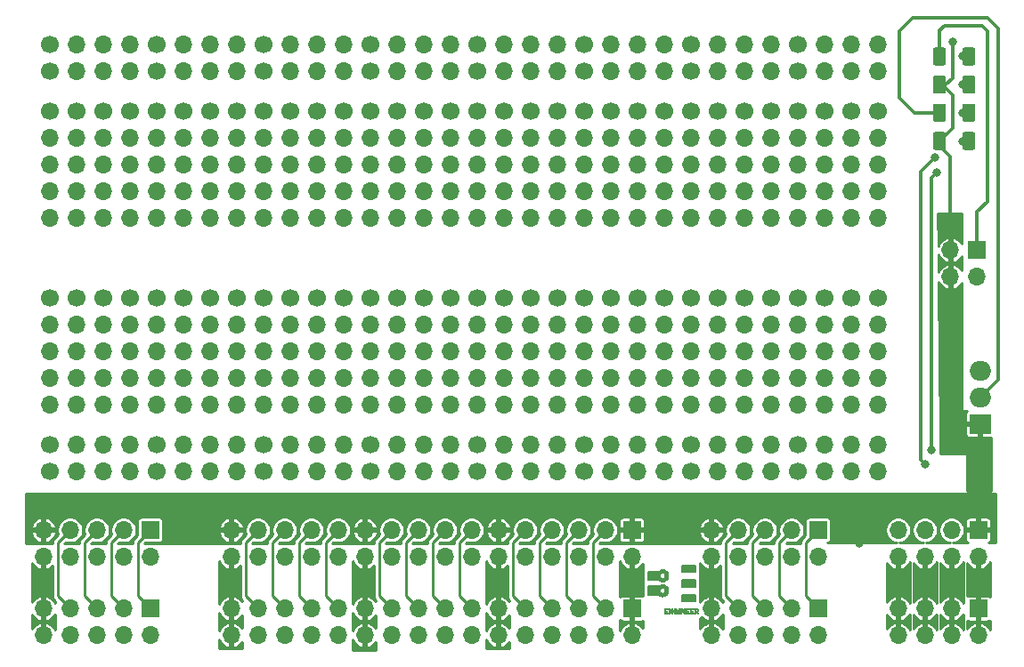
<source format=gbr>
%TF.GenerationSoftware,KiCad,Pcbnew,(5.1.10)-1*%
%TF.CreationDate,2021-09-08T13:29:56-05:00*%
%TF.ProjectId,gd protoboard pcb,67642070-726f-4746-9f62-6f6172642070,rev?*%
%TF.SameCoordinates,Original*%
%TF.FileFunction,Copper,L1,Top*%
%TF.FilePolarity,Positive*%
%FSLAX46Y46*%
G04 Gerber Fmt 4.6, Leading zero omitted, Abs format (unit mm)*
G04 Created by KiCad (PCBNEW (5.1.10)-1) date 2021-09-08 13:29:56*
%MOMM*%
%LPD*%
G01*
G04 APERTURE LIST*
%TA.AperFunction,EtchedComponent*%
%ADD10C,0.134262*%
%TD*%
%TA.AperFunction,EtchedComponent*%
%ADD11C,0.095901*%
%TD*%
%TA.AperFunction,ComponentPad*%
%ADD12O,1.700000X1.700000*%
%TD*%
%TA.AperFunction,ComponentPad*%
%ADD13R,1.700000X1.700000*%
%TD*%
%TA.AperFunction,ComponentPad*%
%ADD14O,2.000000X1.905000*%
%TD*%
%TA.AperFunction,ComponentPad*%
%ADD15R,2.000000X1.905000*%
%TD*%
%TA.AperFunction,ComponentPad*%
%ADD16C,1.700000*%
%TD*%
%TA.AperFunction,ViaPad*%
%ADD17C,0.800000*%
%TD*%
%TA.AperFunction,Conductor*%
%ADD18C,0.304800*%
%TD*%
%TA.AperFunction,Conductor*%
%ADD19C,0.254000*%
%TD*%
%TA.AperFunction,Conductor*%
%ADD20C,0.100000*%
%TD*%
G04 APERTURE END LIST*
D10*
%TO.C,svg2mod*%
G36*
X168279800Y-124124647D02*
G01*
X168018413Y-124557785D01*
X168079331Y-124464912D01*
X168169546Y-124402461D01*
X168279800Y-124379605D01*
X168390581Y-124402642D01*
X168480737Y-124465395D01*
X168541362Y-124558329D01*
X168563550Y-124671904D01*
X168541362Y-124786225D01*
X168480737Y-124879540D01*
X168390581Y-124942435D01*
X168279800Y-124965492D01*
X168169019Y-124942435D01*
X168078862Y-124879540D01*
X168018237Y-124786225D01*
X167996050Y-124671904D01*
X168018413Y-124557785D01*
X168279800Y-124124647D01*
X168141698Y-124143485D01*
X168017485Y-124196375D01*
X167911050Y-124277879D01*
X166943550Y-124277879D01*
X166943550Y-125065930D01*
X167911050Y-125065930D01*
X168016930Y-125148006D01*
X168141420Y-125200610D01*
X168279800Y-125219162D01*
X168421148Y-125199638D01*
X168548087Y-125144525D01*
X168655581Y-125059009D01*
X168738596Y-124948275D01*
X168792097Y-124817512D01*
X168811050Y-124671904D01*
X168792097Y-124526297D01*
X168738596Y-124395534D01*
X168655581Y-124284800D01*
X168548087Y-124199284D01*
X168421148Y-124144171D01*
X168279800Y-124124647D01*
G37*
X168279800Y-124124647D02*
X168018413Y-124557785D01*
X168079331Y-124464912D01*
X168169546Y-124402461D01*
X168279800Y-124379605D01*
X168390581Y-124402642D01*
X168480737Y-124465395D01*
X168541362Y-124558329D01*
X168563550Y-124671904D01*
X168541362Y-124786225D01*
X168480737Y-124879540D01*
X168390581Y-124942435D01*
X168279800Y-124965492D01*
X168169019Y-124942435D01*
X168078862Y-124879540D01*
X168018237Y-124786225D01*
X167996050Y-124671904D01*
X168018413Y-124557785D01*
X168279800Y-124124647D01*
X168141698Y-124143485D01*
X168017485Y-124196375D01*
X167911050Y-124277879D01*
X166943550Y-124277879D01*
X166943550Y-125065930D01*
X167911050Y-125065930D01*
X168016930Y-125148006D01*
X168141420Y-125200610D01*
X168279800Y-125219162D01*
X168421148Y-125199638D01*
X168548087Y-125144525D01*
X168655581Y-125059009D01*
X168738596Y-124948275D01*
X168792097Y-124817512D01*
X168811050Y-124671904D01*
X168792097Y-124526297D01*
X168738596Y-124395534D01*
X168655581Y-124284800D01*
X168548087Y-124199284D01*
X168421148Y-124144171D01*
X168279800Y-124124647D01*
G36*
X170089800Y-122276849D02*
G01*
X171407300Y-122276849D01*
X171407300Y-122888490D01*
X170089800Y-122888490D01*
X170089800Y-122276849D01*
G37*
X170089800Y-122276849D02*
X171407300Y-122276849D01*
X171407300Y-122888490D01*
X170089800Y-122888490D01*
X170089800Y-122276849D01*
G36*
X170089800Y-123676540D02*
G01*
X171407300Y-123676540D01*
X171407300Y-124288181D01*
X170089800Y-124288181D01*
X170089800Y-123676540D01*
G37*
X170089800Y-123676540D02*
X171407300Y-123676540D01*
X171407300Y-124288181D01*
X170089800Y-124288181D01*
X170089800Y-123676540D01*
G36*
X170089800Y-125080094D02*
G01*
X171407300Y-125080094D01*
X171407300Y-125691734D01*
X170089800Y-125691734D01*
X170089800Y-125080094D01*
G37*
X170089800Y-125080094D02*
X171407300Y-125080094D01*
X171407300Y-125691734D01*
X170089800Y-125691734D01*
X170089800Y-125080094D01*
G36*
X168279800Y-122727532D02*
G01*
X168018413Y-123160468D01*
X168079331Y-123067153D01*
X168169546Y-123004259D01*
X168279800Y-122981201D01*
X168390581Y-123004259D01*
X168480737Y-123067153D01*
X168541362Y-123160468D01*
X168563550Y-123274789D01*
X168541362Y-123388365D01*
X168480737Y-123481298D01*
X168390581Y-123544052D01*
X168279800Y-123567089D01*
X168169019Y-123544052D01*
X168078862Y-123481298D01*
X168018237Y-123388365D01*
X167996050Y-123274789D01*
X168018413Y-123160468D01*
X168279800Y-122727532D01*
X168141698Y-122746370D01*
X168017485Y-122799259D01*
X167911050Y-122880764D01*
X166943550Y-122880764D01*
X166943550Y-123668814D01*
X167911050Y-123668814D01*
X168016930Y-123750891D01*
X168141420Y-123803494D01*
X168279800Y-123822046D01*
X168421148Y-123802523D01*
X168548087Y-123747409D01*
X168655581Y-123661893D01*
X168738596Y-123551160D01*
X168792097Y-123420396D01*
X168811050Y-123274789D01*
X168792097Y-123129182D01*
X168738596Y-122998418D01*
X168655581Y-122887685D01*
X168548087Y-122802168D01*
X168421148Y-122747055D01*
X168279800Y-122727532D01*
G37*
X168279800Y-122727532D02*
X168018413Y-123160468D01*
X168079331Y-123067153D01*
X168169546Y-123004259D01*
X168279800Y-122981201D01*
X168390581Y-123004259D01*
X168480737Y-123067153D01*
X168541362Y-123160468D01*
X168563550Y-123274789D01*
X168541362Y-123388365D01*
X168480737Y-123481298D01*
X168390581Y-123544052D01*
X168279800Y-123567089D01*
X168169019Y-123544052D01*
X168078862Y-123481298D01*
X168018237Y-123388365D01*
X167996050Y-123274789D01*
X168018413Y-123160468D01*
X168279800Y-122727532D01*
X168141698Y-122746370D01*
X168017485Y-122799259D01*
X167911050Y-122880764D01*
X166943550Y-122880764D01*
X166943550Y-123668814D01*
X167911050Y-123668814D01*
X168016930Y-123750891D01*
X168141420Y-123803494D01*
X168279800Y-123822046D01*
X168421148Y-123802523D01*
X168548087Y-123747409D01*
X168655581Y-123661893D01*
X168738596Y-123551160D01*
X168792097Y-123420396D01*
X168811050Y-123274789D01*
X168792097Y-123129182D01*
X168738596Y-122998418D01*
X168655581Y-122887685D01*
X168548087Y-122802168D01*
X168421148Y-122747055D01*
X168279800Y-122727532D01*
D11*
G36*
X168769800Y-126472059D02*
G01*
X168539800Y-126472059D01*
X168539800Y-126573784D01*
X168721050Y-126573784D01*
X168721050Y-126667784D01*
X168539800Y-126667784D01*
X168539800Y-126775947D01*
X168769800Y-126775947D01*
X168769800Y-126875098D01*
X168424800Y-126875098D01*
X168424800Y-126376772D01*
X168769800Y-126376772D01*
X168769800Y-126472059D01*
G37*
X168769800Y-126472059D02*
X168539800Y-126472059D01*
X168539800Y-126573784D01*
X168721050Y-126573784D01*
X168721050Y-126667784D01*
X168539800Y-126667784D01*
X168539800Y-126775947D01*
X168769800Y-126775947D01*
X168769800Y-126875098D01*
X168424800Y-126875098D01*
X168424800Y-126376772D01*
X168769800Y-126376772D01*
X168769800Y-126472059D01*
G36*
X169209800Y-126378059D02*
G01*
X169209800Y-126876385D01*
X169113550Y-126876385D01*
X168924800Y-126539017D01*
X168926043Y-126555757D01*
X168927287Y-126577647D01*
X168927287Y-126876385D01*
X168838537Y-126876385D01*
X168838537Y-126378059D01*
X168961037Y-126378059D01*
X169126037Y-126671647D01*
X169123537Y-126638167D01*
X169123537Y-126378059D01*
X169209800Y-126378059D01*
G37*
X169209800Y-126378059D02*
X169209800Y-126876385D01*
X169113550Y-126876385D01*
X168924800Y-126539017D01*
X168926043Y-126555757D01*
X168927287Y-126577647D01*
X168927287Y-126876385D01*
X168838537Y-126876385D01*
X168838537Y-126378059D01*
X168961037Y-126378059D01*
X169126037Y-126671647D01*
X169123537Y-126638167D01*
X169123537Y-126378059D01*
X169209800Y-126378059D01*
G36*
X169684800Y-126609839D02*
G01*
X169684800Y-126876385D01*
X169633550Y-126876385D01*
X169617300Y-126818440D01*
X169484800Y-126882824D01*
X169400737Y-126865440D01*
X169337300Y-126813290D01*
X169297925Y-126733294D01*
X169284800Y-126633017D01*
X169298862Y-126525497D01*
X169341050Y-126441155D01*
X169407456Y-126387234D01*
X169493550Y-126369046D01*
X169623550Y-126415401D01*
X169683550Y-126540305D01*
X169576050Y-126554469D01*
X169492300Y-126464333D01*
X169422300Y-126506826D01*
X169398550Y-126629154D01*
X169423550Y-126746331D01*
X169496050Y-126786249D01*
X169549800Y-126765646D01*
X169573550Y-126699975D01*
X169482300Y-126699975D01*
X169482300Y-126607263D01*
X169684800Y-126607263D01*
X169684800Y-126609839D01*
G37*
X169684800Y-126609839D02*
X169684800Y-126876385D01*
X169633550Y-126876385D01*
X169617300Y-126818440D01*
X169484800Y-126882824D01*
X169400737Y-126865440D01*
X169337300Y-126813290D01*
X169297925Y-126733294D01*
X169284800Y-126633017D01*
X169298862Y-126525497D01*
X169341050Y-126441155D01*
X169407456Y-126387234D01*
X169493550Y-126369046D01*
X169623550Y-126415401D01*
X169683550Y-126540305D01*
X169576050Y-126554469D01*
X169492300Y-126464333D01*
X169422300Y-126506826D01*
X169398550Y-126629154D01*
X169423550Y-126746331D01*
X169496050Y-126786249D01*
X169549800Y-126765646D01*
X169573550Y-126699975D01*
X169482300Y-126699975D01*
X169482300Y-126607263D01*
X169684800Y-126607263D01*
X169684800Y-126609839D01*
G36*
X169886050Y-126378059D02*
G01*
X169886050Y-126876385D01*
X169773550Y-126876385D01*
X169773550Y-126378059D01*
X169886050Y-126378059D01*
G37*
X169886050Y-126378059D02*
X169886050Y-126876385D01*
X169773550Y-126876385D01*
X169773550Y-126378059D01*
X169886050Y-126378059D01*
G36*
X170356050Y-126378059D02*
G01*
X170356050Y-126876385D01*
X170259800Y-126876385D01*
X170071050Y-126540305D01*
X170072293Y-126557045D01*
X170073537Y-126578935D01*
X170073537Y-126877673D01*
X169984787Y-126877673D01*
X169984787Y-126379347D01*
X170107287Y-126379347D01*
X170272287Y-126672934D01*
X170269787Y-126639455D01*
X170269787Y-126379347D01*
X170356037Y-126379347D01*
X170356050Y-126378059D01*
G37*
X170356050Y-126378059D02*
X170356050Y-126876385D01*
X170259800Y-126876385D01*
X170071050Y-126540305D01*
X170072293Y-126557045D01*
X170073537Y-126578935D01*
X170073537Y-126877673D01*
X169984787Y-126877673D01*
X169984787Y-126379347D01*
X170107287Y-126379347D01*
X170272287Y-126672934D01*
X170269787Y-126639455D01*
X170269787Y-126379347D01*
X170356037Y-126379347D01*
X170356050Y-126378059D01*
G36*
X170798550Y-126472059D02*
G01*
X170568550Y-126472059D01*
X170568550Y-126573784D01*
X170749800Y-126573784D01*
X170749800Y-126667784D01*
X170568550Y-126667784D01*
X170568550Y-126775947D01*
X170798550Y-126775947D01*
X170798550Y-126875098D01*
X170453550Y-126875098D01*
X170453550Y-126376772D01*
X170798550Y-126376772D01*
X170798550Y-126472059D01*
G37*
X170798550Y-126472059D02*
X170568550Y-126472059D01*
X170568550Y-126573784D01*
X170749800Y-126573784D01*
X170749800Y-126667784D01*
X170568550Y-126667784D01*
X170568550Y-126775947D01*
X170798550Y-126775947D01*
X170798550Y-126875098D01*
X170453550Y-126875098D01*
X170453550Y-126376772D01*
X170798550Y-126376772D01*
X170798550Y-126472059D01*
G36*
X171212300Y-126472059D02*
G01*
X170982300Y-126472059D01*
X170982300Y-126573784D01*
X171162300Y-126573784D01*
X171162300Y-126667784D01*
X170981050Y-126667784D01*
X170981050Y-126775947D01*
X171212300Y-126775947D01*
X171212300Y-126875098D01*
X170867300Y-126875098D01*
X170867300Y-126376772D01*
X171212300Y-126376772D01*
X171212300Y-126472059D01*
G37*
X171212300Y-126472059D02*
X170982300Y-126472059D01*
X170982300Y-126573784D01*
X171162300Y-126573784D01*
X171162300Y-126667784D01*
X170981050Y-126667784D01*
X170981050Y-126775947D01*
X171212300Y-126775947D01*
X171212300Y-126875098D01*
X170867300Y-126875098D01*
X170867300Y-126376772D01*
X171212300Y-126376772D01*
X171212300Y-126472059D01*
G36*
X171393550Y-126678085D02*
G01*
X171393550Y-126594387D01*
X171463550Y-126594387D01*
X171513550Y-126589237D01*
X171541050Y-126567346D01*
X171553550Y-126528716D01*
X171541050Y-126491374D01*
X171514800Y-126470772D01*
X171461050Y-126466909D01*
X171393550Y-126466908D01*
X171393550Y-126594387D01*
X171393550Y-126678085D01*
X171393550Y-126875098D01*
X171279800Y-126875098D01*
X171279800Y-126376772D01*
X171492300Y-126376772D01*
X171587300Y-126390936D01*
X171646050Y-126442442D01*
X171669800Y-126526141D01*
X171649019Y-126603079D01*
X171586050Y-126654907D01*
X171674800Y-126875098D01*
X171549800Y-126875098D01*
X171476050Y-126678085D01*
X171393550Y-126678085D01*
G37*
X171393550Y-126678085D02*
X171393550Y-126594387D01*
X171463550Y-126594387D01*
X171513550Y-126589237D01*
X171541050Y-126567346D01*
X171553550Y-126528716D01*
X171541050Y-126491374D01*
X171514800Y-126470772D01*
X171461050Y-126466909D01*
X171393550Y-126466908D01*
X171393550Y-126594387D01*
X171393550Y-126678085D01*
X171393550Y-126875098D01*
X171279800Y-126875098D01*
X171279800Y-126376772D01*
X171492300Y-126376772D01*
X171587300Y-126390936D01*
X171646050Y-126442442D01*
X171669800Y-126526141D01*
X171649019Y-126603079D01*
X171586050Y-126654907D01*
X171674800Y-126875098D01*
X171549800Y-126875098D01*
X171476050Y-126678085D01*
X171393550Y-126678085D01*
%TD*%
D12*
%TO.P,J8,32*%
%TO.N,GND*%
X127254000Y-121437400D03*
%TO.P,J8,31*%
X127254000Y-118897400D03*
%TO.P,J8,30*%
%TO.N,/MD6*%
X129794000Y-121437400D03*
%TO.P,J8,29*%
%TO.N,/MD7*%
X129794000Y-118897400D03*
%TO.P,J8,28*%
%TO.N,/MD4*%
X132334000Y-121437400D03*
%TO.P,J8,27*%
%TO.N,/MD5*%
X132334000Y-118897400D03*
%TO.P,J8,26*%
%TO.N,/MD2*%
X134874000Y-121437400D03*
%TO.P,J8,25*%
%TO.N,/MD3*%
X134874000Y-118897400D03*
%TO.P,J8,24*%
%TO.N,/MD0*%
X137414000Y-121437400D03*
%TO.P,J8,23*%
%TO.N,/MD1*%
X137414000Y-118897400D03*
%TO.P,J8,22*%
%TO.N,GND*%
X139954000Y-121437400D03*
%TO.P,J8,21*%
X139954000Y-118897400D03*
%TO.P,J8,20*%
%TO.N,/BA14*%
X142494000Y-121437400D03*
%TO.P,J8,19*%
%TO.N,/BA15*%
X142494000Y-118897400D03*
%TO.P,J8,18*%
%TO.N,/BA12*%
X145034000Y-121437400D03*
%TO.P,J8,17*%
%TO.N,/BA13*%
X145034000Y-118897400D03*
%TO.P,J8,16*%
%TO.N,/BA10*%
X147574000Y-121437400D03*
%TO.P,J8,15*%
%TO.N,/BA11*%
X147574000Y-118897400D03*
%TO.P,J8,14*%
%TO.N,/BA8*%
X150114000Y-121437400D03*
%TO.P,J8,13*%
%TO.N,/BA9*%
X150114000Y-118897400D03*
%TO.P,J8,12*%
%TO.N,GND*%
X152654000Y-121437400D03*
%TO.P,J8,11*%
X152654000Y-118897400D03*
%TO.P,J8,10*%
%TO.N,/BA6*%
X155194000Y-121437400D03*
%TO.P,J8,9*%
%TO.N,/BA7*%
X155194000Y-118897400D03*
%TO.P,J8,8*%
%TO.N,/BA4*%
X157734000Y-121437400D03*
%TO.P,J8,7*%
%TO.N,/BA5*%
X157734000Y-118897400D03*
%TO.P,J8,6*%
%TO.N,/BA2*%
X160274000Y-121437400D03*
%TO.P,J8,5*%
%TO.N,/BA3*%
X160274000Y-118897400D03*
%TO.P,J8,4*%
%TO.N,/BA0*%
X162814000Y-121437400D03*
%TO.P,J8,3*%
%TO.N,/BA1*%
X162814000Y-118897400D03*
%TO.P,J8,2*%
%TO.N,GND*%
X165354000Y-121437400D03*
D13*
%TO.P,J8,1*%
X165354000Y-118897400D03*
%TD*%
D14*
%TO.P,U1,3*%
%TO.N,-5V*%
X198475600Y-103708200D03*
%TO.P,U1,2*%
%TO.N,-12V*%
X198475600Y-106248200D03*
D15*
%TO.P,U1,1*%
%TO.N,GND*%
X198475600Y-108788200D03*
%TD*%
D12*
%TO.P,J13,5*%
%TO.N,N/C*%
X188722000Y-89154000D03*
%TO.P,J13,4*%
X188722000Y-86614000D03*
%TO.P,J13,3*%
X188722000Y-84074000D03*
%TO.P,J13,2*%
X188722000Y-81534000D03*
D16*
%TO.P,J13,1*%
X188722000Y-78994000D03*
%TD*%
%TO.P,J13,1*%
%TO.N,N/C*%
X173482000Y-78994000D03*
D12*
%TO.P,J13,2*%
X173482000Y-81534000D03*
%TO.P,J13,3*%
X173482000Y-84074000D03*
%TO.P,J13,4*%
X173482000Y-86614000D03*
%TO.P,J13,5*%
X173482000Y-89154000D03*
%TD*%
D16*
%TO.P,J8,1*%
%TO.N,N/C*%
X109982000Y-113284000D03*
D12*
%TO.P,J8,2*%
X112522000Y-113284000D03*
%TO.P,J8,3*%
X115062000Y-113284000D03*
%TO.P,J8,4*%
X117602000Y-113284000D03*
%TD*%
%TO.P,J8,4*%
%TO.N,N/C*%
X188722000Y-113284000D03*
%TO.P,J8,3*%
X186182000Y-113284000D03*
%TO.P,J8,2*%
X183642000Y-113284000D03*
D16*
%TO.P,J8,1*%
X181102000Y-113284000D03*
%TD*%
D12*
%TO.P,J8,4*%
%TO.N,N/C*%
X117602000Y-110744000D03*
%TO.P,J8,3*%
X115062000Y-110744000D03*
%TO.P,J8,2*%
X112522000Y-110744000D03*
D16*
%TO.P,J8,1*%
X109982000Y-110744000D03*
%TD*%
D12*
%TO.P,J8,4*%
%TO.N,N/C*%
X158242000Y-113284000D03*
%TO.P,J8,3*%
X155702000Y-113284000D03*
%TO.P,J8,2*%
X153162000Y-113284000D03*
D16*
%TO.P,J8,1*%
X150622000Y-113284000D03*
%TD*%
D12*
%TO.P,J8,4*%
%TO.N,N/C*%
X178562000Y-113284000D03*
%TO.P,J8,3*%
X176022000Y-113284000D03*
%TO.P,J8,2*%
X173482000Y-113284000D03*
D16*
%TO.P,J8,1*%
X170942000Y-113284000D03*
%TD*%
D12*
%TO.P,J8,4*%
%TO.N,N/C*%
X137922000Y-113284000D03*
%TO.P,J8,3*%
X135382000Y-113284000D03*
%TO.P,J8,2*%
X132842000Y-113284000D03*
D16*
%TO.P,J8,1*%
X130302000Y-113284000D03*
%TD*%
D12*
%TO.P,J8,4*%
%TO.N,N/C*%
X168402000Y-113284000D03*
%TO.P,J8,3*%
X165862000Y-113284000D03*
%TO.P,J8,2*%
X163322000Y-113284000D03*
D16*
%TO.P,J8,1*%
X160782000Y-113284000D03*
%TD*%
D12*
%TO.P,J8,4*%
%TO.N,N/C*%
X148082000Y-113284000D03*
%TO.P,J8,3*%
X145542000Y-113284000D03*
%TO.P,J8,2*%
X143002000Y-113284000D03*
D16*
%TO.P,J8,1*%
X140462000Y-113284000D03*
%TD*%
D12*
%TO.P,J8,4*%
%TO.N,N/C*%
X127762000Y-113284000D03*
%TO.P,J8,3*%
X125222000Y-113284000D03*
%TO.P,J8,2*%
X122682000Y-113284000D03*
D16*
%TO.P,J8,1*%
X120142000Y-113284000D03*
%TD*%
%TO.P,J8,1*%
%TO.N,N/C*%
X181102000Y-110744000D03*
D12*
%TO.P,J8,2*%
X183642000Y-110744000D03*
%TO.P,J8,3*%
X186182000Y-110744000D03*
%TO.P,J8,4*%
X188722000Y-110744000D03*
%TD*%
D16*
%TO.P,J8,1*%
%TO.N,N/C*%
X170942000Y-110744000D03*
D12*
%TO.P,J8,2*%
X173482000Y-110744000D03*
%TO.P,J8,3*%
X176022000Y-110744000D03*
%TO.P,J8,4*%
X178562000Y-110744000D03*
%TD*%
D16*
%TO.P,J8,1*%
%TO.N,N/C*%
X130302000Y-110744000D03*
D12*
%TO.P,J8,2*%
X132842000Y-110744000D03*
%TO.P,J8,3*%
X135382000Y-110744000D03*
%TO.P,J8,4*%
X137922000Y-110744000D03*
%TD*%
D16*
%TO.P,J8,1*%
%TO.N,N/C*%
X150622000Y-110744000D03*
D12*
%TO.P,J8,2*%
X153162000Y-110744000D03*
%TO.P,J8,3*%
X155702000Y-110744000D03*
%TO.P,J8,4*%
X158242000Y-110744000D03*
%TD*%
D16*
%TO.P,J8,1*%
%TO.N,N/C*%
X160782000Y-110744000D03*
D12*
%TO.P,J8,2*%
X163322000Y-110744000D03*
%TO.P,J8,3*%
X165862000Y-110744000D03*
%TO.P,J8,4*%
X168402000Y-110744000D03*
%TD*%
D16*
%TO.P,J8,1*%
%TO.N,N/C*%
X140462000Y-110744000D03*
D12*
%TO.P,J8,2*%
X143002000Y-110744000D03*
%TO.P,J8,3*%
X145542000Y-110744000D03*
%TO.P,J8,4*%
X148082000Y-110744000D03*
%TD*%
D16*
%TO.P,J8,1*%
%TO.N,N/C*%
X120142000Y-110744000D03*
D12*
%TO.P,J8,2*%
X122682000Y-110744000D03*
%TO.P,J8,3*%
X125222000Y-110744000D03*
%TO.P,J8,4*%
X127762000Y-110744000D03*
%TD*%
%TO.P,J8,4*%
%TO.N,N/C*%
X117602000Y-75184000D03*
%TO.P,J8,3*%
X115062000Y-75184000D03*
%TO.P,J8,2*%
X112522000Y-75184000D03*
D16*
%TO.P,J8,1*%
X109982000Y-75184000D03*
%TD*%
%TO.P,J8,1*%
%TO.N,N/C*%
X181102000Y-75184000D03*
D12*
%TO.P,J8,2*%
X183642000Y-75184000D03*
%TO.P,J8,3*%
X186182000Y-75184000D03*
%TO.P,J8,4*%
X188722000Y-75184000D03*
%TD*%
D16*
%TO.P,J8,1*%
%TO.N,N/C*%
X170942000Y-75184000D03*
D12*
%TO.P,J8,2*%
X173482000Y-75184000D03*
%TO.P,J8,3*%
X176022000Y-75184000D03*
%TO.P,J8,4*%
X178562000Y-75184000D03*
%TD*%
D16*
%TO.P,J8,1*%
%TO.N,N/C*%
X130302000Y-75184000D03*
D12*
%TO.P,J8,2*%
X132842000Y-75184000D03*
%TO.P,J8,3*%
X135382000Y-75184000D03*
%TO.P,J8,4*%
X137922000Y-75184000D03*
%TD*%
D16*
%TO.P,J8,1*%
%TO.N,N/C*%
X150622000Y-75184000D03*
D12*
%TO.P,J8,2*%
X153162000Y-75184000D03*
%TO.P,J8,3*%
X155702000Y-75184000D03*
%TO.P,J8,4*%
X158242000Y-75184000D03*
%TD*%
D16*
%TO.P,J8,1*%
%TO.N,N/C*%
X160782000Y-75184000D03*
D12*
%TO.P,J8,2*%
X163322000Y-75184000D03*
%TO.P,J8,3*%
X165862000Y-75184000D03*
%TO.P,J8,4*%
X168402000Y-75184000D03*
%TD*%
D16*
%TO.P,J8,1*%
%TO.N,N/C*%
X140462000Y-75184000D03*
D12*
%TO.P,J8,2*%
X143002000Y-75184000D03*
%TO.P,J8,3*%
X145542000Y-75184000D03*
%TO.P,J8,4*%
X148082000Y-75184000D03*
%TD*%
D16*
%TO.P,J8,1*%
%TO.N,N/C*%
X120142000Y-75184000D03*
D12*
%TO.P,J8,2*%
X122682000Y-75184000D03*
%TO.P,J8,3*%
X125222000Y-75184000D03*
%TO.P,J8,4*%
X127762000Y-75184000D03*
%TD*%
%TO.P,J13,5*%
%TO.N,N/C*%
X188722000Y-106934000D03*
%TO.P,J13,4*%
X188722000Y-104394000D03*
%TO.P,J13,3*%
X188722000Y-101854000D03*
%TO.P,J13,2*%
X188722000Y-99314000D03*
D16*
%TO.P,J13,1*%
X188722000Y-96774000D03*
%TD*%
D12*
%TO.P,J13,5*%
%TO.N,N/C*%
X186182000Y-106934000D03*
%TO.P,J13,4*%
X186182000Y-104394000D03*
%TO.P,J13,3*%
X186182000Y-101854000D03*
%TO.P,J13,2*%
X186182000Y-99314000D03*
D16*
%TO.P,J13,1*%
X186182000Y-96774000D03*
%TD*%
D12*
%TO.P,J13,5*%
%TO.N,N/C*%
X186182000Y-89154000D03*
%TO.P,J13,4*%
X186182000Y-86614000D03*
%TO.P,J13,3*%
X186182000Y-84074000D03*
%TO.P,J13,2*%
X186182000Y-81534000D03*
D16*
%TO.P,J13,1*%
X186182000Y-78994000D03*
%TD*%
D12*
%TO.P,J8,4*%
%TO.N,N/C*%
X188722000Y-72644000D03*
%TO.P,J8,3*%
X186182000Y-72644000D03*
%TO.P,J8,2*%
X183642000Y-72644000D03*
D16*
%TO.P,J8,1*%
X181102000Y-72644000D03*
%TD*%
D12*
%TO.P,J8,4*%
%TO.N,N/C*%
X178562000Y-72644000D03*
%TO.P,J8,3*%
X176022000Y-72644000D03*
%TO.P,J8,2*%
X173482000Y-72644000D03*
D16*
%TO.P,J8,1*%
X170942000Y-72644000D03*
%TD*%
D12*
%TO.P,J8,4*%
%TO.N,N/C*%
X168402000Y-72644000D03*
%TO.P,J8,3*%
X165862000Y-72644000D03*
%TO.P,J8,2*%
X163322000Y-72644000D03*
D16*
%TO.P,J8,1*%
X160782000Y-72644000D03*
%TD*%
D12*
%TO.P,J8,4*%
%TO.N,N/C*%
X158242000Y-72644000D03*
%TO.P,J8,3*%
X155702000Y-72644000D03*
%TO.P,J8,2*%
X153162000Y-72644000D03*
D16*
%TO.P,J8,1*%
X150622000Y-72644000D03*
%TD*%
D12*
%TO.P,J8,4*%
%TO.N,N/C*%
X148082000Y-72644000D03*
%TO.P,J8,3*%
X145542000Y-72644000D03*
%TO.P,J8,2*%
X143002000Y-72644000D03*
D16*
%TO.P,J8,1*%
X140462000Y-72644000D03*
%TD*%
D12*
%TO.P,J8,4*%
%TO.N,N/C*%
X137922000Y-72644000D03*
%TO.P,J8,3*%
X135382000Y-72644000D03*
%TO.P,J8,2*%
X132842000Y-72644000D03*
D16*
%TO.P,J8,1*%
X130302000Y-72644000D03*
%TD*%
D12*
%TO.P,J8,4*%
%TO.N,N/C*%
X127762000Y-72644000D03*
%TO.P,J8,3*%
X125222000Y-72644000D03*
%TO.P,J8,2*%
X122682000Y-72644000D03*
D16*
%TO.P,J8,1*%
X120142000Y-72644000D03*
%TD*%
%TO.P,J8,1*%
%TO.N,N/C*%
X109982000Y-72644000D03*
D12*
%TO.P,J8,2*%
X112522000Y-72644000D03*
%TO.P,J8,3*%
X115062000Y-72644000D03*
%TO.P,J8,4*%
X117602000Y-72644000D03*
%TD*%
%TO.P,J13,5*%
%TO.N,N/C*%
X135382000Y-106934000D03*
%TO.P,J13,4*%
X135382000Y-104394000D03*
%TO.P,J13,3*%
X135382000Y-101854000D03*
%TO.P,J13,2*%
X135382000Y-99314000D03*
D16*
%TO.P,J13,1*%
X135382000Y-96774000D03*
%TD*%
D12*
%TO.P,J13,5*%
%TO.N,N/C*%
X178562000Y-106934000D03*
%TO.P,J13,4*%
X178562000Y-104394000D03*
%TO.P,J13,3*%
X178562000Y-101854000D03*
%TO.P,J13,2*%
X178562000Y-99314000D03*
D16*
%TO.P,J13,1*%
X178562000Y-96774000D03*
%TD*%
D12*
%TO.P,J13,5*%
%TO.N,N/C*%
X173482000Y-106934000D03*
%TO.P,J13,4*%
X173482000Y-104394000D03*
%TO.P,J13,3*%
X173482000Y-101854000D03*
%TO.P,J13,2*%
X173482000Y-99314000D03*
D16*
%TO.P,J13,1*%
X173482000Y-96774000D03*
%TD*%
D12*
%TO.P,J13,5*%
%TO.N,N/C*%
X163322000Y-106934000D03*
%TO.P,J13,4*%
X163322000Y-104394000D03*
%TO.P,J13,3*%
X163322000Y-101854000D03*
%TO.P,J13,2*%
X163322000Y-99314000D03*
D16*
%TO.P,J13,1*%
X163322000Y-96774000D03*
%TD*%
D12*
%TO.P,J13,5*%
%TO.N,N/C*%
X176022000Y-106934000D03*
%TO.P,J13,4*%
X176022000Y-104394000D03*
%TO.P,J13,3*%
X176022000Y-101854000D03*
%TO.P,J13,2*%
X176022000Y-99314000D03*
D16*
%TO.P,J13,1*%
X176022000Y-96774000D03*
%TD*%
D12*
%TO.P,J13,5*%
%TO.N,N/C*%
X168402000Y-106934000D03*
%TO.P,J13,4*%
X168402000Y-104394000D03*
%TO.P,J13,3*%
X168402000Y-101854000D03*
%TO.P,J13,2*%
X168402000Y-99314000D03*
D16*
%TO.P,J13,1*%
X168402000Y-96774000D03*
%TD*%
D12*
%TO.P,J13,5*%
%TO.N,N/C*%
X170942000Y-106934000D03*
%TO.P,J13,4*%
X170942000Y-104394000D03*
%TO.P,J13,3*%
X170942000Y-101854000D03*
%TO.P,J13,2*%
X170942000Y-99314000D03*
D16*
%TO.P,J13,1*%
X170942000Y-96774000D03*
%TD*%
D12*
%TO.P,J13,5*%
%TO.N,N/C*%
X183642000Y-106934000D03*
%TO.P,J13,4*%
X183642000Y-104394000D03*
%TO.P,J13,3*%
X183642000Y-101854000D03*
%TO.P,J13,2*%
X183642000Y-99314000D03*
D16*
%TO.P,J13,1*%
X183642000Y-96774000D03*
%TD*%
D12*
%TO.P,J13,5*%
%TO.N,N/C*%
X181102000Y-106934000D03*
%TO.P,J13,4*%
X181102000Y-104394000D03*
%TO.P,J13,3*%
X181102000Y-101854000D03*
%TO.P,J13,2*%
X181102000Y-99314000D03*
D16*
%TO.P,J13,1*%
X181102000Y-96774000D03*
%TD*%
D12*
%TO.P,J13,5*%
%TO.N,N/C*%
X165862000Y-106934000D03*
%TO.P,J13,4*%
X165862000Y-104394000D03*
%TO.P,J13,3*%
X165862000Y-101854000D03*
%TO.P,J13,2*%
X165862000Y-99314000D03*
D16*
%TO.P,J13,1*%
X165862000Y-96774000D03*
%TD*%
D12*
%TO.P,J13,5*%
%TO.N,N/C*%
X158242000Y-106934000D03*
%TO.P,J13,4*%
X158242000Y-104394000D03*
%TO.P,J13,3*%
X158242000Y-101854000D03*
%TO.P,J13,2*%
X158242000Y-99314000D03*
D16*
%TO.P,J13,1*%
X158242000Y-96774000D03*
%TD*%
D12*
%TO.P,J13,5*%
%TO.N,N/C*%
X153162000Y-106934000D03*
%TO.P,J13,4*%
X153162000Y-104394000D03*
%TO.P,J13,3*%
X153162000Y-101854000D03*
%TO.P,J13,2*%
X153162000Y-99314000D03*
D16*
%TO.P,J13,1*%
X153162000Y-96774000D03*
%TD*%
D12*
%TO.P,J13,5*%
%TO.N,N/C*%
X127762000Y-106934000D03*
%TO.P,J13,4*%
X127762000Y-104394000D03*
%TO.P,J13,3*%
X127762000Y-101854000D03*
%TO.P,J13,2*%
X127762000Y-99314000D03*
D16*
%TO.P,J13,1*%
X127762000Y-96774000D03*
%TD*%
D12*
%TO.P,J13,5*%
%TO.N,N/C*%
X148082000Y-106934000D03*
%TO.P,J13,4*%
X148082000Y-104394000D03*
%TO.P,J13,3*%
X148082000Y-101854000D03*
%TO.P,J13,2*%
X148082000Y-99314000D03*
D16*
%TO.P,J13,1*%
X148082000Y-96774000D03*
%TD*%
D12*
%TO.P,J13,5*%
%TO.N,N/C*%
X143002000Y-106934000D03*
%TO.P,J13,4*%
X143002000Y-104394000D03*
%TO.P,J13,3*%
X143002000Y-101854000D03*
%TO.P,J13,2*%
X143002000Y-99314000D03*
D16*
%TO.P,J13,1*%
X143002000Y-96774000D03*
%TD*%
D12*
%TO.P,J13,5*%
%TO.N,N/C*%
X140462000Y-106934000D03*
%TO.P,J13,4*%
X140462000Y-104394000D03*
%TO.P,J13,3*%
X140462000Y-101854000D03*
%TO.P,J13,2*%
X140462000Y-99314000D03*
D16*
%TO.P,J13,1*%
X140462000Y-96774000D03*
%TD*%
D12*
%TO.P,J13,5*%
%TO.N,N/C*%
X132842000Y-106934000D03*
%TO.P,J13,4*%
X132842000Y-104394000D03*
%TO.P,J13,3*%
X132842000Y-101854000D03*
%TO.P,J13,2*%
X132842000Y-99314000D03*
D16*
%TO.P,J13,1*%
X132842000Y-96774000D03*
%TD*%
D12*
%TO.P,J13,5*%
%TO.N,N/C*%
X117602000Y-106934000D03*
%TO.P,J13,4*%
X117602000Y-104394000D03*
%TO.P,J13,3*%
X117602000Y-101854000D03*
%TO.P,J13,2*%
X117602000Y-99314000D03*
D16*
%TO.P,J13,1*%
X117602000Y-96774000D03*
%TD*%
D12*
%TO.P,J13,5*%
%TO.N,N/C*%
X115062000Y-106934000D03*
%TO.P,J13,4*%
X115062000Y-104394000D03*
%TO.P,J13,3*%
X115062000Y-101854000D03*
%TO.P,J13,2*%
X115062000Y-99314000D03*
D16*
%TO.P,J13,1*%
X115062000Y-96774000D03*
%TD*%
D12*
%TO.P,J13,5*%
%TO.N,N/C*%
X150622000Y-106934000D03*
%TO.P,J13,4*%
X150622000Y-104394000D03*
%TO.P,J13,3*%
X150622000Y-101854000D03*
%TO.P,J13,2*%
X150622000Y-99314000D03*
D16*
%TO.P,J13,1*%
X150622000Y-96774000D03*
%TD*%
D12*
%TO.P,J13,5*%
%TO.N,N/C*%
X155702000Y-106934000D03*
%TO.P,J13,4*%
X155702000Y-104394000D03*
%TO.P,J13,3*%
X155702000Y-101854000D03*
%TO.P,J13,2*%
X155702000Y-99314000D03*
D16*
%TO.P,J13,1*%
X155702000Y-96774000D03*
%TD*%
D12*
%TO.P,J13,5*%
%TO.N,N/C*%
X130302000Y-106934000D03*
%TO.P,J13,4*%
X130302000Y-104394000D03*
%TO.P,J13,3*%
X130302000Y-101854000D03*
%TO.P,J13,2*%
X130302000Y-99314000D03*
D16*
%TO.P,J13,1*%
X130302000Y-96774000D03*
%TD*%
D12*
%TO.P,J13,5*%
%TO.N,N/C*%
X145542000Y-106934000D03*
%TO.P,J13,4*%
X145542000Y-104394000D03*
%TO.P,J13,3*%
X145542000Y-101854000D03*
%TO.P,J13,2*%
X145542000Y-99314000D03*
D16*
%TO.P,J13,1*%
X145542000Y-96774000D03*
%TD*%
D12*
%TO.P,J13,5*%
%TO.N,N/C*%
X122682000Y-106934000D03*
%TO.P,J13,4*%
X122682000Y-104394000D03*
%TO.P,J13,3*%
X122682000Y-101854000D03*
%TO.P,J13,2*%
X122682000Y-99314000D03*
D16*
%TO.P,J13,1*%
X122682000Y-96774000D03*
%TD*%
D12*
%TO.P,J13,5*%
%TO.N,N/C*%
X160782000Y-106934000D03*
%TO.P,J13,4*%
X160782000Y-104394000D03*
%TO.P,J13,3*%
X160782000Y-101854000D03*
%TO.P,J13,2*%
X160782000Y-99314000D03*
D16*
%TO.P,J13,1*%
X160782000Y-96774000D03*
%TD*%
D12*
%TO.P,J13,5*%
%TO.N,N/C*%
X125222000Y-106934000D03*
%TO.P,J13,4*%
X125222000Y-104394000D03*
%TO.P,J13,3*%
X125222000Y-101854000D03*
%TO.P,J13,2*%
X125222000Y-99314000D03*
D16*
%TO.P,J13,1*%
X125222000Y-96774000D03*
%TD*%
D12*
%TO.P,J13,5*%
%TO.N,N/C*%
X120142000Y-106934000D03*
%TO.P,J13,4*%
X120142000Y-104394000D03*
%TO.P,J13,3*%
X120142000Y-101854000D03*
%TO.P,J13,2*%
X120142000Y-99314000D03*
D16*
%TO.P,J13,1*%
X120142000Y-96774000D03*
%TD*%
%TO.P,J13,1*%
%TO.N,N/C*%
X109982000Y-96774000D03*
D12*
%TO.P,J13,2*%
X109982000Y-99314000D03*
%TO.P,J13,3*%
X109982000Y-101854000D03*
%TO.P,J13,4*%
X109982000Y-104394000D03*
%TO.P,J13,5*%
X109982000Y-106934000D03*
%TD*%
%TO.P,J13,5*%
%TO.N,N/C*%
X137922000Y-106934000D03*
%TO.P,J13,4*%
X137922000Y-104394000D03*
%TO.P,J13,3*%
X137922000Y-101854000D03*
%TO.P,J13,2*%
X137922000Y-99314000D03*
D16*
%TO.P,J13,1*%
X137922000Y-96774000D03*
%TD*%
D12*
%TO.P,J13,5*%
%TO.N,N/C*%
X112522000Y-106934000D03*
%TO.P,J13,4*%
X112522000Y-104394000D03*
%TO.P,J13,3*%
X112522000Y-101854000D03*
%TO.P,J13,2*%
X112522000Y-99314000D03*
D16*
%TO.P,J13,1*%
X112522000Y-96774000D03*
%TD*%
%TO.P,J13,1*%
%TO.N,N/C*%
X183642000Y-78994000D03*
D12*
%TO.P,J13,2*%
X183642000Y-81534000D03*
%TO.P,J13,3*%
X183642000Y-84074000D03*
%TO.P,J13,4*%
X183642000Y-86614000D03*
%TO.P,J13,5*%
X183642000Y-89154000D03*
%TD*%
D16*
%TO.P,J13,1*%
%TO.N,N/C*%
X181102000Y-78994000D03*
D12*
%TO.P,J13,2*%
X181102000Y-81534000D03*
%TO.P,J13,3*%
X181102000Y-84074000D03*
%TO.P,J13,4*%
X181102000Y-86614000D03*
%TO.P,J13,5*%
X181102000Y-89154000D03*
%TD*%
D16*
%TO.P,J13,1*%
%TO.N,N/C*%
X178562000Y-78994000D03*
D12*
%TO.P,J13,2*%
X178562000Y-81534000D03*
%TO.P,J13,3*%
X178562000Y-84074000D03*
%TO.P,J13,4*%
X178562000Y-86614000D03*
%TO.P,J13,5*%
X178562000Y-89154000D03*
%TD*%
D16*
%TO.P,J13,1*%
%TO.N,N/C*%
X176022000Y-78994000D03*
D12*
%TO.P,J13,2*%
X176022000Y-81534000D03*
%TO.P,J13,3*%
X176022000Y-84074000D03*
%TO.P,J13,4*%
X176022000Y-86614000D03*
%TO.P,J13,5*%
X176022000Y-89154000D03*
%TD*%
D16*
%TO.P,J13,1*%
%TO.N,N/C*%
X170942000Y-78994000D03*
D12*
%TO.P,J13,2*%
X170942000Y-81534000D03*
%TO.P,J13,3*%
X170942000Y-84074000D03*
%TO.P,J13,4*%
X170942000Y-86614000D03*
%TO.P,J13,5*%
X170942000Y-89154000D03*
%TD*%
D16*
%TO.P,J13,1*%
%TO.N,N/C*%
X168402000Y-78994000D03*
D12*
%TO.P,J13,2*%
X168402000Y-81534000D03*
%TO.P,J13,3*%
X168402000Y-84074000D03*
%TO.P,J13,4*%
X168402000Y-86614000D03*
%TO.P,J13,5*%
X168402000Y-89154000D03*
%TD*%
D16*
%TO.P,J13,1*%
%TO.N,N/C*%
X165862000Y-78994000D03*
D12*
%TO.P,J13,2*%
X165862000Y-81534000D03*
%TO.P,J13,3*%
X165862000Y-84074000D03*
%TO.P,J13,4*%
X165862000Y-86614000D03*
%TO.P,J13,5*%
X165862000Y-89154000D03*
%TD*%
D16*
%TO.P,J13,1*%
%TO.N,N/C*%
X163322000Y-78994000D03*
D12*
%TO.P,J13,2*%
X163322000Y-81534000D03*
%TO.P,J13,3*%
X163322000Y-84074000D03*
%TO.P,J13,4*%
X163322000Y-86614000D03*
%TO.P,J13,5*%
X163322000Y-89154000D03*
%TD*%
D16*
%TO.P,J13,1*%
%TO.N,N/C*%
X158242000Y-78994000D03*
D12*
%TO.P,J13,2*%
X158242000Y-81534000D03*
%TO.P,J13,3*%
X158242000Y-84074000D03*
%TO.P,J13,4*%
X158242000Y-86614000D03*
%TO.P,J13,5*%
X158242000Y-89154000D03*
%TD*%
D16*
%TO.P,J13,1*%
%TO.N,N/C*%
X155702000Y-78994000D03*
D12*
%TO.P,J13,2*%
X155702000Y-81534000D03*
%TO.P,J13,3*%
X155702000Y-84074000D03*
%TO.P,J13,4*%
X155702000Y-86614000D03*
%TO.P,J13,5*%
X155702000Y-89154000D03*
%TD*%
D16*
%TO.P,J13,1*%
%TO.N,N/C*%
X153162000Y-78994000D03*
D12*
%TO.P,J13,2*%
X153162000Y-81534000D03*
%TO.P,J13,3*%
X153162000Y-84074000D03*
%TO.P,J13,4*%
X153162000Y-86614000D03*
%TO.P,J13,5*%
X153162000Y-89154000D03*
%TD*%
D16*
%TO.P,J13,1*%
%TO.N,N/C*%
X150622000Y-78994000D03*
D12*
%TO.P,J13,2*%
X150622000Y-81534000D03*
%TO.P,J13,3*%
X150622000Y-84074000D03*
%TO.P,J13,4*%
X150622000Y-86614000D03*
%TO.P,J13,5*%
X150622000Y-89154000D03*
%TD*%
D16*
%TO.P,J13,1*%
%TO.N,N/C*%
X148082000Y-78994000D03*
D12*
%TO.P,J13,2*%
X148082000Y-81534000D03*
%TO.P,J13,3*%
X148082000Y-84074000D03*
%TO.P,J13,4*%
X148082000Y-86614000D03*
%TO.P,J13,5*%
X148082000Y-89154000D03*
%TD*%
D16*
%TO.P,J13,1*%
%TO.N,N/C*%
X145542000Y-78994000D03*
D12*
%TO.P,J13,2*%
X145542000Y-81534000D03*
%TO.P,J13,3*%
X145542000Y-84074000D03*
%TO.P,J13,4*%
X145542000Y-86614000D03*
%TO.P,J13,5*%
X145542000Y-89154000D03*
%TD*%
D16*
%TO.P,J13,1*%
%TO.N,N/C*%
X143002000Y-78994000D03*
D12*
%TO.P,J13,2*%
X143002000Y-81534000D03*
%TO.P,J13,3*%
X143002000Y-84074000D03*
%TO.P,J13,4*%
X143002000Y-86614000D03*
%TO.P,J13,5*%
X143002000Y-89154000D03*
%TD*%
D16*
%TO.P,J13,1*%
%TO.N,N/C*%
X140462000Y-78994000D03*
D12*
%TO.P,J13,2*%
X140462000Y-81534000D03*
%TO.P,J13,3*%
X140462000Y-84074000D03*
%TO.P,J13,4*%
X140462000Y-86614000D03*
%TO.P,J13,5*%
X140462000Y-89154000D03*
%TD*%
D16*
%TO.P,J13,1*%
%TO.N,N/C*%
X137922000Y-78994000D03*
D12*
%TO.P,J13,2*%
X137922000Y-81534000D03*
%TO.P,J13,3*%
X137922000Y-84074000D03*
%TO.P,J13,4*%
X137922000Y-86614000D03*
%TO.P,J13,5*%
X137922000Y-89154000D03*
%TD*%
D16*
%TO.P,J13,1*%
%TO.N,N/C*%
X160782000Y-78994000D03*
D12*
%TO.P,J13,2*%
X160782000Y-81534000D03*
%TO.P,J13,3*%
X160782000Y-84074000D03*
%TO.P,J13,4*%
X160782000Y-86614000D03*
%TO.P,J13,5*%
X160782000Y-89154000D03*
%TD*%
D16*
%TO.P,J13,1*%
%TO.N,N/C*%
X132842000Y-78994000D03*
D12*
%TO.P,J13,2*%
X132842000Y-81534000D03*
%TO.P,J13,3*%
X132842000Y-84074000D03*
%TO.P,J13,4*%
X132842000Y-86614000D03*
%TO.P,J13,5*%
X132842000Y-89154000D03*
%TD*%
D16*
%TO.P,J13,1*%
%TO.N,N/C*%
X130302000Y-78994000D03*
D12*
%TO.P,J13,2*%
X130302000Y-81534000D03*
%TO.P,J13,3*%
X130302000Y-84074000D03*
%TO.P,J13,4*%
X130302000Y-86614000D03*
%TO.P,J13,5*%
X130302000Y-89154000D03*
%TD*%
D16*
%TO.P,J13,1*%
%TO.N,N/C*%
X127762000Y-78994000D03*
D12*
%TO.P,J13,2*%
X127762000Y-81534000D03*
%TO.P,J13,3*%
X127762000Y-84074000D03*
%TO.P,J13,4*%
X127762000Y-86614000D03*
%TO.P,J13,5*%
X127762000Y-89154000D03*
%TD*%
D16*
%TO.P,J13,1*%
%TO.N,N/C*%
X125222000Y-78994000D03*
D12*
%TO.P,J13,2*%
X125222000Y-81534000D03*
%TO.P,J13,3*%
X125222000Y-84074000D03*
%TO.P,J13,4*%
X125222000Y-86614000D03*
%TO.P,J13,5*%
X125222000Y-89154000D03*
%TD*%
D16*
%TO.P,J13,1*%
%TO.N,N/C*%
X122682000Y-78994000D03*
D12*
%TO.P,J13,2*%
X122682000Y-81534000D03*
%TO.P,J13,3*%
X122682000Y-84074000D03*
%TO.P,J13,4*%
X122682000Y-86614000D03*
%TO.P,J13,5*%
X122682000Y-89154000D03*
%TD*%
D16*
%TO.P,J13,1*%
%TO.N,N/C*%
X120142000Y-78994000D03*
D12*
%TO.P,J13,2*%
X120142000Y-81534000D03*
%TO.P,J13,3*%
X120142000Y-84074000D03*
%TO.P,J13,4*%
X120142000Y-86614000D03*
%TO.P,J13,5*%
X120142000Y-89154000D03*
%TD*%
D16*
%TO.P,J13,1*%
%TO.N,N/C*%
X117602000Y-78994000D03*
D12*
%TO.P,J13,2*%
X117602000Y-81534000D03*
%TO.P,J13,3*%
X117602000Y-84074000D03*
%TO.P,J13,4*%
X117602000Y-86614000D03*
%TO.P,J13,5*%
X117602000Y-89154000D03*
%TD*%
D16*
%TO.P,J13,1*%
%TO.N,N/C*%
X115062000Y-78994000D03*
D12*
%TO.P,J13,2*%
X115062000Y-81534000D03*
%TO.P,J13,3*%
X115062000Y-84074000D03*
%TO.P,J13,4*%
X115062000Y-86614000D03*
%TO.P,J13,5*%
X115062000Y-89154000D03*
%TD*%
D16*
%TO.P,J13,1*%
%TO.N,N/C*%
X112522000Y-78994000D03*
D12*
%TO.P,J13,2*%
X112522000Y-81534000D03*
%TO.P,J13,3*%
X112522000Y-84074000D03*
%TO.P,J13,4*%
X112522000Y-86614000D03*
%TO.P,J13,5*%
X112522000Y-89154000D03*
%TD*%
%TO.P,J13,5*%
%TO.N,N/C*%
X109982000Y-89154000D03*
%TO.P,J13,4*%
X109982000Y-86614000D03*
%TO.P,J13,3*%
X109982000Y-84074000D03*
%TO.P,J13,2*%
X109982000Y-81534000D03*
D16*
%TO.P,J13,1*%
X109982000Y-78994000D03*
%TD*%
%TO.P,J13,1*%
%TO.N,N/C*%
X135382000Y-78994000D03*
D12*
%TO.P,J13,2*%
X135382000Y-81534000D03*
%TO.P,J13,3*%
X135382000Y-84074000D03*
%TO.P,J13,4*%
X135382000Y-86614000D03*
%TO.P,J13,5*%
X135382000Y-89154000D03*
%TD*%
%TO.P,J9,10*%
%TO.N,GND*%
X172913500Y-121437400D03*
%TO.P,J9,9*%
X172913500Y-118897400D03*
%TO.P,J9,8*%
%TO.N,/PH0*%
X175453500Y-121437400D03*
%TO.P,J9,7*%
%TO.N,/~INH*%
X175453500Y-118897400D03*
%TO.P,J9,6*%
%TO.N,/Q3*%
X177993500Y-121437400D03*
%TO.P,J9,5*%
%TO.N,/RW*%
X177993500Y-118897400D03*
%TO.P,J9,4*%
%TO.N,/CREF*%
X180533500Y-121437400D03*
%TO.P,J9,3*%
%TO.N,/~RESET*%
X180533500Y-118897400D03*
%TO.P,J9,2*%
%TO.N,/7M*%
X183073500Y-121437400D03*
D13*
%TO.P,J9,1*%
%TO.N,/~IRQ*%
X183073500Y-118897400D03*
%TD*%
D12*
%TO.P,J7,10*%
%TO.N,GND*%
X109394500Y-121437400D03*
%TO.P,J7,9*%
X109394500Y-118897400D03*
%TO.P,J7,8*%
%TO.N,/KSEL2*%
X111934500Y-121437400D03*
%TO.P,J7,7*%
%TO.N,/PDLTRIG*%
X111934500Y-118897400D03*
%TO.P,J7,6*%
%TO.N,/KSEL1*%
X114474500Y-121437400D03*
%TO.P,J7,5*%
%TO.N,/~DMA*%
X114474500Y-118897400D03*
%TO.P,J7,4*%
%TO.N,/KSEL0*%
X117014500Y-121437400D03*
%TO.P,J7,3*%
%TO.N,/~NMI*%
X117014500Y-118897400D03*
%TO.P,J7,2*%
%TO.N,/C060-67*%
X119554500Y-121437400D03*
D13*
%TO.P,J7,1*%
%TO.N,/~RDY*%
X119554500Y-118897400D03*
%TD*%
D12*
%TO.P,J6,8*%
%TO.N,-12V*%
X190666500Y-121437400D03*
%TO.P,J6,7*%
X190666500Y-118897400D03*
%TO.P,J6,6*%
%TO.N,+12V*%
X193206500Y-121437400D03*
%TO.P,J6,5*%
X193206500Y-118897400D03*
%TO.P,J6,4*%
%TO.N,+5V*%
X195746500Y-121437400D03*
%TO.P,J6,3*%
X195746500Y-118897400D03*
%TO.P,J6,2*%
%TO.N,GND*%
X198286500Y-121437400D03*
D13*
%TO.P,J6,1*%
X198286500Y-118897400D03*
%TD*%
D12*
%TO.P,J5,4*%
%TO.N,GND*%
X195645600Y-94792800D03*
%TO.P,J5,3*%
X195645600Y-92252800D03*
%TO.P,J5,2*%
%TO.N,-5V*%
X198185600Y-94792800D03*
D13*
%TO.P,J5,1*%
X198185600Y-92252800D03*
%TD*%
%TO.P,D4,2*%
%TO.N,Net-(D4-Pad2)*%
%TA.AperFunction,SMDPad,CuDef*%
G36*
G01*
X196774100Y-74437400D02*
X196774100Y-73187400D01*
G75*
G02*
X197024100Y-72937400I250000J0D01*
G01*
X197774100Y-72937400D01*
G75*
G02*
X198024100Y-73187400I0J-250000D01*
G01*
X198024100Y-74437400D01*
G75*
G02*
X197774100Y-74687400I-250000J0D01*
G01*
X197024100Y-74687400D01*
G75*
G02*
X196774100Y-74437400I0J250000D01*
G01*
G37*
%TD.AperFunction*%
%TO.P,D4,1*%
%TO.N,-5V*%
%TA.AperFunction,SMDPad,CuDef*%
G36*
G01*
X193974100Y-74437400D02*
X193974100Y-73187400D01*
G75*
G02*
X194224100Y-72937400I250000J0D01*
G01*
X194974100Y-72937400D01*
G75*
G02*
X195224100Y-73187400I0J-250000D01*
G01*
X195224100Y-74437400D01*
G75*
G02*
X194974100Y-74687400I-250000J0D01*
G01*
X194224100Y-74687400D01*
G75*
G02*
X193974100Y-74437400I0J250000D01*
G01*
G37*
%TD.AperFunction*%
%TD*%
D12*
%TO.P,J1,8*%
%TO.N,-12V*%
X190666500Y-128905000D03*
%TO.P,J1,7*%
X190666500Y-126365000D03*
%TO.P,J1,6*%
%TO.N,+12V*%
X193206500Y-128905000D03*
%TO.P,J1,5*%
X193206500Y-126365000D03*
%TO.P,J1,4*%
%TO.N,+5V*%
X195746500Y-128905000D03*
%TO.P,J1,3*%
X195746500Y-126365000D03*
%TO.P,J1,2*%
%TO.N,GND*%
X198286500Y-128905000D03*
D13*
%TO.P,J1,1*%
X198286500Y-126365000D03*
%TD*%
D12*
%TO.P,J4,10*%
%TO.N,GND*%
X172913500Y-128905000D03*
%TO.P,J4,9*%
X172913500Y-126365000D03*
%TO.P,J4,8*%
%TO.N,/PH0*%
X175453500Y-128905000D03*
%TO.P,J4,7*%
%TO.N,/~INH*%
X175453500Y-126365000D03*
%TO.P,J4,6*%
%TO.N,/Q3*%
X177993500Y-128905000D03*
%TO.P,J4,5*%
%TO.N,/RW*%
X177993500Y-126365000D03*
%TO.P,J4,4*%
%TO.N,/CREF*%
X180533500Y-128905000D03*
%TO.P,J4,3*%
%TO.N,/~RESET*%
X180533500Y-126365000D03*
%TO.P,J4,2*%
%TO.N,/7M*%
X183073500Y-128905000D03*
D13*
%TO.P,J4,1*%
%TO.N,/~IRQ*%
X183073500Y-126365000D03*
%TD*%
D12*
%TO.P,J2,10*%
%TO.N,GND*%
X109394500Y-128905000D03*
%TO.P,J2,9*%
X109394500Y-126365000D03*
%TO.P,J2,8*%
%TO.N,/KSEL2*%
X111934500Y-128905000D03*
%TO.P,J2,7*%
%TO.N,/PDLTRIG*%
X111934500Y-126365000D03*
%TO.P,J2,6*%
%TO.N,/KSEL1*%
X114474500Y-128905000D03*
%TO.P,J2,5*%
%TO.N,/~DMA*%
X114474500Y-126365000D03*
%TO.P,J2,4*%
%TO.N,/KSEL0*%
X117014500Y-128905000D03*
%TO.P,J2,3*%
%TO.N,/~NMI*%
X117014500Y-126365000D03*
%TO.P,J2,2*%
%TO.N,/C060-67*%
X119554500Y-128905000D03*
D13*
%TO.P,J2,1*%
%TO.N,/~RDY*%
X119554500Y-126365000D03*
%TD*%
D12*
%TO.P,J3,32*%
%TO.N,GND*%
X127254000Y-128905000D03*
%TO.P,J3,31*%
X127254000Y-126365000D03*
%TO.P,J3,30*%
%TO.N,/MD6*%
X129794000Y-128905000D03*
%TO.P,J3,29*%
%TO.N,/MD7*%
X129794000Y-126365000D03*
%TO.P,J3,28*%
%TO.N,/MD4*%
X132334000Y-128905000D03*
%TO.P,J3,27*%
%TO.N,/MD5*%
X132334000Y-126365000D03*
%TO.P,J3,26*%
%TO.N,/MD2*%
X134874000Y-128905000D03*
%TO.P,J3,25*%
%TO.N,/MD3*%
X134874000Y-126365000D03*
%TO.P,J3,24*%
%TO.N,/MD0*%
X137414000Y-128905000D03*
%TO.P,J3,23*%
%TO.N,/MD1*%
X137414000Y-126365000D03*
%TO.P,J3,22*%
%TO.N,GND*%
X139954000Y-128905000D03*
%TO.P,J3,21*%
X139954000Y-126365000D03*
%TO.P,J3,20*%
%TO.N,/BA14*%
X142494000Y-128905000D03*
%TO.P,J3,19*%
%TO.N,/BA15*%
X142494000Y-126365000D03*
%TO.P,J3,18*%
%TO.N,/BA12*%
X145034000Y-128905000D03*
%TO.P,J3,17*%
%TO.N,/BA13*%
X145034000Y-126365000D03*
%TO.P,J3,16*%
%TO.N,/BA10*%
X147574000Y-128905000D03*
%TO.P,J3,15*%
%TO.N,/BA11*%
X147574000Y-126365000D03*
%TO.P,J3,14*%
%TO.N,/BA8*%
X150114000Y-128905000D03*
%TO.P,J3,13*%
%TO.N,/BA9*%
X150114000Y-126365000D03*
%TO.P,J3,12*%
%TO.N,GND*%
X152654000Y-128905000D03*
%TO.P,J3,11*%
X152654000Y-126365000D03*
%TO.P,J3,10*%
%TO.N,/BA6*%
X155194000Y-128905000D03*
%TO.P,J3,9*%
%TO.N,/BA7*%
X155194000Y-126365000D03*
%TO.P,J3,8*%
%TO.N,/BA4*%
X157734000Y-128905000D03*
%TO.P,J3,7*%
%TO.N,/BA5*%
X157734000Y-126365000D03*
%TO.P,J3,6*%
%TO.N,/BA2*%
X160274000Y-128905000D03*
%TO.P,J3,5*%
%TO.N,/BA3*%
X160274000Y-126365000D03*
%TO.P,J3,4*%
%TO.N,/BA0*%
X162814000Y-128905000D03*
%TO.P,J3,3*%
%TO.N,/BA1*%
X162814000Y-126365000D03*
%TO.P,J3,2*%
%TO.N,GND*%
X165354000Y-128905000D03*
D13*
%TO.P,J3,1*%
X165354000Y-126365000D03*
%TD*%
%TO.P,D3,2*%
%TO.N,Net-(D3-Pad2)*%
%TA.AperFunction,SMDPad,CuDef*%
G36*
G01*
X196774100Y-82489200D02*
X196774100Y-81239200D01*
G75*
G02*
X197024100Y-80989200I250000J0D01*
G01*
X197774100Y-80989200D01*
G75*
G02*
X198024100Y-81239200I0J-250000D01*
G01*
X198024100Y-82489200D01*
G75*
G02*
X197774100Y-82739200I-250000J0D01*
G01*
X197024100Y-82739200D01*
G75*
G02*
X196774100Y-82489200I0J250000D01*
G01*
G37*
%TD.AperFunction*%
%TO.P,D3,1*%
%TO.N,GND*%
%TA.AperFunction,SMDPad,CuDef*%
G36*
G01*
X193974100Y-82489200D02*
X193974100Y-81239200D01*
G75*
G02*
X194224100Y-80989200I250000J0D01*
G01*
X194974100Y-80989200D01*
G75*
G02*
X195224100Y-81239200I0J-250000D01*
G01*
X195224100Y-82489200D01*
G75*
G02*
X194974100Y-82739200I-250000J0D01*
G01*
X194224100Y-82739200D01*
G75*
G02*
X193974100Y-82489200I0J250000D01*
G01*
G37*
%TD.AperFunction*%
%TD*%
%TO.P,D2,2*%
%TO.N,Net-(D2-Pad2)*%
%TA.AperFunction,SMDPad,CuDef*%
G36*
G01*
X196774100Y-77121334D02*
X196774100Y-75871334D01*
G75*
G02*
X197024100Y-75621334I250000J0D01*
G01*
X197774100Y-75621334D01*
G75*
G02*
X198024100Y-75871334I0J-250000D01*
G01*
X198024100Y-77121334D01*
G75*
G02*
X197774100Y-77371334I-250000J0D01*
G01*
X197024100Y-77371334D01*
G75*
G02*
X196774100Y-77121334I0J250000D01*
G01*
G37*
%TD.AperFunction*%
%TO.P,D2,1*%
%TO.N,GND*%
%TA.AperFunction,SMDPad,CuDef*%
G36*
G01*
X193974100Y-77121334D02*
X193974100Y-75871334D01*
G75*
G02*
X194224100Y-75621334I250000J0D01*
G01*
X194974100Y-75621334D01*
G75*
G02*
X195224100Y-75871334I0J-250000D01*
G01*
X195224100Y-77121334D01*
G75*
G02*
X194974100Y-77371334I-250000J0D01*
G01*
X194224100Y-77371334D01*
G75*
G02*
X193974100Y-77121334I0J250000D01*
G01*
G37*
%TD.AperFunction*%
%TD*%
%TO.P,D1,2*%
%TO.N,Net-(D1-Pad2)*%
%TA.AperFunction,SMDPad,CuDef*%
G36*
G01*
X196774100Y-79805267D02*
X196774100Y-78555267D01*
G75*
G02*
X197024100Y-78305267I250000J0D01*
G01*
X197774100Y-78305267D01*
G75*
G02*
X198024100Y-78555267I0J-250000D01*
G01*
X198024100Y-79805267D01*
G75*
G02*
X197774100Y-80055267I-250000J0D01*
G01*
X197024100Y-80055267D01*
G75*
G02*
X196774100Y-79805267I0J250000D01*
G01*
G37*
%TD.AperFunction*%
%TO.P,D1,1*%
%TO.N,-12V*%
%TA.AperFunction,SMDPad,CuDef*%
G36*
G01*
X193974100Y-79805267D02*
X193974100Y-78555267D01*
G75*
G02*
X194224100Y-78305267I250000J0D01*
G01*
X194974100Y-78305267D01*
G75*
G02*
X195224100Y-78555267I0J-250000D01*
G01*
X195224100Y-79805267D01*
G75*
G02*
X194974100Y-80055267I-250000J0D01*
G01*
X194224100Y-80055267D01*
G75*
G02*
X193974100Y-79805267I0J250000D01*
G01*
G37*
%TD.AperFunction*%
%TD*%
D17*
%TO.N,GND*%
X194513200Y-117144800D03*
X186944000Y-120142000D03*
X195834000Y-72390000D03*
X195072000Y-101346000D03*
%TO.N,+12V*%
X193206500Y-112609500D03*
X194183000Y-83439002D03*
%TO.N,+5V*%
X194310000Y-84836000D03*
X193802000Y-111252000D03*
%TO.N,Net-(D2-Pad2)*%
X196784600Y-76496334D03*
%TO.N,Net-(D3-Pad2)*%
X196784600Y-81864200D03*
%TO.N,Net-(D4-Pad2)*%
X196784600Y-73812400D03*
%TO.N,Net-(D1-Pad2)*%
X196784600Y-79180267D03*
%TD*%
D18*
%TO.N,*%
X150622000Y-75184000D02*
X150876000Y-75184000D01*
%TO.N,GND*%
X194599100Y-81864200D02*
X194599100Y-82331100D01*
X195645600Y-83377600D02*
X195645600Y-92252800D01*
X194599100Y-82331100D02*
X195645600Y-83377600D01*
X195224100Y-76496334D02*
X195834000Y-75886434D01*
X194599100Y-76496334D02*
X195224100Y-76496334D01*
X195834000Y-75886434D02*
X195834000Y-72390000D01*
X195834000Y-80629300D02*
X194599100Y-81864200D01*
X195834000Y-77470000D02*
X195834000Y-80629300D01*
X194860334Y-76496334D02*
X195834000Y-77470000D01*
X194599100Y-76496334D02*
X194860334Y-76496334D01*
%TO.N,-12V*%
X200152000Y-71120000D02*
X200152000Y-104571800D01*
X199136000Y-70104000D02*
X200152000Y-71120000D01*
X192024000Y-70104000D02*
X199136000Y-70104000D01*
X190754000Y-71374000D02*
X192024000Y-70104000D01*
X200152000Y-104571800D02*
X198475600Y-106248200D01*
X190754000Y-77724000D02*
X190754000Y-71374000D01*
X192210267Y-79180267D02*
X190754000Y-77724000D01*
X194599100Y-79180267D02*
X192210267Y-79180267D01*
%TO.N,+12V*%
X193206500Y-112609500D02*
X192806501Y-112209501D01*
X192806501Y-112209501D02*
X192806501Y-84815501D01*
X192806501Y-84815501D02*
X194183000Y-83439002D01*
%TO.N,+5V*%
X193802000Y-85344000D02*
X194310000Y-84836000D01*
X193802000Y-111252000D02*
X193802000Y-85344000D01*
%TO.N,Net-(D2-Pad2)*%
X197399100Y-76496334D02*
X196784600Y-76496334D01*
%TO.N,Net-(D3-Pad2)*%
X197399100Y-81864200D02*
X196784600Y-81864200D01*
%TO.N,Net-(D4-Pad2)*%
X197399100Y-73812400D02*
X196784600Y-73812400D01*
D19*
%TO.N,/PDLTRIG*%
X110754299Y-125184799D02*
X111934500Y-126365000D01*
X110754299Y-120077601D02*
X110754299Y-125184799D01*
X111934500Y-118897400D02*
X110754299Y-120077601D01*
%TO.N,/MD7*%
X128613799Y-125184799D02*
X129794000Y-126365000D01*
X128613799Y-120077601D02*
X128613799Y-125184799D01*
X129794000Y-118897400D02*
X128613799Y-120077601D01*
%TO.N,/MD5*%
X131153799Y-125184799D02*
X132334000Y-126365000D01*
X131153799Y-120077601D02*
X131153799Y-125184799D01*
X132334000Y-118897400D02*
X131153799Y-120077601D01*
%TO.N,/MD3*%
X133693799Y-125184799D02*
X134874000Y-126365000D01*
X133693799Y-120077601D02*
X133693799Y-125184799D01*
X134874000Y-118897400D02*
X133693799Y-120077601D01*
%TO.N,/MD1*%
X136233799Y-125184799D02*
X137414000Y-126365000D01*
X136233799Y-120077601D02*
X136233799Y-125184799D01*
X137414000Y-118897400D02*
X136233799Y-120077601D01*
%TO.N,/BA3*%
X159093799Y-125184799D02*
X160274000Y-126365000D01*
X159093799Y-120077601D02*
X159093799Y-125184799D01*
X160274000Y-118897400D02*
X159093799Y-120077601D01*
%TO.N,/BA1*%
X161633799Y-125184799D02*
X162814000Y-126365000D01*
X161633799Y-120077601D02*
X161633799Y-125184799D01*
X162814000Y-118897400D02*
X161633799Y-120077601D01*
%TO.N,/BA15*%
X141313799Y-125184799D02*
X142494000Y-126365000D01*
X141313799Y-120077601D02*
X141313799Y-125184799D01*
X142494000Y-118897400D02*
X141313799Y-120077601D01*
%TO.N,/BA13*%
X143853799Y-125184799D02*
X145034000Y-126365000D01*
X143853799Y-120077601D02*
X143853799Y-125184799D01*
X145034000Y-118897400D02*
X143853799Y-120077601D01*
%TO.N,/BA11*%
X146393799Y-125184799D02*
X147574000Y-126365000D01*
X146393799Y-120077601D02*
X146393799Y-125184799D01*
X147574000Y-118897400D02*
X146393799Y-120077601D01*
%TO.N,/BA9*%
X148933799Y-125184799D02*
X150114000Y-126365000D01*
X148933799Y-120077601D02*
X148933799Y-125184799D01*
X150114000Y-118897400D02*
X148933799Y-120077601D01*
%TO.N,/BA7*%
X154013799Y-125184799D02*
X155194000Y-126365000D01*
X154013799Y-120077601D02*
X154013799Y-125184799D01*
X155194000Y-118897400D02*
X154013799Y-120077601D01*
%TO.N,/BA5*%
X156553799Y-125184799D02*
X157734000Y-126365000D01*
X156553799Y-120077601D02*
X156553799Y-125184799D01*
X157734000Y-118897400D02*
X156553799Y-120077601D01*
D18*
%TO.N,-5V*%
X194599100Y-71338900D02*
X194599100Y-73812400D01*
X198628000Y-70866000D02*
X195072000Y-70866000D01*
X195072000Y-70866000D02*
X194599100Y-71338900D01*
X199136000Y-71374000D02*
X198628000Y-70866000D01*
X199136000Y-87630000D02*
X199136000Y-71374000D01*
X198185600Y-88580400D02*
X199136000Y-87630000D01*
X198185600Y-92252800D02*
X198185600Y-88580400D01*
%TO.N,Net-(D1-Pad2)*%
X197399100Y-79180267D02*
X196784600Y-79180267D01*
D19*
%TO.N,/~RDY*%
X118374299Y-125184799D02*
X119554500Y-126365000D01*
X118374299Y-120077601D02*
X118374299Y-125184799D01*
X119554500Y-118897400D02*
X118374299Y-120077601D01*
%TO.N,/~NMI*%
X115834299Y-120077601D02*
X115834299Y-125184799D01*
X115834299Y-125184799D02*
X117014500Y-126365000D01*
X117014500Y-118897400D02*
X115834299Y-120077601D01*
%TO.N,/~INH*%
X174273299Y-125184799D02*
X175453500Y-126365000D01*
X174273299Y-120077601D02*
X174273299Y-125184799D01*
X175453500Y-118897400D02*
X174273299Y-120077601D01*
%TO.N,/RW*%
X176813299Y-125184799D02*
X177993500Y-126365000D01*
X176813299Y-120077601D02*
X176813299Y-125184799D01*
X177993500Y-118897400D02*
X176813299Y-120077601D01*
%TO.N,/~RESET*%
X179353299Y-125184799D02*
X180533500Y-126365000D01*
X179353299Y-120077601D02*
X179353299Y-125184799D01*
X180533500Y-118897400D02*
X179353299Y-120077601D01*
%TO.N,/~IRQ*%
X181893299Y-125184799D02*
X183073500Y-126365000D01*
X181893299Y-120077601D02*
X181893299Y-125184799D01*
X183073500Y-118897400D02*
X181893299Y-120077601D01*
%TO.N,/~DMA*%
X113294299Y-125184799D02*
X114474500Y-126365000D01*
X113294299Y-120077601D02*
X113294299Y-125184799D01*
X114474500Y-118897400D02*
X113294299Y-120077601D01*
%TD*%
%TO.N,-12V*%
X190793500Y-121310400D02*
X190813500Y-121310400D01*
X190813500Y-121564400D01*
X190793500Y-121564400D01*
X190793500Y-122566027D01*
X190983480Y-122626889D01*
X191063788Y-122602534D01*
X191283461Y-122502639D01*
X191479424Y-122361808D01*
X191644147Y-122185452D01*
X191770000Y-121982444D01*
X191770000Y-125819956D01*
X191644147Y-125616948D01*
X191479424Y-125440592D01*
X191283461Y-125299761D01*
X191063788Y-125199866D01*
X190983480Y-125175511D01*
X190793500Y-125236373D01*
X190793500Y-126238000D01*
X190813500Y-126238000D01*
X190813500Y-126492000D01*
X190793500Y-126492000D01*
X190793500Y-127493627D01*
X190983480Y-127554489D01*
X191063788Y-127530134D01*
X191283461Y-127430239D01*
X191479424Y-127289408D01*
X191644147Y-127113052D01*
X191770000Y-126910044D01*
X191770000Y-128359956D01*
X191644147Y-128156948D01*
X191479424Y-127980592D01*
X191283461Y-127839761D01*
X191063788Y-127739866D01*
X190983480Y-127715511D01*
X190793500Y-127776373D01*
X190793500Y-128778000D01*
X190813500Y-128778000D01*
X190813500Y-129032000D01*
X190793500Y-129032000D01*
X190793500Y-129052000D01*
X190539500Y-129052000D01*
X190539500Y-129032000D01*
X190519500Y-129032000D01*
X190519500Y-128778000D01*
X190539500Y-128778000D01*
X190539500Y-127776373D01*
X190349520Y-127715511D01*
X190269212Y-127739866D01*
X190049539Y-127839761D01*
X189853576Y-127980592D01*
X189688853Y-128156948D01*
X189611000Y-128282529D01*
X189611000Y-126987471D01*
X189688853Y-127113052D01*
X189853576Y-127289408D01*
X190049539Y-127430239D01*
X190269212Y-127530134D01*
X190349520Y-127554489D01*
X190539500Y-127493627D01*
X190539500Y-126492000D01*
X190519500Y-126492000D01*
X190519500Y-126238000D01*
X190539500Y-126238000D01*
X190539500Y-125236373D01*
X190349520Y-125175511D01*
X190269212Y-125199866D01*
X190049539Y-125299761D01*
X189853576Y-125440592D01*
X189688853Y-125616948D01*
X189611000Y-125742529D01*
X189611000Y-122059871D01*
X189688853Y-122185452D01*
X189853576Y-122361808D01*
X190049539Y-122502639D01*
X190269212Y-122602534D01*
X190349520Y-122626889D01*
X190539500Y-122566027D01*
X190539500Y-121564400D01*
X190519500Y-121564400D01*
X190519500Y-121310400D01*
X190539500Y-121310400D01*
X190539500Y-121290400D01*
X190793500Y-121290400D01*
X190793500Y-121310400D01*
%TA.AperFunction,Conductor*%
D20*
G36*
X190793500Y-121310400D02*
G01*
X190813500Y-121310400D01*
X190813500Y-121564400D01*
X190793500Y-121564400D01*
X190793500Y-122566027D01*
X190983480Y-122626889D01*
X191063788Y-122602534D01*
X191283461Y-122502639D01*
X191479424Y-122361808D01*
X191644147Y-122185452D01*
X191770000Y-121982444D01*
X191770000Y-125819956D01*
X191644147Y-125616948D01*
X191479424Y-125440592D01*
X191283461Y-125299761D01*
X191063788Y-125199866D01*
X190983480Y-125175511D01*
X190793500Y-125236373D01*
X190793500Y-126238000D01*
X190813500Y-126238000D01*
X190813500Y-126492000D01*
X190793500Y-126492000D01*
X190793500Y-127493627D01*
X190983480Y-127554489D01*
X191063788Y-127530134D01*
X191283461Y-127430239D01*
X191479424Y-127289408D01*
X191644147Y-127113052D01*
X191770000Y-126910044D01*
X191770000Y-128359956D01*
X191644147Y-128156948D01*
X191479424Y-127980592D01*
X191283461Y-127839761D01*
X191063788Y-127739866D01*
X190983480Y-127715511D01*
X190793500Y-127776373D01*
X190793500Y-128778000D01*
X190813500Y-128778000D01*
X190813500Y-129032000D01*
X190793500Y-129032000D01*
X190793500Y-129052000D01*
X190539500Y-129052000D01*
X190539500Y-129032000D01*
X190519500Y-129032000D01*
X190519500Y-128778000D01*
X190539500Y-128778000D01*
X190539500Y-127776373D01*
X190349520Y-127715511D01*
X190269212Y-127739866D01*
X190049539Y-127839761D01*
X189853576Y-127980592D01*
X189688853Y-128156948D01*
X189611000Y-128282529D01*
X189611000Y-126987471D01*
X189688853Y-127113052D01*
X189853576Y-127289408D01*
X190049539Y-127430239D01*
X190269212Y-127530134D01*
X190349520Y-127554489D01*
X190539500Y-127493627D01*
X190539500Y-126492000D01*
X190519500Y-126492000D01*
X190519500Y-126238000D01*
X190539500Y-126238000D01*
X190539500Y-125236373D01*
X190349520Y-125175511D01*
X190269212Y-125199866D01*
X190049539Y-125299761D01*
X189853576Y-125440592D01*
X189688853Y-125616948D01*
X189611000Y-125742529D01*
X189611000Y-122059871D01*
X189688853Y-122185452D01*
X189853576Y-122361808D01*
X190049539Y-122502639D01*
X190269212Y-122602534D01*
X190349520Y-122626889D01*
X190539500Y-122566027D01*
X190539500Y-121564400D01*
X190519500Y-121564400D01*
X190519500Y-121310400D01*
X190539500Y-121310400D01*
X190539500Y-121290400D01*
X190793500Y-121290400D01*
X190793500Y-121310400D01*
G37*
%TD.AperFunction*%
%TD*%
D19*
%TO.N,+12V*%
X193333500Y-121310400D02*
X193353500Y-121310400D01*
X193353500Y-121564400D01*
X193333500Y-121564400D01*
X193333500Y-122566027D01*
X193523480Y-122626889D01*
X193603788Y-122602534D01*
X193823461Y-122502639D01*
X194019424Y-122361808D01*
X194184147Y-122185452D01*
X194310000Y-121982444D01*
X194310000Y-125819956D01*
X194184147Y-125616948D01*
X194019424Y-125440592D01*
X193823461Y-125299761D01*
X193603788Y-125199866D01*
X193523480Y-125175511D01*
X193333500Y-125236373D01*
X193333500Y-126238000D01*
X193353500Y-126238000D01*
X193353500Y-126492000D01*
X193333500Y-126492000D01*
X193333500Y-127493627D01*
X193523480Y-127554489D01*
X193603788Y-127530134D01*
X193823461Y-127430239D01*
X194019424Y-127289408D01*
X194184147Y-127113052D01*
X194310000Y-126910044D01*
X194310000Y-128359956D01*
X194184147Y-128156948D01*
X194019424Y-127980592D01*
X193823461Y-127839761D01*
X193603788Y-127739866D01*
X193523480Y-127715511D01*
X193333500Y-127776373D01*
X193333500Y-128778000D01*
X193353500Y-128778000D01*
X193353500Y-129032000D01*
X193333500Y-129032000D01*
X193333500Y-129052000D01*
X193079500Y-129052000D01*
X193079500Y-129032000D01*
X193059500Y-129032000D01*
X193059500Y-128778000D01*
X193079500Y-128778000D01*
X193079500Y-127776373D01*
X192889520Y-127715511D01*
X192809212Y-127739866D01*
X192589539Y-127839761D01*
X192393576Y-127980592D01*
X192228853Y-128156948D01*
X192151000Y-128282529D01*
X192151000Y-126987471D01*
X192228853Y-127113052D01*
X192393576Y-127289408D01*
X192589539Y-127430239D01*
X192809212Y-127530134D01*
X192889520Y-127554489D01*
X193079500Y-127493627D01*
X193079500Y-126492000D01*
X193059500Y-126492000D01*
X193059500Y-126238000D01*
X193079500Y-126238000D01*
X193079500Y-125236373D01*
X192889520Y-125175511D01*
X192809212Y-125199866D01*
X192589539Y-125299761D01*
X192393576Y-125440592D01*
X192228853Y-125616948D01*
X192151000Y-125742529D01*
X192151000Y-122059871D01*
X192228853Y-122185452D01*
X192393576Y-122361808D01*
X192589539Y-122502639D01*
X192809212Y-122602534D01*
X192889520Y-122626889D01*
X193079500Y-122566027D01*
X193079500Y-121564400D01*
X193059500Y-121564400D01*
X193059500Y-121310400D01*
X193079500Y-121310400D01*
X193079500Y-121290400D01*
X193333500Y-121290400D01*
X193333500Y-121310400D01*
%TA.AperFunction,Conductor*%
D20*
G36*
X193333500Y-121310400D02*
G01*
X193353500Y-121310400D01*
X193353500Y-121564400D01*
X193333500Y-121564400D01*
X193333500Y-122566027D01*
X193523480Y-122626889D01*
X193603788Y-122602534D01*
X193823461Y-122502639D01*
X194019424Y-122361808D01*
X194184147Y-122185452D01*
X194310000Y-121982444D01*
X194310000Y-125819956D01*
X194184147Y-125616948D01*
X194019424Y-125440592D01*
X193823461Y-125299761D01*
X193603788Y-125199866D01*
X193523480Y-125175511D01*
X193333500Y-125236373D01*
X193333500Y-126238000D01*
X193353500Y-126238000D01*
X193353500Y-126492000D01*
X193333500Y-126492000D01*
X193333500Y-127493627D01*
X193523480Y-127554489D01*
X193603788Y-127530134D01*
X193823461Y-127430239D01*
X194019424Y-127289408D01*
X194184147Y-127113052D01*
X194310000Y-126910044D01*
X194310000Y-128359956D01*
X194184147Y-128156948D01*
X194019424Y-127980592D01*
X193823461Y-127839761D01*
X193603788Y-127739866D01*
X193523480Y-127715511D01*
X193333500Y-127776373D01*
X193333500Y-128778000D01*
X193353500Y-128778000D01*
X193353500Y-129032000D01*
X193333500Y-129032000D01*
X193333500Y-129052000D01*
X193079500Y-129052000D01*
X193079500Y-129032000D01*
X193059500Y-129032000D01*
X193059500Y-128778000D01*
X193079500Y-128778000D01*
X193079500Y-127776373D01*
X192889520Y-127715511D01*
X192809212Y-127739866D01*
X192589539Y-127839761D01*
X192393576Y-127980592D01*
X192228853Y-128156948D01*
X192151000Y-128282529D01*
X192151000Y-126987471D01*
X192228853Y-127113052D01*
X192393576Y-127289408D01*
X192589539Y-127430239D01*
X192809212Y-127530134D01*
X192889520Y-127554489D01*
X193079500Y-127493627D01*
X193079500Y-126492000D01*
X193059500Y-126492000D01*
X193059500Y-126238000D01*
X193079500Y-126238000D01*
X193079500Y-125236373D01*
X192889520Y-125175511D01*
X192809212Y-125199866D01*
X192589539Y-125299761D01*
X192393576Y-125440592D01*
X192228853Y-125616948D01*
X192151000Y-125742529D01*
X192151000Y-122059871D01*
X192228853Y-122185452D01*
X192393576Y-122361808D01*
X192589539Y-122502639D01*
X192809212Y-122602534D01*
X192889520Y-122626889D01*
X193079500Y-122566027D01*
X193079500Y-121564400D01*
X193059500Y-121564400D01*
X193059500Y-121310400D01*
X193079500Y-121310400D01*
X193079500Y-121290400D01*
X193333500Y-121290400D01*
X193333500Y-121310400D01*
G37*
%TD.AperFunction*%
%TD*%
D19*
%TO.N,+5V*%
X195873500Y-121310400D02*
X195893500Y-121310400D01*
X195893500Y-121564400D01*
X195873500Y-121564400D01*
X195873500Y-122566027D01*
X196063480Y-122626889D01*
X196143788Y-122602534D01*
X196363461Y-122502639D01*
X196559424Y-122361808D01*
X196724147Y-122185452D01*
X196850000Y-121982444D01*
X196850000Y-125819956D01*
X196724147Y-125616948D01*
X196559424Y-125440592D01*
X196363461Y-125299761D01*
X196143788Y-125199866D01*
X196063480Y-125175511D01*
X195873500Y-125236373D01*
X195873500Y-126238000D01*
X195893500Y-126238000D01*
X195893500Y-126492000D01*
X195873500Y-126492000D01*
X195873500Y-127493627D01*
X196063480Y-127554489D01*
X196143788Y-127530134D01*
X196363461Y-127430239D01*
X196559424Y-127289408D01*
X196724147Y-127113052D01*
X196850000Y-126910044D01*
X196850000Y-128359956D01*
X196724147Y-128156948D01*
X196559424Y-127980592D01*
X196363461Y-127839761D01*
X196143788Y-127739866D01*
X196063480Y-127715511D01*
X195873500Y-127776373D01*
X195873500Y-128778000D01*
X195893500Y-128778000D01*
X195893500Y-129032000D01*
X195873500Y-129032000D01*
X195873500Y-129052000D01*
X195619500Y-129052000D01*
X195619500Y-129032000D01*
X195599500Y-129032000D01*
X195599500Y-128778000D01*
X195619500Y-128778000D01*
X195619500Y-127776373D01*
X195429520Y-127715511D01*
X195349212Y-127739866D01*
X195129539Y-127839761D01*
X194933576Y-127980592D01*
X194768853Y-128156948D01*
X194691000Y-128282529D01*
X194691000Y-126987471D01*
X194768853Y-127113052D01*
X194933576Y-127289408D01*
X195129539Y-127430239D01*
X195349212Y-127530134D01*
X195429520Y-127554489D01*
X195619500Y-127493627D01*
X195619500Y-126492000D01*
X195599500Y-126492000D01*
X195599500Y-126238000D01*
X195619500Y-126238000D01*
X195619500Y-125236373D01*
X195429520Y-125175511D01*
X195349212Y-125199866D01*
X195129539Y-125299761D01*
X194933576Y-125440592D01*
X194768853Y-125616948D01*
X194691000Y-125742529D01*
X194691000Y-122059871D01*
X194768853Y-122185452D01*
X194933576Y-122361808D01*
X195129539Y-122502639D01*
X195349212Y-122602534D01*
X195429520Y-122626889D01*
X195619500Y-122566027D01*
X195619500Y-121564400D01*
X195599500Y-121564400D01*
X195599500Y-121310400D01*
X195619500Y-121310400D01*
X195619500Y-121290400D01*
X195873500Y-121290400D01*
X195873500Y-121310400D01*
%TA.AperFunction,Conductor*%
D20*
G36*
X195873500Y-121310400D02*
G01*
X195893500Y-121310400D01*
X195893500Y-121564400D01*
X195873500Y-121564400D01*
X195873500Y-122566027D01*
X196063480Y-122626889D01*
X196143788Y-122602534D01*
X196363461Y-122502639D01*
X196559424Y-122361808D01*
X196724147Y-122185452D01*
X196850000Y-121982444D01*
X196850000Y-125819956D01*
X196724147Y-125616948D01*
X196559424Y-125440592D01*
X196363461Y-125299761D01*
X196143788Y-125199866D01*
X196063480Y-125175511D01*
X195873500Y-125236373D01*
X195873500Y-126238000D01*
X195893500Y-126238000D01*
X195893500Y-126492000D01*
X195873500Y-126492000D01*
X195873500Y-127493627D01*
X196063480Y-127554489D01*
X196143788Y-127530134D01*
X196363461Y-127430239D01*
X196559424Y-127289408D01*
X196724147Y-127113052D01*
X196850000Y-126910044D01*
X196850000Y-128359956D01*
X196724147Y-128156948D01*
X196559424Y-127980592D01*
X196363461Y-127839761D01*
X196143788Y-127739866D01*
X196063480Y-127715511D01*
X195873500Y-127776373D01*
X195873500Y-128778000D01*
X195893500Y-128778000D01*
X195893500Y-129032000D01*
X195873500Y-129032000D01*
X195873500Y-129052000D01*
X195619500Y-129052000D01*
X195619500Y-129032000D01*
X195599500Y-129032000D01*
X195599500Y-128778000D01*
X195619500Y-128778000D01*
X195619500Y-127776373D01*
X195429520Y-127715511D01*
X195349212Y-127739866D01*
X195129539Y-127839761D01*
X194933576Y-127980592D01*
X194768853Y-128156948D01*
X194691000Y-128282529D01*
X194691000Y-126987471D01*
X194768853Y-127113052D01*
X194933576Y-127289408D01*
X195129539Y-127430239D01*
X195349212Y-127530134D01*
X195429520Y-127554489D01*
X195619500Y-127493627D01*
X195619500Y-126492000D01*
X195599500Y-126492000D01*
X195599500Y-126238000D01*
X195619500Y-126238000D01*
X195619500Y-125236373D01*
X195429520Y-125175511D01*
X195349212Y-125199866D01*
X195129539Y-125299761D01*
X194933576Y-125440592D01*
X194768853Y-125616948D01*
X194691000Y-125742529D01*
X194691000Y-122059871D01*
X194768853Y-122185452D01*
X194933576Y-122361808D01*
X195129539Y-122502639D01*
X195349212Y-122602534D01*
X195429520Y-122626889D01*
X195619500Y-122566027D01*
X195619500Y-121564400D01*
X195599500Y-121564400D01*
X195599500Y-121310400D01*
X195619500Y-121310400D01*
X195619500Y-121290400D01*
X195873500Y-121290400D01*
X195873500Y-121310400D01*
G37*
%TD.AperFunction*%
%TD*%
D19*
%TO.N,GND*%
X198413500Y-121310400D02*
X198433500Y-121310400D01*
X198433500Y-121564400D01*
X198413500Y-121564400D01*
X198413500Y-122566027D01*
X198603480Y-122626889D01*
X198683788Y-122602534D01*
X198903461Y-122502639D01*
X199099424Y-122361808D01*
X199264147Y-122185452D01*
X199390000Y-121982444D01*
X199390000Y-125230164D01*
X199349196Y-125196678D01*
X199283008Y-125161299D01*
X199211189Y-125139513D01*
X199136500Y-125132157D01*
X198508750Y-125134000D01*
X198413500Y-125229250D01*
X198413500Y-126238000D01*
X198433500Y-126238000D01*
X198433500Y-126492000D01*
X198413500Y-126492000D01*
X198413500Y-127500750D01*
X198508750Y-127596000D01*
X199136500Y-127597843D01*
X199211189Y-127590487D01*
X199283008Y-127568701D01*
X199349196Y-127533322D01*
X199390000Y-127499836D01*
X199390000Y-128359956D01*
X199264147Y-128156948D01*
X199099424Y-127980592D01*
X198903461Y-127839761D01*
X198683788Y-127739866D01*
X198603480Y-127715511D01*
X198413500Y-127776373D01*
X198413500Y-128778000D01*
X198433500Y-128778000D01*
X198433500Y-129032000D01*
X198413500Y-129032000D01*
X198413500Y-129052000D01*
X198159500Y-129052000D01*
X198159500Y-129032000D01*
X198139500Y-129032000D01*
X198139500Y-128778000D01*
X198159500Y-128778000D01*
X198159500Y-127776373D01*
X197969520Y-127715511D01*
X197889212Y-127739866D01*
X197669539Y-127839761D01*
X197473576Y-127980592D01*
X197308853Y-128156948D01*
X197231000Y-128282529D01*
X197231000Y-127537168D01*
X197289992Y-127568701D01*
X197361811Y-127590487D01*
X197436500Y-127597843D01*
X198064250Y-127596000D01*
X198159500Y-127500750D01*
X198159500Y-126492000D01*
X198139500Y-126492000D01*
X198139500Y-126238000D01*
X198159500Y-126238000D01*
X198159500Y-125229250D01*
X198064250Y-125134000D01*
X197436500Y-125132157D01*
X197361811Y-125139513D01*
X197289992Y-125161299D01*
X197231000Y-125192832D01*
X197231000Y-122059871D01*
X197308853Y-122185452D01*
X197473576Y-122361808D01*
X197669539Y-122502639D01*
X197889212Y-122602534D01*
X197969520Y-122626889D01*
X198159500Y-122566027D01*
X198159500Y-121564400D01*
X198139500Y-121564400D01*
X198139500Y-121310400D01*
X198159500Y-121310400D01*
X198159500Y-121290400D01*
X198413500Y-121290400D01*
X198413500Y-121310400D01*
%TA.AperFunction,Conductor*%
D20*
G36*
X198413500Y-121310400D02*
G01*
X198433500Y-121310400D01*
X198433500Y-121564400D01*
X198413500Y-121564400D01*
X198413500Y-122566027D01*
X198603480Y-122626889D01*
X198683788Y-122602534D01*
X198903461Y-122502639D01*
X199099424Y-122361808D01*
X199264147Y-122185452D01*
X199390000Y-121982444D01*
X199390000Y-125230164D01*
X199349196Y-125196678D01*
X199283008Y-125161299D01*
X199211189Y-125139513D01*
X199136500Y-125132157D01*
X198508750Y-125134000D01*
X198413500Y-125229250D01*
X198413500Y-126238000D01*
X198433500Y-126238000D01*
X198433500Y-126492000D01*
X198413500Y-126492000D01*
X198413500Y-127500750D01*
X198508750Y-127596000D01*
X199136500Y-127597843D01*
X199211189Y-127590487D01*
X199283008Y-127568701D01*
X199349196Y-127533322D01*
X199390000Y-127499836D01*
X199390000Y-128359956D01*
X199264147Y-128156948D01*
X199099424Y-127980592D01*
X198903461Y-127839761D01*
X198683788Y-127739866D01*
X198603480Y-127715511D01*
X198413500Y-127776373D01*
X198413500Y-128778000D01*
X198433500Y-128778000D01*
X198433500Y-129032000D01*
X198413500Y-129032000D01*
X198413500Y-129052000D01*
X198159500Y-129052000D01*
X198159500Y-129032000D01*
X198139500Y-129032000D01*
X198139500Y-128778000D01*
X198159500Y-128778000D01*
X198159500Y-127776373D01*
X197969520Y-127715511D01*
X197889212Y-127739866D01*
X197669539Y-127839761D01*
X197473576Y-127980592D01*
X197308853Y-128156948D01*
X197231000Y-128282529D01*
X197231000Y-127537168D01*
X197289992Y-127568701D01*
X197361811Y-127590487D01*
X197436500Y-127597843D01*
X198064250Y-127596000D01*
X198159500Y-127500750D01*
X198159500Y-126492000D01*
X198139500Y-126492000D01*
X198139500Y-126238000D01*
X198159500Y-126238000D01*
X198159500Y-125229250D01*
X198064250Y-125134000D01*
X197436500Y-125132157D01*
X197361811Y-125139513D01*
X197289992Y-125161299D01*
X197231000Y-125192832D01*
X197231000Y-122059871D01*
X197308853Y-122185452D01*
X197473576Y-122361808D01*
X197669539Y-122502639D01*
X197889212Y-122602534D01*
X197969520Y-122626889D01*
X198159500Y-122566027D01*
X198159500Y-121564400D01*
X198139500Y-121564400D01*
X198139500Y-121310400D01*
X198159500Y-121310400D01*
X198159500Y-121290400D01*
X198413500Y-121290400D01*
X198413500Y-121310400D01*
G37*
%TD.AperFunction*%
%TD*%
D19*
%TO.N,GND*%
X173040500Y-121310400D02*
X173060500Y-121310400D01*
X173060500Y-121564400D01*
X173040500Y-121564400D01*
X173040500Y-122566027D01*
X173230480Y-122626889D01*
X173310788Y-122602534D01*
X173530461Y-122502639D01*
X173726424Y-122361808D01*
X173765299Y-122320187D01*
X173765300Y-125159845D01*
X173762842Y-125184799D01*
X173772651Y-125284383D01*
X173801699Y-125380142D01*
X173848870Y-125468394D01*
X173890968Y-125519690D01*
X173912352Y-125545747D01*
X173931729Y-125561649D01*
X173990000Y-125619920D01*
X173990000Y-125776403D01*
X173891147Y-125616948D01*
X173726424Y-125440592D01*
X173530461Y-125299761D01*
X173310788Y-125199866D01*
X173230480Y-125175511D01*
X173040500Y-125236373D01*
X173040500Y-126238000D01*
X173060500Y-126238000D01*
X173060500Y-126492000D01*
X173040500Y-126492000D01*
X173040500Y-127493627D01*
X173230480Y-127554489D01*
X173310788Y-127530134D01*
X173530461Y-127430239D01*
X173726424Y-127289408D01*
X173891147Y-127113052D01*
X173990000Y-126953597D01*
X173990000Y-128316403D01*
X173891147Y-128156948D01*
X173726424Y-127980592D01*
X173530461Y-127839761D01*
X173310788Y-127739866D01*
X173230480Y-127715511D01*
X173040500Y-127776373D01*
X173040500Y-128778000D01*
X173060500Y-128778000D01*
X173060500Y-129032000D01*
X173040500Y-129032000D01*
X173040500Y-129052000D01*
X172786500Y-129052000D01*
X172786500Y-129032000D01*
X172766500Y-129032000D01*
X172766500Y-128778000D01*
X172786500Y-128778000D01*
X172786500Y-127776373D01*
X172596520Y-127715511D01*
X172516212Y-127739866D01*
X172296539Y-127839761D01*
X172100576Y-127980592D01*
X171935853Y-128156948D01*
X171831000Y-128326082D01*
X171831000Y-127274450D01*
X171832375Y-127274057D01*
X171835211Y-127272603D01*
X171838260Y-127271682D01*
X171872435Y-127253511D01*
X171906866Y-127235852D01*
X171909363Y-127233876D01*
X171912177Y-127232380D01*
X171942157Y-127207929D01*
X171972517Y-127183907D01*
X171974586Y-127181480D01*
X171977053Y-127179468D01*
X171986839Y-127167639D01*
X172100576Y-127289408D01*
X172296539Y-127430239D01*
X172516212Y-127530134D01*
X172596520Y-127554489D01*
X172786500Y-127493627D01*
X172786500Y-126492000D01*
X172766500Y-126492000D01*
X172766500Y-126238000D01*
X172786500Y-126238000D01*
X172786500Y-125236373D01*
X172596520Y-125175511D01*
X172516212Y-125199866D01*
X172296539Y-125299761D01*
X172100576Y-125440592D01*
X171935853Y-125616948D01*
X171848861Y-125757271D01*
X171850690Y-125739870D01*
X171855387Y-125697991D01*
X171855408Y-125694975D01*
X171855420Y-125694863D01*
X171855410Y-125694751D01*
X171855431Y-125691734D01*
X171855431Y-125080094D01*
X171851315Y-125038115D01*
X171847493Y-124996123D01*
X171847049Y-124994615D01*
X171846896Y-124993052D01*
X171834711Y-124952692D01*
X171831000Y-124940083D01*
X171831000Y-124427646D01*
X171832878Y-124421580D01*
X171845638Y-124381353D01*
X171845813Y-124379792D01*
X171846278Y-124378290D01*
X171850690Y-124336317D01*
X171855387Y-124294438D01*
X171855408Y-124291422D01*
X171855420Y-124291310D01*
X171855410Y-124291198D01*
X171855431Y-124288181D01*
X171855431Y-123676540D01*
X171851315Y-123634561D01*
X171847493Y-123592569D01*
X171847049Y-123591061D01*
X171846896Y-123589498D01*
X171834711Y-123549138D01*
X171831000Y-123536529D01*
X171831000Y-123027955D01*
X171832878Y-123021889D01*
X171845638Y-122981662D01*
X171845813Y-122980101D01*
X171846278Y-122978599D01*
X171850690Y-122936626D01*
X171855387Y-122894747D01*
X171855408Y-122891731D01*
X171855420Y-122891619D01*
X171855410Y-122891507D01*
X171855431Y-122888490D01*
X171855431Y-122276849D01*
X171851315Y-122234870D01*
X171847493Y-122192878D01*
X171847049Y-122191370D01*
X171846896Y-122189807D01*
X171834711Y-122149447D01*
X171831000Y-122136838D01*
X171831000Y-122016318D01*
X171935853Y-122185452D01*
X172100576Y-122361808D01*
X172296539Y-122502639D01*
X172516212Y-122602534D01*
X172596520Y-122626889D01*
X172786500Y-122566027D01*
X172786500Y-121564400D01*
X172766500Y-121564400D01*
X172766500Y-121310400D01*
X172786500Y-121310400D01*
X172786500Y-121290400D01*
X173040500Y-121290400D01*
X173040500Y-121310400D01*
%TA.AperFunction,Conductor*%
D20*
G36*
X173040500Y-121310400D02*
G01*
X173060500Y-121310400D01*
X173060500Y-121564400D01*
X173040500Y-121564400D01*
X173040500Y-122566027D01*
X173230480Y-122626889D01*
X173310788Y-122602534D01*
X173530461Y-122502639D01*
X173726424Y-122361808D01*
X173765299Y-122320187D01*
X173765300Y-125159845D01*
X173762842Y-125184799D01*
X173772651Y-125284383D01*
X173801699Y-125380142D01*
X173848870Y-125468394D01*
X173890968Y-125519690D01*
X173912352Y-125545747D01*
X173931729Y-125561649D01*
X173990000Y-125619920D01*
X173990000Y-125776403D01*
X173891147Y-125616948D01*
X173726424Y-125440592D01*
X173530461Y-125299761D01*
X173310788Y-125199866D01*
X173230480Y-125175511D01*
X173040500Y-125236373D01*
X173040500Y-126238000D01*
X173060500Y-126238000D01*
X173060500Y-126492000D01*
X173040500Y-126492000D01*
X173040500Y-127493627D01*
X173230480Y-127554489D01*
X173310788Y-127530134D01*
X173530461Y-127430239D01*
X173726424Y-127289408D01*
X173891147Y-127113052D01*
X173990000Y-126953597D01*
X173990000Y-128316403D01*
X173891147Y-128156948D01*
X173726424Y-127980592D01*
X173530461Y-127839761D01*
X173310788Y-127739866D01*
X173230480Y-127715511D01*
X173040500Y-127776373D01*
X173040500Y-128778000D01*
X173060500Y-128778000D01*
X173060500Y-129032000D01*
X173040500Y-129032000D01*
X173040500Y-129052000D01*
X172786500Y-129052000D01*
X172786500Y-129032000D01*
X172766500Y-129032000D01*
X172766500Y-128778000D01*
X172786500Y-128778000D01*
X172786500Y-127776373D01*
X172596520Y-127715511D01*
X172516212Y-127739866D01*
X172296539Y-127839761D01*
X172100576Y-127980592D01*
X171935853Y-128156948D01*
X171831000Y-128326082D01*
X171831000Y-127274450D01*
X171832375Y-127274057D01*
X171835211Y-127272603D01*
X171838260Y-127271682D01*
X171872435Y-127253511D01*
X171906866Y-127235852D01*
X171909363Y-127233876D01*
X171912177Y-127232380D01*
X171942157Y-127207929D01*
X171972517Y-127183907D01*
X171974586Y-127181480D01*
X171977053Y-127179468D01*
X171986839Y-127167639D01*
X172100576Y-127289408D01*
X172296539Y-127430239D01*
X172516212Y-127530134D01*
X172596520Y-127554489D01*
X172786500Y-127493627D01*
X172786500Y-126492000D01*
X172766500Y-126492000D01*
X172766500Y-126238000D01*
X172786500Y-126238000D01*
X172786500Y-125236373D01*
X172596520Y-125175511D01*
X172516212Y-125199866D01*
X172296539Y-125299761D01*
X172100576Y-125440592D01*
X171935853Y-125616948D01*
X171848861Y-125757271D01*
X171850690Y-125739870D01*
X171855387Y-125697991D01*
X171855408Y-125694975D01*
X171855420Y-125694863D01*
X171855410Y-125694751D01*
X171855431Y-125691734D01*
X171855431Y-125080094D01*
X171851315Y-125038115D01*
X171847493Y-124996123D01*
X171847049Y-124994615D01*
X171846896Y-124993052D01*
X171834711Y-124952692D01*
X171831000Y-124940083D01*
X171831000Y-124427646D01*
X171832878Y-124421580D01*
X171845638Y-124381353D01*
X171845813Y-124379792D01*
X171846278Y-124378290D01*
X171850690Y-124336317D01*
X171855387Y-124294438D01*
X171855408Y-124291422D01*
X171855420Y-124291310D01*
X171855410Y-124291198D01*
X171855431Y-124288181D01*
X171855431Y-123676540D01*
X171851315Y-123634561D01*
X171847493Y-123592569D01*
X171847049Y-123591061D01*
X171846896Y-123589498D01*
X171834711Y-123549138D01*
X171831000Y-123536529D01*
X171831000Y-123027955D01*
X171832878Y-123021889D01*
X171845638Y-122981662D01*
X171845813Y-122980101D01*
X171846278Y-122978599D01*
X171850690Y-122936626D01*
X171855387Y-122894747D01*
X171855408Y-122891731D01*
X171855420Y-122891619D01*
X171855410Y-122891507D01*
X171855431Y-122888490D01*
X171855431Y-122276849D01*
X171851315Y-122234870D01*
X171847493Y-122192878D01*
X171847049Y-122191370D01*
X171846896Y-122189807D01*
X171834711Y-122149447D01*
X171831000Y-122136838D01*
X171831000Y-122016318D01*
X171935853Y-122185452D01*
X172100576Y-122361808D01*
X172296539Y-122502639D01*
X172516212Y-122602534D01*
X172596520Y-122626889D01*
X172786500Y-122566027D01*
X172786500Y-121564400D01*
X172766500Y-121564400D01*
X172766500Y-121310400D01*
X172786500Y-121310400D01*
X172786500Y-121290400D01*
X173040500Y-121290400D01*
X173040500Y-121310400D01*
G37*
%TD.AperFunction*%
%TD*%
D19*
%TO.N,GND*%
X165481000Y-121310400D02*
X165501000Y-121310400D01*
X165501000Y-121564400D01*
X165481000Y-121564400D01*
X165481000Y-122566027D01*
X165670980Y-122626889D01*
X165751288Y-122602534D01*
X165970961Y-122502639D01*
X166166924Y-122361808D01*
X166331647Y-122185452D01*
X166370000Y-122123587D01*
X166370000Y-125171718D01*
X166350508Y-125161299D01*
X166278689Y-125139513D01*
X166204000Y-125132157D01*
X165576250Y-125134000D01*
X165481000Y-125229250D01*
X165481000Y-126238000D01*
X165501000Y-126238000D01*
X165501000Y-126492000D01*
X165481000Y-126492000D01*
X165481000Y-127500750D01*
X165576250Y-127596000D01*
X166204000Y-127597843D01*
X166278689Y-127590487D01*
X166350508Y-127568701D01*
X166370000Y-127558282D01*
X166370000Y-128218813D01*
X166331647Y-128156948D01*
X166166924Y-127980592D01*
X165970961Y-127839761D01*
X165751288Y-127739866D01*
X165670980Y-127715511D01*
X165481000Y-127776373D01*
X165481000Y-128778000D01*
X165501000Y-128778000D01*
X165501000Y-129032000D01*
X165481000Y-129032000D01*
X165481000Y-129052000D01*
X165227000Y-129052000D01*
X165227000Y-129032000D01*
X165207000Y-129032000D01*
X165207000Y-128778000D01*
X165227000Y-128778000D01*
X165227000Y-127776373D01*
X165037020Y-127715511D01*
X164956712Y-127739866D01*
X164737039Y-127839761D01*
X164541076Y-127980592D01*
X164376353Y-128156948D01*
X164249201Y-128362051D01*
X164211000Y-128463971D01*
X164211000Y-127458551D01*
X164233289Y-127485711D01*
X164291304Y-127533322D01*
X164357492Y-127568701D01*
X164429311Y-127590487D01*
X164504000Y-127597843D01*
X165131750Y-127596000D01*
X165227000Y-127500750D01*
X165227000Y-126492000D01*
X165207000Y-126492000D01*
X165207000Y-126238000D01*
X165227000Y-126238000D01*
X165227000Y-125229250D01*
X165131750Y-125134000D01*
X164504000Y-125132157D01*
X164429311Y-125139513D01*
X164357492Y-125161299D01*
X164291304Y-125196678D01*
X164233289Y-125244289D01*
X164211000Y-125271449D01*
X164211000Y-121878429D01*
X164249201Y-121980349D01*
X164376353Y-122185452D01*
X164541076Y-122361808D01*
X164737039Y-122502639D01*
X164956712Y-122602534D01*
X165037020Y-122626889D01*
X165227000Y-122566027D01*
X165227000Y-121564400D01*
X165207000Y-121564400D01*
X165207000Y-121310400D01*
X165227000Y-121310400D01*
X165227000Y-121290400D01*
X165481000Y-121290400D01*
X165481000Y-121310400D01*
%TA.AperFunction,Conductor*%
D20*
G36*
X165481000Y-121310400D02*
G01*
X165501000Y-121310400D01*
X165501000Y-121564400D01*
X165481000Y-121564400D01*
X165481000Y-122566027D01*
X165670980Y-122626889D01*
X165751288Y-122602534D01*
X165970961Y-122502639D01*
X166166924Y-122361808D01*
X166331647Y-122185452D01*
X166370000Y-122123587D01*
X166370000Y-125171718D01*
X166350508Y-125161299D01*
X166278689Y-125139513D01*
X166204000Y-125132157D01*
X165576250Y-125134000D01*
X165481000Y-125229250D01*
X165481000Y-126238000D01*
X165501000Y-126238000D01*
X165501000Y-126492000D01*
X165481000Y-126492000D01*
X165481000Y-127500750D01*
X165576250Y-127596000D01*
X166204000Y-127597843D01*
X166278689Y-127590487D01*
X166350508Y-127568701D01*
X166370000Y-127558282D01*
X166370000Y-128218813D01*
X166331647Y-128156948D01*
X166166924Y-127980592D01*
X165970961Y-127839761D01*
X165751288Y-127739866D01*
X165670980Y-127715511D01*
X165481000Y-127776373D01*
X165481000Y-128778000D01*
X165501000Y-128778000D01*
X165501000Y-129032000D01*
X165481000Y-129032000D01*
X165481000Y-129052000D01*
X165227000Y-129052000D01*
X165227000Y-129032000D01*
X165207000Y-129032000D01*
X165207000Y-128778000D01*
X165227000Y-128778000D01*
X165227000Y-127776373D01*
X165037020Y-127715511D01*
X164956712Y-127739866D01*
X164737039Y-127839761D01*
X164541076Y-127980592D01*
X164376353Y-128156948D01*
X164249201Y-128362051D01*
X164211000Y-128463971D01*
X164211000Y-127458551D01*
X164233289Y-127485711D01*
X164291304Y-127533322D01*
X164357492Y-127568701D01*
X164429311Y-127590487D01*
X164504000Y-127597843D01*
X165131750Y-127596000D01*
X165227000Y-127500750D01*
X165227000Y-126492000D01*
X165207000Y-126492000D01*
X165207000Y-126238000D01*
X165227000Y-126238000D01*
X165227000Y-125229250D01*
X165131750Y-125134000D01*
X164504000Y-125132157D01*
X164429311Y-125139513D01*
X164357492Y-125161299D01*
X164291304Y-125196678D01*
X164233289Y-125244289D01*
X164211000Y-125271449D01*
X164211000Y-121878429D01*
X164249201Y-121980349D01*
X164376353Y-122185452D01*
X164541076Y-122361808D01*
X164737039Y-122502639D01*
X164956712Y-122602534D01*
X165037020Y-122626889D01*
X165227000Y-122566027D01*
X165227000Y-121564400D01*
X165207000Y-121564400D01*
X165207000Y-121310400D01*
X165227000Y-121310400D01*
X165227000Y-121290400D01*
X165481000Y-121290400D01*
X165481000Y-121310400D01*
G37*
%TD.AperFunction*%
%TD*%
D19*
%TO.N,GND*%
X152781000Y-121310400D02*
X152801000Y-121310400D01*
X152801000Y-121564400D01*
X152781000Y-121564400D01*
X152781000Y-122566027D01*
X152970980Y-122626889D01*
X153051288Y-122602534D01*
X153270961Y-122502639D01*
X153466924Y-122361808D01*
X153505799Y-122320187D01*
X153505800Y-125159845D01*
X153503342Y-125184799D01*
X153513151Y-125284383D01*
X153542199Y-125380142D01*
X153589370Y-125468394D01*
X153636949Y-125526369D01*
X153652852Y-125545747D01*
X153670000Y-125559820D01*
X153670000Y-125678813D01*
X153631647Y-125616948D01*
X153466924Y-125440592D01*
X153270961Y-125299761D01*
X153051288Y-125199866D01*
X152970980Y-125175511D01*
X152781000Y-125236373D01*
X152781000Y-126238000D01*
X152801000Y-126238000D01*
X152801000Y-126492000D01*
X152781000Y-126492000D01*
X152781000Y-127493627D01*
X152970980Y-127554489D01*
X153051288Y-127530134D01*
X153270961Y-127430239D01*
X153466924Y-127289408D01*
X153631647Y-127113052D01*
X153670000Y-127051187D01*
X153670000Y-128218813D01*
X153631647Y-128156948D01*
X153466924Y-127980592D01*
X153270961Y-127839761D01*
X153051288Y-127739866D01*
X152970980Y-127715511D01*
X152781000Y-127776373D01*
X152781000Y-128778000D01*
X152801000Y-128778000D01*
X152801000Y-129032000D01*
X152781000Y-129032000D01*
X152781000Y-130033627D01*
X152970980Y-130094489D01*
X153051288Y-130070134D01*
X153270961Y-129970239D01*
X153466924Y-129829408D01*
X153631647Y-129653052D01*
X153670000Y-129591187D01*
X153670000Y-130175000D01*
X151511000Y-130175000D01*
X151511000Y-129346029D01*
X151549201Y-129447949D01*
X151676353Y-129653052D01*
X151841076Y-129829408D01*
X152037039Y-129970239D01*
X152256712Y-130070134D01*
X152337020Y-130094489D01*
X152527000Y-130033627D01*
X152527000Y-129032000D01*
X152507000Y-129032000D01*
X152507000Y-128778000D01*
X152527000Y-128778000D01*
X152527000Y-127776373D01*
X152337020Y-127715511D01*
X152256712Y-127739866D01*
X152037039Y-127839761D01*
X151841076Y-127980592D01*
X151676353Y-128156948D01*
X151549201Y-128362051D01*
X151511000Y-128463971D01*
X151511000Y-126806029D01*
X151549201Y-126907949D01*
X151676353Y-127113052D01*
X151841076Y-127289408D01*
X152037039Y-127430239D01*
X152256712Y-127530134D01*
X152337020Y-127554489D01*
X152527000Y-127493627D01*
X152527000Y-126492000D01*
X152507000Y-126492000D01*
X152507000Y-126238000D01*
X152527000Y-126238000D01*
X152527000Y-125236373D01*
X152337020Y-125175511D01*
X152256712Y-125199866D01*
X152037039Y-125299761D01*
X151841076Y-125440592D01*
X151676353Y-125616948D01*
X151549201Y-125822051D01*
X151511000Y-125923971D01*
X151511000Y-121878429D01*
X151549201Y-121980349D01*
X151676353Y-122185452D01*
X151841076Y-122361808D01*
X152037039Y-122502639D01*
X152256712Y-122602534D01*
X152337020Y-122626889D01*
X152527000Y-122566027D01*
X152527000Y-121564400D01*
X152507000Y-121564400D01*
X152507000Y-121310400D01*
X152527000Y-121310400D01*
X152527000Y-121290400D01*
X152781000Y-121290400D01*
X152781000Y-121310400D01*
%TA.AperFunction,Conductor*%
D20*
G36*
X152781000Y-121310400D02*
G01*
X152801000Y-121310400D01*
X152801000Y-121564400D01*
X152781000Y-121564400D01*
X152781000Y-122566027D01*
X152970980Y-122626889D01*
X153051288Y-122602534D01*
X153270961Y-122502639D01*
X153466924Y-122361808D01*
X153505799Y-122320187D01*
X153505800Y-125159845D01*
X153503342Y-125184799D01*
X153513151Y-125284383D01*
X153542199Y-125380142D01*
X153589370Y-125468394D01*
X153636949Y-125526369D01*
X153652852Y-125545747D01*
X153670000Y-125559820D01*
X153670000Y-125678813D01*
X153631647Y-125616948D01*
X153466924Y-125440592D01*
X153270961Y-125299761D01*
X153051288Y-125199866D01*
X152970980Y-125175511D01*
X152781000Y-125236373D01*
X152781000Y-126238000D01*
X152801000Y-126238000D01*
X152801000Y-126492000D01*
X152781000Y-126492000D01*
X152781000Y-127493627D01*
X152970980Y-127554489D01*
X153051288Y-127530134D01*
X153270961Y-127430239D01*
X153466924Y-127289408D01*
X153631647Y-127113052D01*
X153670000Y-127051187D01*
X153670000Y-128218813D01*
X153631647Y-128156948D01*
X153466924Y-127980592D01*
X153270961Y-127839761D01*
X153051288Y-127739866D01*
X152970980Y-127715511D01*
X152781000Y-127776373D01*
X152781000Y-128778000D01*
X152801000Y-128778000D01*
X152801000Y-129032000D01*
X152781000Y-129032000D01*
X152781000Y-130033627D01*
X152970980Y-130094489D01*
X153051288Y-130070134D01*
X153270961Y-129970239D01*
X153466924Y-129829408D01*
X153631647Y-129653052D01*
X153670000Y-129591187D01*
X153670000Y-130175000D01*
X151511000Y-130175000D01*
X151511000Y-129346029D01*
X151549201Y-129447949D01*
X151676353Y-129653052D01*
X151841076Y-129829408D01*
X152037039Y-129970239D01*
X152256712Y-130070134D01*
X152337020Y-130094489D01*
X152527000Y-130033627D01*
X152527000Y-129032000D01*
X152507000Y-129032000D01*
X152507000Y-128778000D01*
X152527000Y-128778000D01*
X152527000Y-127776373D01*
X152337020Y-127715511D01*
X152256712Y-127739866D01*
X152037039Y-127839761D01*
X151841076Y-127980592D01*
X151676353Y-128156948D01*
X151549201Y-128362051D01*
X151511000Y-128463971D01*
X151511000Y-126806029D01*
X151549201Y-126907949D01*
X151676353Y-127113052D01*
X151841076Y-127289408D01*
X152037039Y-127430239D01*
X152256712Y-127530134D01*
X152337020Y-127554489D01*
X152527000Y-127493627D01*
X152527000Y-126492000D01*
X152507000Y-126492000D01*
X152507000Y-126238000D01*
X152527000Y-126238000D01*
X152527000Y-125236373D01*
X152337020Y-125175511D01*
X152256712Y-125199866D01*
X152037039Y-125299761D01*
X151841076Y-125440592D01*
X151676353Y-125616948D01*
X151549201Y-125822051D01*
X151511000Y-125923971D01*
X151511000Y-121878429D01*
X151549201Y-121980349D01*
X151676353Y-122185452D01*
X151841076Y-122361808D01*
X152037039Y-122502639D01*
X152256712Y-122602534D01*
X152337020Y-122626889D01*
X152527000Y-122566027D01*
X152527000Y-121564400D01*
X152507000Y-121564400D01*
X152507000Y-121310400D01*
X152527000Y-121310400D01*
X152527000Y-121290400D01*
X152781000Y-121290400D01*
X152781000Y-121310400D01*
G37*
%TD.AperFunction*%
%TD*%
D19*
%TO.N,GND*%
X140081000Y-121310400D02*
X140101000Y-121310400D01*
X140101000Y-121564400D01*
X140081000Y-121564400D01*
X140081000Y-122566027D01*
X140270980Y-122626889D01*
X140351288Y-122602534D01*
X140570961Y-122502639D01*
X140766924Y-122361808D01*
X140805799Y-122320187D01*
X140805800Y-125159845D01*
X140803342Y-125184799D01*
X140813151Y-125284383D01*
X140842199Y-125380142D01*
X140889370Y-125468394D01*
X140936949Y-125526369D01*
X140952852Y-125545747D01*
X140970000Y-125559820D01*
X140970000Y-125678813D01*
X140931647Y-125616948D01*
X140766924Y-125440592D01*
X140570961Y-125299761D01*
X140351288Y-125199866D01*
X140270980Y-125175511D01*
X140081000Y-125236373D01*
X140081000Y-126238000D01*
X140101000Y-126238000D01*
X140101000Y-126492000D01*
X140081000Y-126492000D01*
X140081000Y-127493627D01*
X140270980Y-127554489D01*
X140351288Y-127530134D01*
X140570961Y-127430239D01*
X140766924Y-127289408D01*
X140931647Y-127113052D01*
X140970000Y-127051187D01*
X140970000Y-128218813D01*
X140931647Y-128156948D01*
X140766924Y-127980592D01*
X140570961Y-127839761D01*
X140351288Y-127739866D01*
X140270980Y-127715511D01*
X140081000Y-127776373D01*
X140081000Y-128778000D01*
X140101000Y-128778000D01*
X140101000Y-129032000D01*
X140081000Y-129032000D01*
X140081000Y-130033627D01*
X140270980Y-130094489D01*
X140351288Y-130070134D01*
X140570961Y-129970239D01*
X140766924Y-129829408D01*
X140931647Y-129653052D01*
X140970000Y-129591187D01*
X140970000Y-130302000D01*
X138811000Y-130302000D01*
X138811000Y-129346029D01*
X138849201Y-129447949D01*
X138976353Y-129653052D01*
X139141076Y-129829408D01*
X139337039Y-129970239D01*
X139556712Y-130070134D01*
X139637020Y-130094489D01*
X139827000Y-130033627D01*
X139827000Y-129032000D01*
X139807000Y-129032000D01*
X139807000Y-128778000D01*
X139827000Y-128778000D01*
X139827000Y-127776373D01*
X139637020Y-127715511D01*
X139556712Y-127739866D01*
X139337039Y-127839761D01*
X139141076Y-127980592D01*
X138976353Y-128156948D01*
X138849201Y-128362051D01*
X138811000Y-128463971D01*
X138811000Y-126806029D01*
X138849201Y-126907949D01*
X138976353Y-127113052D01*
X139141076Y-127289408D01*
X139337039Y-127430239D01*
X139556712Y-127530134D01*
X139637020Y-127554489D01*
X139827000Y-127493627D01*
X139827000Y-126492000D01*
X139807000Y-126492000D01*
X139807000Y-126238000D01*
X139827000Y-126238000D01*
X139827000Y-125236373D01*
X139637020Y-125175511D01*
X139556712Y-125199866D01*
X139337039Y-125299761D01*
X139141076Y-125440592D01*
X138976353Y-125616948D01*
X138849201Y-125822051D01*
X138811000Y-125923971D01*
X138811000Y-121878429D01*
X138849201Y-121980349D01*
X138976353Y-122185452D01*
X139141076Y-122361808D01*
X139337039Y-122502639D01*
X139556712Y-122602534D01*
X139637020Y-122626889D01*
X139827000Y-122566027D01*
X139827000Y-121564400D01*
X139807000Y-121564400D01*
X139807000Y-121310400D01*
X139827000Y-121310400D01*
X139827000Y-121290400D01*
X140081000Y-121290400D01*
X140081000Y-121310400D01*
%TA.AperFunction,Conductor*%
D20*
G36*
X140081000Y-121310400D02*
G01*
X140101000Y-121310400D01*
X140101000Y-121564400D01*
X140081000Y-121564400D01*
X140081000Y-122566027D01*
X140270980Y-122626889D01*
X140351288Y-122602534D01*
X140570961Y-122502639D01*
X140766924Y-122361808D01*
X140805799Y-122320187D01*
X140805800Y-125159845D01*
X140803342Y-125184799D01*
X140813151Y-125284383D01*
X140842199Y-125380142D01*
X140889370Y-125468394D01*
X140936949Y-125526369D01*
X140952852Y-125545747D01*
X140970000Y-125559820D01*
X140970000Y-125678813D01*
X140931647Y-125616948D01*
X140766924Y-125440592D01*
X140570961Y-125299761D01*
X140351288Y-125199866D01*
X140270980Y-125175511D01*
X140081000Y-125236373D01*
X140081000Y-126238000D01*
X140101000Y-126238000D01*
X140101000Y-126492000D01*
X140081000Y-126492000D01*
X140081000Y-127493627D01*
X140270980Y-127554489D01*
X140351288Y-127530134D01*
X140570961Y-127430239D01*
X140766924Y-127289408D01*
X140931647Y-127113052D01*
X140970000Y-127051187D01*
X140970000Y-128218813D01*
X140931647Y-128156948D01*
X140766924Y-127980592D01*
X140570961Y-127839761D01*
X140351288Y-127739866D01*
X140270980Y-127715511D01*
X140081000Y-127776373D01*
X140081000Y-128778000D01*
X140101000Y-128778000D01*
X140101000Y-129032000D01*
X140081000Y-129032000D01*
X140081000Y-130033627D01*
X140270980Y-130094489D01*
X140351288Y-130070134D01*
X140570961Y-129970239D01*
X140766924Y-129829408D01*
X140931647Y-129653052D01*
X140970000Y-129591187D01*
X140970000Y-130302000D01*
X138811000Y-130302000D01*
X138811000Y-129346029D01*
X138849201Y-129447949D01*
X138976353Y-129653052D01*
X139141076Y-129829408D01*
X139337039Y-129970239D01*
X139556712Y-130070134D01*
X139637020Y-130094489D01*
X139827000Y-130033627D01*
X139827000Y-129032000D01*
X139807000Y-129032000D01*
X139807000Y-128778000D01*
X139827000Y-128778000D01*
X139827000Y-127776373D01*
X139637020Y-127715511D01*
X139556712Y-127739866D01*
X139337039Y-127839761D01*
X139141076Y-127980592D01*
X138976353Y-128156948D01*
X138849201Y-128362051D01*
X138811000Y-128463971D01*
X138811000Y-126806029D01*
X138849201Y-126907949D01*
X138976353Y-127113052D01*
X139141076Y-127289408D01*
X139337039Y-127430239D01*
X139556712Y-127530134D01*
X139637020Y-127554489D01*
X139827000Y-127493627D01*
X139827000Y-126492000D01*
X139807000Y-126492000D01*
X139807000Y-126238000D01*
X139827000Y-126238000D01*
X139827000Y-125236373D01*
X139637020Y-125175511D01*
X139556712Y-125199866D01*
X139337039Y-125299761D01*
X139141076Y-125440592D01*
X138976353Y-125616948D01*
X138849201Y-125822051D01*
X138811000Y-125923971D01*
X138811000Y-121878429D01*
X138849201Y-121980349D01*
X138976353Y-122185452D01*
X139141076Y-122361808D01*
X139337039Y-122502639D01*
X139556712Y-122602534D01*
X139637020Y-122626889D01*
X139827000Y-122566027D01*
X139827000Y-121564400D01*
X139807000Y-121564400D01*
X139807000Y-121310400D01*
X139827000Y-121310400D01*
X139827000Y-121290400D01*
X140081000Y-121290400D01*
X140081000Y-121310400D01*
G37*
%TD.AperFunction*%
%TD*%
D19*
%TO.N,GND*%
X127381000Y-121310400D02*
X127401000Y-121310400D01*
X127401000Y-121564400D01*
X127381000Y-121564400D01*
X127381000Y-122566027D01*
X127570980Y-122626889D01*
X127651288Y-122602534D01*
X127870961Y-122502639D01*
X128066924Y-122361808D01*
X128105799Y-122320187D01*
X128105800Y-125159845D01*
X128103342Y-125184799D01*
X128113151Y-125284383D01*
X128142199Y-125380142D01*
X128189370Y-125468394D01*
X128236949Y-125526369D01*
X128252852Y-125545747D01*
X128270000Y-125559820D01*
X128270000Y-125678813D01*
X128231647Y-125616948D01*
X128066924Y-125440592D01*
X127870961Y-125299761D01*
X127651288Y-125199866D01*
X127570980Y-125175511D01*
X127381000Y-125236373D01*
X127381000Y-126238000D01*
X127401000Y-126238000D01*
X127401000Y-126492000D01*
X127381000Y-126492000D01*
X127381000Y-127493627D01*
X127570980Y-127554489D01*
X127651288Y-127530134D01*
X127870961Y-127430239D01*
X128066924Y-127289408D01*
X128231647Y-127113052D01*
X128270000Y-127051187D01*
X128270000Y-128218813D01*
X128231647Y-128156948D01*
X128066924Y-127980592D01*
X127870961Y-127839761D01*
X127651288Y-127739866D01*
X127570980Y-127715511D01*
X127381000Y-127776373D01*
X127381000Y-128778000D01*
X127401000Y-128778000D01*
X127401000Y-129032000D01*
X127381000Y-129032000D01*
X127381000Y-130033627D01*
X127570980Y-130094489D01*
X127651288Y-130070134D01*
X127870961Y-129970239D01*
X128066924Y-129829408D01*
X128231647Y-129653052D01*
X128270000Y-129591187D01*
X128270000Y-130175000D01*
X126111000Y-130175000D01*
X126111000Y-129346029D01*
X126149201Y-129447949D01*
X126276353Y-129653052D01*
X126441076Y-129829408D01*
X126637039Y-129970239D01*
X126856712Y-130070134D01*
X126937020Y-130094489D01*
X127127000Y-130033627D01*
X127127000Y-129032000D01*
X127107000Y-129032000D01*
X127107000Y-128778000D01*
X127127000Y-128778000D01*
X127127000Y-127776373D01*
X126937020Y-127715511D01*
X126856712Y-127739866D01*
X126637039Y-127839761D01*
X126441076Y-127980592D01*
X126276353Y-128156948D01*
X126149201Y-128362051D01*
X126111000Y-128463971D01*
X126111000Y-126806029D01*
X126149201Y-126907949D01*
X126276353Y-127113052D01*
X126441076Y-127289408D01*
X126637039Y-127430239D01*
X126856712Y-127530134D01*
X126937020Y-127554489D01*
X127127000Y-127493627D01*
X127127000Y-126492000D01*
X127107000Y-126492000D01*
X127107000Y-126238000D01*
X127127000Y-126238000D01*
X127127000Y-125236373D01*
X126937020Y-125175511D01*
X126856712Y-125199866D01*
X126637039Y-125299761D01*
X126441076Y-125440592D01*
X126276353Y-125616948D01*
X126149201Y-125822051D01*
X126111000Y-125923971D01*
X126111000Y-121878429D01*
X126149201Y-121980349D01*
X126276353Y-122185452D01*
X126441076Y-122361808D01*
X126637039Y-122502639D01*
X126856712Y-122602534D01*
X126937020Y-122626889D01*
X127127000Y-122566027D01*
X127127000Y-121564400D01*
X127107000Y-121564400D01*
X127107000Y-121310400D01*
X127127000Y-121310400D01*
X127127000Y-121290400D01*
X127381000Y-121290400D01*
X127381000Y-121310400D01*
%TA.AperFunction,Conductor*%
D20*
G36*
X127381000Y-121310400D02*
G01*
X127401000Y-121310400D01*
X127401000Y-121564400D01*
X127381000Y-121564400D01*
X127381000Y-122566027D01*
X127570980Y-122626889D01*
X127651288Y-122602534D01*
X127870961Y-122502639D01*
X128066924Y-122361808D01*
X128105799Y-122320187D01*
X128105800Y-125159845D01*
X128103342Y-125184799D01*
X128113151Y-125284383D01*
X128142199Y-125380142D01*
X128189370Y-125468394D01*
X128236949Y-125526369D01*
X128252852Y-125545747D01*
X128270000Y-125559820D01*
X128270000Y-125678813D01*
X128231647Y-125616948D01*
X128066924Y-125440592D01*
X127870961Y-125299761D01*
X127651288Y-125199866D01*
X127570980Y-125175511D01*
X127381000Y-125236373D01*
X127381000Y-126238000D01*
X127401000Y-126238000D01*
X127401000Y-126492000D01*
X127381000Y-126492000D01*
X127381000Y-127493627D01*
X127570980Y-127554489D01*
X127651288Y-127530134D01*
X127870961Y-127430239D01*
X128066924Y-127289408D01*
X128231647Y-127113052D01*
X128270000Y-127051187D01*
X128270000Y-128218813D01*
X128231647Y-128156948D01*
X128066924Y-127980592D01*
X127870961Y-127839761D01*
X127651288Y-127739866D01*
X127570980Y-127715511D01*
X127381000Y-127776373D01*
X127381000Y-128778000D01*
X127401000Y-128778000D01*
X127401000Y-129032000D01*
X127381000Y-129032000D01*
X127381000Y-130033627D01*
X127570980Y-130094489D01*
X127651288Y-130070134D01*
X127870961Y-129970239D01*
X128066924Y-129829408D01*
X128231647Y-129653052D01*
X128270000Y-129591187D01*
X128270000Y-130175000D01*
X126111000Y-130175000D01*
X126111000Y-129346029D01*
X126149201Y-129447949D01*
X126276353Y-129653052D01*
X126441076Y-129829408D01*
X126637039Y-129970239D01*
X126856712Y-130070134D01*
X126937020Y-130094489D01*
X127127000Y-130033627D01*
X127127000Y-129032000D01*
X127107000Y-129032000D01*
X127107000Y-128778000D01*
X127127000Y-128778000D01*
X127127000Y-127776373D01*
X126937020Y-127715511D01*
X126856712Y-127739866D01*
X126637039Y-127839761D01*
X126441076Y-127980592D01*
X126276353Y-128156948D01*
X126149201Y-128362051D01*
X126111000Y-128463971D01*
X126111000Y-126806029D01*
X126149201Y-126907949D01*
X126276353Y-127113052D01*
X126441076Y-127289408D01*
X126637039Y-127430239D01*
X126856712Y-127530134D01*
X126937020Y-127554489D01*
X127127000Y-127493627D01*
X127127000Y-126492000D01*
X127107000Y-126492000D01*
X127107000Y-126238000D01*
X127127000Y-126238000D01*
X127127000Y-125236373D01*
X126937020Y-125175511D01*
X126856712Y-125199866D01*
X126637039Y-125299761D01*
X126441076Y-125440592D01*
X126276353Y-125616948D01*
X126149201Y-125822051D01*
X126111000Y-125923971D01*
X126111000Y-121878429D01*
X126149201Y-121980349D01*
X126276353Y-122185452D01*
X126441076Y-122361808D01*
X126637039Y-122502639D01*
X126856712Y-122602534D01*
X126937020Y-122626889D01*
X127127000Y-122566027D01*
X127127000Y-121564400D01*
X127107000Y-121564400D01*
X127107000Y-121310400D01*
X127127000Y-121310400D01*
X127127000Y-121290400D01*
X127381000Y-121290400D01*
X127381000Y-121310400D01*
G37*
%TD.AperFunction*%
%TD*%
D19*
%TO.N,GND*%
X109521500Y-121310400D02*
X109541500Y-121310400D01*
X109541500Y-121564400D01*
X109521500Y-121564400D01*
X109521500Y-122566027D01*
X109711480Y-122626889D01*
X109791788Y-122602534D01*
X110011461Y-122502639D01*
X110207424Y-122361808D01*
X110246299Y-122320187D01*
X110246300Y-125159845D01*
X110243842Y-125184799D01*
X110253651Y-125284383D01*
X110282699Y-125380142D01*
X110329870Y-125468394D01*
X110377449Y-125526369D01*
X110393352Y-125545747D01*
X110412729Y-125561649D01*
X110490000Y-125638920D01*
X110490000Y-125807051D01*
X110372147Y-125616948D01*
X110207424Y-125440592D01*
X110011461Y-125299761D01*
X109791788Y-125199866D01*
X109711480Y-125175511D01*
X109521500Y-125236373D01*
X109521500Y-126238000D01*
X109541500Y-126238000D01*
X109541500Y-126492000D01*
X109521500Y-126492000D01*
X109521500Y-127493627D01*
X109711480Y-127554489D01*
X109791788Y-127530134D01*
X110011461Y-127430239D01*
X110207424Y-127289408D01*
X110372147Y-127113052D01*
X110490000Y-126922949D01*
X110490000Y-128347051D01*
X110372147Y-128156948D01*
X110207424Y-127980592D01*
X110011461Y-127839761D01*
X109791788Y-127739866D01*
X109711480Y-127715511D01*
X109521500Y-127776373D01*
X109521500Y-128778000D01*
X109541500Y-128778000D01*
X109541500Y-129032000D01*
X109521500Y-129032000D01*
X109521500Y-129052000D01*
X109267500Y-129052000D01*
X109267500Y-129032000D01*
X109247500Y-129032000D01*
X109247500Y-128778000D01*
X109267500Y-128778000D01*
X109267500Y-127776373D01*
X109077520Y-127715511D01*
X108997212Y-127739866D01*
X108777539Y-127839761D01*
X108581576Y-127980592D01*
X108416853Y-128156948D01*
X108331000Y-128295433D01*
X108331000Y-126974567D01*
X108416853Y-127113052D01*
X108581576Y-127289408D01*
X108777539Y-127430239D01*
X108997212Y-127530134D01*
X109077520Y-127554489D01*
X109267500Y-127493627D01*
X109267500Y-126492000D01*
X109247500Y-126492000D01*
X109247500Y-126238000D01*
X109267500Y-126238000D01*
X109267500Y-125236373D01*
X109077520Y-125175511D01*
X108997212Y-125199866D01*
X108777539Y-125299761D01*
X108581576Y-125440592D01*
X108416853Y-125616948D01*
X108331000Y-125755433D01*
X108331000Y-122046967D01*
X108416853Y-122185452D01*
X108581576Y-122361808D01*
X108777539Y-122502639D01*
X108997212Y-122602534D01*
X109077520Y-122626889D01*
X109267500Y-122566027D01*
X109267500Y-121564400D01*
X109247500Y-121564400D01*
X109247500Y-121310400D01*
X109267500Y-121310400D01*
X109267500Y-121290400D01*
X109521500Y-121290400D01*
X109521500Y-121310400D01*
%TA.AperFunction,Conductor*%
D20*
G36*
X109521500Y-121310400D02*
G01*
X109541500Y-121310400D01*
X109541500Y-121564400D01*
X109521500Y-121564400D01*
X109521500Y-122566027D01*
X109711480Y-122626889D01*
X109791788Y-122602534D01*
X110011461Y-122502639D01*
X110207424Y-122361808D01*
X110246299Y-122320187D01*
X110246300Y-125159845D01*
X110243842Y-125184799D01*
X110253651Y-125284383D01*
X110282699Y-125380142D01*
X110329870Y-125468394D01*
X110377449Y-125526369D01*
X110393352Y-125545747D01*
X110412729Y-125561649D01*
X110490000Y-125638920D01*
X110490000Y-125807051D01*
X110372147Y-125616948D01*
X110207424Y-125440592D01*
X110011461Y-125299761D01*
X109791788Y-125199866D01*
X109711480Y-125175511D01*
X109521500Y-125236373D01*
X109521500Y-126238000D01*
X109541500Y-126238000D01*
X109541500Y-126492000D01*
X109521500Y-126492000D01*
X109521500Y-127493627D01*
X109711480Y-127554489D01*
X109791788Y-127530134D01*
X110011461Y-127430239D01*
X110207424Y-127289408D01*
X110372147Y-127113052D01*
X110490000Y-126922949D01*
X110490000Y-128347051D01*
X110372147Y-128156948D01*
X110207424Y-127980592D01*
X110011461Y-127839761D01*
X109791788Y-127739866D01*
X109711480Y-127715511D01*
X109521500Y-127776373D01*
X109521500Y-128778000D01*
X109541500Y-128778000D01*
X109541500Y-129032000D01*
X109521500Y-129032000D01*
X109521500Y-129052000D01*
X109267500Y-129052000D01*
X109267500Y-129032000D01*
X109247500Y-129032000D01*
X109247500Y-128778000D01*
X109267500Y-128778000D01*
X109267500Y-127776373D01*
X109077520Y-127715511D01*
X108997212Y-127739866D01*
X108777539Y-127839761D01*
X108581576Y-127980592D01*
X108416853Y-128156948D01*
X108331000Y-128295433D01*
X108331000Y-126974567D01*
X108416853Y-127113052D01*
X108581576Y-127289408D01*
X108777539Y-127430239D01*
X108997212Y-127530134D01*
X109077520Y-127554489D01*
X109267500Y-127493627D01*
X109267500Y-126492000D01*
X109247500Y-126492000D01*
X109247500Y-126238000D01*
X109267500Y-126238000D01*
X109267500Y-125236373D01*
X109077520Y-125175511D01*
X108997212Y-125199866D01*
X108777539Y-125299761D01*
X108581576Y-125440592D01*
X108416853Y-125616948D01*
X108331000Y-125755433D01*
X108331000Y-122046967D01*
X108416853Y-122185452D01*
X108581576Y-122361808D01*
X108777539Y-122502639D01*
X108997212Y-122602534D01*
X109077520Y-122626889D01*
X109267500Y-122566027D01*
X109267500Y-121564400D01*
X109247500Y-121564400D01*
X109247500Y-121310400D01*
X109267500Y-121310400D01*
X109267500Y-121290400D01*
X109521500Y-121290400D01*
X109521500Y-121310400D01*
G37*
%TD.AperFunction*%
%TD*%
D19*
%TO.N,GND*%
X199923400Y-120116704D02*
X199229691Y-120117275D01*
X199283008Y-120101101D01*
X199349196Y-120065722D01*
X199407211Y-120018111D01*
X199454822Y-119960096D01*
X199490201Y-119893908D01*
X199511987Y-119822089D01*
X199519343Y-119747400D01*
X199517500Y-119119650D01*
X199422250Y-119024400D01*
X198413500Y-119024400D01*
X198413500Y-119044400D01*
X198159500Y-119044400D01*
X198159500Y-119024400D01*
X197150750Y-119024400D01*
X197055500Y-119119650D01*
X197053657Y-119747400D01*
X197061013Y-119822089D01*
X197082799Y-119893908D01*
X197118178Y-119960096D01*
X197165789Y-120018111D01*
X197223804Y-120065722D01*
X197289992Y-120101101D01*
X197348411Y-120118822D01*
X195909945Y-120120005D01*
X196105569Y-120081093D01*
X196329597Y-119988298D01*
X196531217Y-119853580D01*
X196702680Y-119682117D01*
X196837398Y-119480497D01*
X196930193Y-119256469D01*
X196977500Y-119018643D01*
X196977500Y-118776157D01*
X196930193Y-118538331D01*
X196837398Y-118314303D01*
X196702680Y-118112683D01*
X196637397Y-118047400D01*
X197053657Y-118047400D01*
X197055500Y-118675150D01*
X197150750Y-118770400D01*
X198159500Y-118770400D01*
X198159500Y-117761650D01*
X198413500Y-117761650D01*
X198413500Y-118770400D01*
X199422250Y-118770400D01*
X199517500Y-118675150D01*
X199519343Y-118047400D01*
X199511987Y-117972711D01*
X199490201Y-117900892D01*
X199454822Y-117834704D01*
X199407211Y-117776689D01*
X199349196Y-117729078D01*
X199283008Y-117693699D01*
X199211189Y-117671913D01*
X199136500Y-117664557D01*
X198508750Y-117666400D01*
X198413500Y-117761650D01*
X198159500Y-117761650D01*
X198064250Y-117666400D01*
X197436500Y-117664557D01*
X197361811Y-117671913D01*
X197289992Y-117693699D01*
X197223804Y-117729078D01*
X197165789Y-117776689D01*
X197118178Y-117834704D01*
X197082799Y-117900892D01*
X197061013Y-117972711D01*
X197053657Y-118047400D01*
X196637397Y-118047400D01*
X196531217Y-117941220D01*
X196329597Y-117806502D01*
X196105569Y-117713707D01*
X195867743Y-117666400D01*
X195625257Y-117666400D01*
X195387431Y-117713707D01*
X195163403Y-117806502D01*
X194961783Y-117941220D01*
X194790320Y-118112683D01*
X194655602Y-118314303D01*
X194562807Y-118538331D01*
X194515500Y-118776157D01*
X194515500Y-119018643D01*
X194562807Y-119256469D01*
X194655602Y-119480497D01*
X194790320Y-119682117D01*
X194961783Y-119853580D01*
X195163403Y-119988298D01*
X195387431Y-120081093D01*
X195584401Y-120120273D01*
X193359397Y-120122104D01*
X193565569Y-120081093D01*
X193789597Y-119988298D01*
X193991217Y-119853580D01*
X194162680Y-119682117D01*
X194297398Y-119480497D01*
X194390193Y-119256469D01*
X194437500Y-119018643D01*
X194437500Y-118776157D01*
X194390193Y-118538331D01*
X194297398Y-118314303D01*
X194162680Y-118112683D01*
X193991217Y-117941220D01*
X193789597Y-117806502D01*
X193565569Y-117713707D01*
X193327743Y-117666400D01*
X193085257Y-117666400D01*
X192847431Y-117713707D01*
X192623403Y-117806502D01*
X192421783Y-117941220D01*
X192250320Y-118112683D01*
X192115602Y-118314303D01*
X192022807Y-118538331D01*
X191975500Y-118776157D01*
X191975500Y-119018643D01*
X192022807Y-119256469D01*
X192115602Y-119480497D01*
X192250320Y-119682117D01*
X192421783Y-119853580D01*
X192623403Y-119988298D01*
X192847431Y-120081093D01*
X193054862Y-120122354D01*
X190808850Y-120124202D01*
X191025569Y-120081093D01*
X191249597Y-119988298D01*
X191451217Y-119853580D01*
X191622680Y-119682117D01*
X191757398Y-119480497D01*
X191850193Y-119256469D01*
X191897500Y-119018643D01*
X191897500Y-118776157D01*
X191850193Y-118538331D01*
X191757398Y-118314303D01*
X191622680Y-118112683D01*
X191451217Y-117941220D01*
X191249597Y-117806502D01*
X191025569Y-117713707D01*
X190787743Y-117666400D01*
X190545257Y-117666400D01*
X190307431Y-117713707D01*
X190083403Y-117806502D01*
X189881783Y-117941220D01*
X189710320Y-118112683D01*
X189575602Y-118314303D01*
X189482807Y-118538331D01*
X189435500Y-118776157D01*
X189435500Y-119018643D01*
X189482807Y-119256469D01*
X189575602Y-119480497D01*
X189710320Y-119682117D01*
X189881783Y-119853580D01*
X190083403Y-119988298D01*
X190307431Y-120081093D01*
X190525323Y-120124435D01*
X183927366Y-120129862D01*
X183998189Y-120122887D01*
X184070008Y-120101101D01*
X184136196Y-120065722D01*
X184194211Y-120018111D01*
X184241822Y-119960096D01*
X184277201Y-119893908D01*
X184298987Y-119822089D01*
X184306343Y-119747400D01*
X184306343Y-118047400D01*
X184298987Y-117972711D01*
X184277201Y-117900892D01*
X184241822Y-117834704D01*
X184194211Y-117776689D01*
X184136196Y-117729078D01*
X184070008Y-117693699D01*
X183998189Y-117671913D01*
X183923500Y-117664557D01*
X182223500Y-117664557D01*
X182148811Y-117671913D01*
X182076992Y-117693699D01*
X182010804Y-117729078D01*
X181952789Y-117776689D01*
X181905178Y-117834704D01*
X181869799Y-117900892D01*
X181848013Y-117972711D01*
X181840657Y-118047400D01*
X181840657Y-119411823D01*
X181551734Y-119700746D01*
X181532351Y-119716653D01*
X181468870Y-119794006D01*
X181421698Y-119882259D01*
X181392650Y-119978017D01*
X181387922Y-120026027D01*
X181382842Y-120077601D01*
X181385299Y-120102545D01*
X181385299Y-120131953D01*
X180016241Y-120133079D01*
X180099334Y-120049987D01*
X180174431Y-120081093D01*
X180412257Y-120128400D01*
X180654743Y-120128400D01*
X180892569Y-120081093D01*
X181116597Y-119988298D01*
X181318217Y-119853580D01*
X181489680Y-119682117D01*
X181624398Y-119480497D01*
X181717193Y-119256469D01*
X181764500Y-119018643D01*
X181764500Y-118776157D01*
X181717193Y-118538331D01*
X181624398Y-118314303D01*
X181489680Y-118112683D01*
X181318217Y-117941220D01*
X181116597Y-117806502D01*
X180892569Y-117713707D01*
X180654743Y-117666400D01*
X180412257Y-117666400D01*
X180174431Y-117713707D01*
X179950403Y-117806502D01*
X179748783Y-117941220D01*
X179577320Y-118112683D01*
X179442602Y-118314303D01*
X179349807Y-118538331D01*
X179302500Y-118776157D01*
X179302500Y-119018643D01*
X179349807Y-119256469D01*
X179380913Y-119331566D01*
X179011734Y-119700746D01*
X178992351Y-119716653D01*
X178928870Y-119794006D01*
X178881698Y-119882259D01*
X178852650Y-119978017D01*
X178847922Y-120026027D01*
X178842842Y-120077601D01*
X178845299Y-120102545D01*
X178845299Y-120134043D01*
X177474150Y-120135171D01*
X177559334Y-120049987D01*
X177634431Y-120081093D01*
X177872257Y-120128400D01*
X178114743Y-120128400D01*
X178352569Y-120081093D01*
X178576597Y-119988298D01*
X178778217Y-119853580D01*
X178949680Y-119682117D01*
X179084398Y-119480497D01*
X179177193Y-119256469D01*
X179224500Y-119018643D01*
X179224500Y-118776157D01*
X179177193Y-118538331D01*
X179084398Y-118314303D01*
X178949680Y-118112683D01*
X178778217Y-117941220D01*
X178576597Y-117806502D01*
X178352569Y-117713707D01*
X178114743Y-117666400D01*
X177872257Y-117666400D01*
X177634431Y-117713707D01*
X177410403Y-117806502D01*
X177208783Y-117941220D01*
X177037320Y-118112683D01*
X176902602Y-118314303D01*
X176809807Y-118538331D01*
X176762500Y-118776157D01*
X176762500Y-119018643D01*
X176809807Y-119256469D01*
X176840913Y-119331566D01*
X176471734Y-119700746D01*
X176452351Y-119716653D01*
X176388870Y-119794006D01*
X176341698Y-119882259D01*
X176312650Y-119978017D01*
X176307922Y-120026027D01*
X176302842Y-120077601D01*
X176305299Y-120102545D01*
X176305299Y-120136132D01*
X174932059Y-120137262D01*
X175019334Y-120049987D01*
X175094431Y-120081093D01*
X175332257Y-120128400D01*
X175574743Y-120128400D01*
X175812569Y-120081093D01*
X176036597Y-119988298D01*
X176238217Y-119853580D01*
X176409680Y-119682117D01*
X176544398Y-119480497D01*
X176637193Y-119256469D01*
X176684500Y-119018643D01*
X176684500Y-118776157D01*
X176637193Y-118538331D01*
X176544398Y-118314303D01*
X176409680Y-118112683D01*
X176238217Y-117941220D01*
X176036597Y-117806502D01*
X175812569Y-117713707D01*
X175574743Y-117666400D01*
X175332257Y-117666400D01*
X175094431Y-117713707D01*
X174870403Y-117806502D01*
X174668783Y-117941220D01*
X174497320Y-118112683D01*
X174362602Y-118314303D01*
X174269807Y-118538331D01*
X174222500Y-118776157D01*
X174222500Y-119018643D01*
X174269807Y-119256469D01*
X174300913Y-119331566D01*
X173931734Y-119700746D01*
X173912351Y-119716653D01*
X173848870Y-119794006D01*
X173801698Y-119882259D01*
X173772650Y-119978017D01*
X173767922Y-120026027D01*
X173762842Y-120077601D01*
X173765299Y-120102545D01*
X173765299Y-120138221D01*
X162282153Y-120147667D01*
X162379834Y-120049987D01*
X162454931Y-120081093D01*
X162692757Y-120128400D01*
X162935243Y-120128400D01*
X163173069Y-120081093D01*
X163397097Y-119988298D01*
X163598717Y-119853580D01*
X163704897Y-119747400D01*
X164121157Y-119747400D01*
X164128513Y-119822089D01*
X164150299Y-119893908D01*
X164185678Y-119960096D01*
X164233289Y-120018111D01*
X164291304Y-120065722D01*
X164357492Y-120101101D01*
X164429311Y-120122887D01*
X164504000Y-120130243D01*
X165131750Y-120128400D01*
X165227000Y-120033150D01*
X165227000Y-119024400D01*
X165481000Y-119024400D01*
X165481000Y-120033150D01*
X165576250Y-120128400D01*
X166204000Y-120130243D01*
X166278689Y-120122887D01*
X166350508Y-120101101D01*
X166416696Y-120065722D01*
X166474711Y-120018111D01*
X166522322Y-119960096D01*
X166557701Y-119893908D01*
X166579487Y-119822089D01*
X166586843Y-119747400D01*
X166585279Y-119214381D01*
X171724005Y-119214381D01*
X171808701Y-119440349D01*
X171935853Y-119645452D01*
X172100576Y-119821808D01*
X172296539Y-119962639D01*
X172516212Y-120062534D01*
X172596520Y-120086889D01*
X172786500Y-120026027D01*
X172786500Y-119024400D01*
X173040500Y-119024400D01*
X173040500Y-120026027D01*
X173230480Y-120086889D01*
X173310788Y-120062534D01*
X173530461Y-119962639D01*
X173726424Y-119821808D01*
X173891147Y-119645452D01*
X174018299Y-119440349D01*
X174102995Y-119214381D01*
X174042687Y-119024400D01*
X173040500Y-119024400D01*
X172786500Y-119024400D01*
X171784313Y-119024400D01*
X171724005Y-119214381D01*
X166585279Y-119214381D01*
X166585000Y-119119650D01*
X166489750Y-119024400D01*
X165481000Y-119024400D01*
X165227000Y-119024400D01*
X164218250Y-119024400D01*
X164123000Y-119119650D01*
X164121157Y-119747400D01*
X163704897Y-119747400D01*
X163770180Y-119682117D01*
X163904898Y-119480497D01*
X163997693Y-119256469D01*
X164045000Y-119018643D01*
X164045000Y-118776157D01*
X163997693Y-118538331D01*
X163904898Y-118314303D01*
X163770180Y-118112683D01*
X163704897Y-118047400D01*
X164121157Y-118047400D01*
X164123000Y-118675150D01*
X164218250Y-118770400D01*
X165227000Y-118770400D01*
X165227000Y-117761650D01*
X165481000Y-117761650D01*
X165481000Y-118770400D01*
X166489750Y-118770400D01*
X166585000Y-118675150D01*
X166585278Y-118580419D01*
X171724005Y-118580419D01*
X171784313Y-118770400D01*
X172786500Y-118770400D01*
X172786500Y-117768773D01*
X173040500Y-117768773D01*
X173040500Y-118770400D01*
X174042687Y-118770400D01*
X174102995Y-118580419D01*
X174018299Y-118354451D01*
X173891147Y-118149348D01*
X173726424Y-117972992D01*
X173530461Y-117832161D01*
X173310788Y-117732266D01*
X173230480Y-117707911D01*
X173040500Y-117768773D01*
X172786500Y-117768773D01*
X172596520Y-117707911D01*
X172516212Y-117732266D01*
X172296539Y-117832161D01*
X172100576Y-117972992D01*
X171935853Y-118149348D01*
X171808701Y-118354451D01*
X171724005Y-118580419D01*
X166585278Y-118580419D01*
X166586843Y-118047400D01*
X166579487Y-117972711D01*
X166557701Y-117900892D01*
X166522322Y-117834704D01*
X166474711Y-117776689D01*
X166416696Y-117729078D01*
X166350508Y-117693699D01*
X166278689Y-117671913D01*
X166204000Y-117664557D01*
X165576250Y-117666400D01*
X165481000Y-117761650D01*
X165227000Y-117761650D01*
X165131750Y-117666400D01*
X164504000Y-117664557D01*
X164429311Y-117671913D01*
X164357492Y-117693699D01*
X164291304Y-117729078D01*
X164233289Y-117776689D01*
X164185678Y-117834704D01*
X164150299Y-117900892D01*
X164128513Y-117972711D01*
X164121157Y-118047400D01*
X163704897Y-118047400D01*
X163598717Y-117941220D01*
X163397097Y-117806502D01*
X163173069Y-117713707D01*
X162935243Y-117666400D01*
X162692757Y-117666400D01*
X162454931Y-117713707D01*
X162230903Y-117806502D01*
X162029283Y-117941220D01*
X161857820Y-118112683D01*
X161723102Y-118314303D01*
X161630307Y-118538331D01*
X161583000Y-118776157D01*
X161583000Y-119018643D01*
X161630307Y-119256469D01*
X161661413Y-119331566D01*
X161292234Y-119700746D01*
X161272851Y-119716653D01*
X161209370Y-119794006D01*
X161162198Y-119882259D01*
X161133150Y-119978017D01*
X161128422Y-120026027D01*
X161123342Y-120077601D01*
X161125799Y-120102545D01*
X161125799Y-120148619D01*
X159740062Y-120149759D01*
X159839834Y-120049987D01*
X159914931Y-120081093D01*
X160152757Y-120128400D01*
X160395243Y-120128400D01*
X160633069Y-120081093D01*
X160857097Y-119988298D01*
X161058717Y-119853580D01*
X161230180Y-119682117D01*
X161364898Y-119480497D01*
X161457693Y-119256469D01*
X161505000Y-119018643D01*
X161505000Y-118776157D01*
X161457693Y-118538331D01*
X161364898Y-118314303D01*
X161230180Y-118112683D01*
X161058717Y-117941220D01*
X160857097Y-117806502D01*
X160633069Y-117713707D01*
X160395243Y-117666400D01*
X160152757Y-117666400D01*
X159914931Y-117713707D01*
X159690903Y-117806502D01*
X159489283Y-117941220D01*
X159317820Y-118112683D01*
X159183102Y-118314303D01*
X159090307Y-118538331D01*
X159043000Y-118776157D01*
X159043000Y-119018643D01*
X159090307Y-119256469D01*
X159121413Y-119331566D01*
X158752234Y-119700746D01*
X158732851Y-119716653D01*
X158669370Y-119794006D01*
X158622198Y-119882259D01*
X158593150Y-119978017D01*
X158588422Y-120026027D01*
X158583342Y-120077601D01*
X158585799Y-120102545D01*
X158585799Y-120150708D01*
X157197971Y-120151850D01*
X157299834Y-120049987D01*
X157374931Y-120081093D01*
X157612757Y-120128400D01*
X157855243Y-120128400D01*
X158093069Y-120081093D01*
X158317097Y-119988298D01*
X158518717Y-119853580D01*
X158690180Y-119682117D01*
X158824898Y-119480497D01*
X158917693Y-119256469D01*
X158965000Y-119018643D01*
X158965000Y-118776157D01*
X158917693Y-118538331D01*
X158824898Y-118314303D01*
X158690180Y-118112683D01*
X158518717Y-117941220D01*
X158317097Y-117806502D01*
X158093069Y-117713707D01*
X157855243Y-117666400D01*
X157612757Y-117666400D01*
X157374931Y-117713707D01*
X157150903Y-117806502D01*
X156949283Y-117941220D01*
X156777820Y-118112683D01*
X156643102Y-118314303D01*
X156550307Y-118538331D01*
X156503000Y-118776157D01*
X156503000Y-119018643D01*
X156550307Y-119256469D01*
X156581413Y-119331566D01*
X156212234Y-119700746D01*
X156192851Y-119716653D01*
X156129370Y-119794006D01*
X156082198Y-119882259D01*
X156053150Y-119978017D01*
X156048422Y-120026027D01*
X156043342Y-120077601D01*
X156045799Y-120102545D01*
X156045799Y-120152797D01*
X154655880Y-120153941D01*
X154759834Y-120049987D01*
X154834931Y-120081093D01*
X155072757Y-120128400D01*
X155315243Y-120128400D01*
X155553069Y-120081093D01*
X155777097Y-119988298D01*
X155978717Y-119853580D01*
X156150180Y-119682117D01*
X156284898Y-119480497D01*
X156377693Y-119256469D01*
X156425000Y-119018643D01*
X156425000Y-118776157D01*
X156377693Y-118538331D01*
X156284898Y-118314303D01*
X156150180Y-118112683D01*
X155978717Y-117941220D01*
X155777097Y-117806502D01*
X155553069Y-117713707D01*
X155315243Y-117666400D01*
X155072757Y-117666400D01*
X154834931Y-117713707D01*
X154610903Y-117806502D01*
X154409283Y-117941220D01*
X154237820Y-118112683D01*
X154103102Y-118314303D01*
X154010307Y-118538331D01*
X153963000Y-118776157D01*
X153963000Y-119018643D01*
X154010307Y-119256469D01*
X154041413Y-119331566D01*
X153672234Y-119700746D01*
X153652851Y-119716653D01*
X153589370Y-119794006D01*
X153542198Y-119882259D01*
X153513150Y-119978017D01*
X153508422Y-120026027D01*
X153503342Y-120077601D01*
X153505799Y-120102545D01*
X153505799Y-120154887D01*
X149571698Y-120158123D01*
X149679834Y-120049987D01*
X149754931Y-120081093D01*
X149992757Y-120128400D01*
X150235243Y-120128400D01*
X150473069Y-120081093D01*
X150697097Y-119988298D01*
X150898717Y-119853580D01*
X151070180Y-119682117D01*
X151204898Y-119480497D01*
X151297693Y-119256469D01*
X151306064Y-119214381D01*
X151464505Y-119214381D01*
X151549201Y-119440349D01*
X151676353Y-119645452D01*
X151841076Y-119821808D01*
X152037039Y-119962639D01*
X152256712Y-120062534D01*
X152337020Y-120086889D01*
X152527000Y-120026027D01*
X152527000Y-119024400D01*
X152781000Y-119024400D01*
X152781000Y-120026027D01*
X152970980Y-120086889D01*
X153051288Y-120062534D01*
X153270961Y-119962639D01*
X153466924Y-119821808D01*
X153631647Y-119645452D01*
X153758799Y-119440349D01*
X153843495Y-119214381D01*
X153783187Y-119024400D01*
X152781000Y-119024400D01*
X152527000Y-119024400D01*
X151524813Y-119024400D01*
X151464505Y-119214381D01*
X151306064Y-119214381D01*
X151345000Y-119018643D01*
X151345000Y-118776157D01*
X151306065Y-118580419D01*
X151464505Y-118580419D01*
X151524813Y-118770400D01*
X152527000Y-118770400D01*
X152527000Y-117768773D01*
X152781000Y-117768773D01*
X152781000Y-118770400D01*
X153783187Y-118770400D01*
X153843495Y-118580419D01*
X153758799Y-118354451D01*
X153631647Y-118149348D01*
X153466924Y-117972992D01*
X153270961Y-117832161D01*
X153051288Y-117732266D01*
X152970980Y-117707911D01*
X152781000Y-117768773D01*
X152527000Y-117768773D01*
X152337020Y-117707911D01*
X152256712Y-117732266D01*
X152037039Y-117832161D01*
X151841076Y-117972992D01*
X151676353Y-118149348D01*
X151549201Y-118354451D01*
X151464505Y-118580419D01*
X151306065Y-118580419D01*
X151297693Y-118538331D01*
X151204898Y-118314303D01*
X151070180Y-118112683D01*
X150898717Y-117941220D01*
X150697097Y-117806502D01*
X150473069Y-117713707D01*
X150235243Y-117666400D01*
X149992757Y-117666400D01*
X149754931Y-117713707D01*
X149530903Y-117806502D01*
X149329283Y-117941220D01*
X149157820Y-118112683D01*
X149023102Y-118314303D01*
X148930307Y-118538331D01*
X148883000Y-118776157D01*
X148883000Y-119018643D01*
X148930307Y-119256469D01*
X148961413Y-119331566D01*
X148592234Y-119700746D01*
X148572851Y-119716653D01*
X148509370Y-119794006D01*
X148462198Y-119882259D01*
X148433150Y-119978017D01*
X148428422Y-120026027D01*
X148423342Y-120077601D01*
X148425799Y-120102545D01*
X148425799Y-120159066D01*
X147029606Y-120160214D01*
X147139834Y-120049987D01*
X147214931Y-120081093D01*
X147452757Y-120128400D01*
X147695243Y-120128400D01*
X147933069Y-120081093D01*
X148157097Y-119988298D01*
X148358717Y-119853580D01*
X148530180Y-119682117D01*
X148664898Y-119480497D01*
X148757693Y-119256469D01*
X148805000Y-119018643D01*
X148805000Y-118776157D01*
X148757693Y-118538331D01*
X148664898Y-118314303D01*
X148530180Y-118112683D01*
X148358717Y-117941220D01*
X148157097Y-117806502D01*
X147933069Y-117713707D01*
X147695243Y-117666400D01*
X147452757Y-117666400D01*
X147214931Y-117713707D01*
X146990903Y-117806502D01*
X146789283Y-117941220D01*
X146617820Y-118112683D01*
X146483102Y-118314303D01*
X146390307Y-118538331D01*
X146343000Y-118776157D01*
X146343000Y-119018643D01*
X146390307Y-119256469D01*
X146421413Y-119331566D01*
X146052234Y-119700746D01*
X146032851Y-119716653D01*
X145969370Y-119794006D01*
X145922198Y-119882259D01*
X145893150Y-119978017D01*
X145888422Y-120026027D01*
X145883342Y-120077601D01*
X145885799Y-120102545D01*
X145885799Y-120161155D01*
X144487515Y-120162305D01*
X144599834Y-120049987D01*
X144674931Y-120081093D01*
X144912757Y-120128400D01*
X145155243Y-120128400D01*
X145393069Y-120081093D01*
X145617097Y-119988298D01*
X145818717Y-119853580D01*
X145990180Y-119682117D01*
X146124898Y-119480497D01*
X146217693Y-119256469D01*
X146265000Y-119018643D01*
X146265000Y-118776157D01*
X146217693Y-118538331D01*
X146124898Y-118314303D01*
X145990180Y-118112683D01*
X145818717Y-117941220D01*
X145617097Y-117806502D01*
X145393069Y-117713707D01*
X145155243Y-117666400D01*
X144912757Y-117666400D01*
X144674931Y-117713707D01*
X144450903Y-117806502D01*
X144249283Y-117941220D01*
X144077820Y-118112683D01*
X143943102Y-118314303D01*
X143850307Y-118538331D01*
X143803000Y-118776157D01*
X143803000Y-119018643D01*
X143850307Y-119256469D01*
X143881413Y-119331566D01*
X143512234Y-119700746D01*
X143492851Y-119716653D01*
X143429370Y-119794006D01*
X143382198Y-119882259D01*
X143353150Y-119978017D01*
X143348422Y-120026027D01*
X143343342Y-120077601D01*
X143345799Y-120102545D01*
X143345799Y-120163244D01*
X141945424Y-120164396D01*
X142059834Y-120049987D01*
X142134931Y-120081093D01*
X142372757Y-120128400D01*
X142615243Y-120128400D01*
X142853069Y-120081093D01*
X143077097Y-119988298D01*
X143278717Y-119853580D01*
X143450180Y-119682117D01*
X143584898Y-119480497D01*
X143677693Y-119256469D01*
X143725000Y-119018643D01*
X143725000Y-118776157D01*
X143677693Y-118538331D01*
X143584898Y-118314303D01*
X143450180Y-118112683D01*
X143278717Y-117941220D01*
X143077097Y-117806502D01*
X142853069Y-117713707D01*
X142615243Y-117666400D01*
X142372757Y-117666400D01*
X142134931Y-117713707D01*
X141910903Y-117806502D01*
X141709283Y-117941220D01*
X141537820Y-118112683D01*
X141403102Y-118314303D01*
X141310307Y-118538331D01*
X141263000Y-118776157D01*
X141263000Y-119018643D01*
X141310307Y-119256469D01*
X141341413Y-119331566D01*
X140972234Y-119700746D01*
X140952851Y-119716653D01*
X140889370Y-119794006D01*
X140842198Y-119882259D01*
X140813150Y-119978017D01*
X140808422Y-120026027D01*
X140803342Y-120077601D01*
X140805799Y-120102545D01*
X140805799Y-120165334D01*
X136861242Y-120168579D01*
X136979834Y-120049987D01*
X137054931Y-120081093D01*
X137292757Y-120128400D01*
X137535243Y-120128400D01*
X137773069Y-120081093D01*
X137997097Y-119988298D01*
X138198717Y-119853580D01*
X138370180Y-119682117D01*
X138504898Y-119480497D01*
X138597693Y-119256469D01*
X138606064Y-119214381D01*
X138764505Y-119214381D01*
X138849201Y-119440349D01*
X138976353Y-119645452D01*
X139141076Y-119821808D01*
X139337039Y-119962639D01*
X139556712Y-120062534D01*
X139637020Y-120086889D01*
X139827000Y-120026027D01*
X139827000Y-119024400D01*
X140081000Y-119024400D01*
X140081000Y-120026027D01*
X140270980Y-120086889D01*
X140351288Y-120062534D01*
X140570961Y-119962639D01*
X140766924Y-119821808D01*
X140931647Y-119645452D01*
X141058799Y-119440349D01*
X141143495Y-119214381D01*
X141083187Y-119024400D01*
X140081000Y-119024400D01*
X139827000Y-119024400D01*
X138824813Y-119024400D01*
X138764505Y-119214381D01*
X138606064Y-119214381D01*
X138645000Y-119018643D01*
X138645000Y-118776157D01*
X138606065Y-118580419D01*
X138764505Y-118580419D01*
X138824813Y-118770400D01*
X139827000Y-118770400D01*
X139827000Y-117768773D01*
X140081000Y-117768773D01*
X140081000Y-118770400D01*
X141083187Y-118770400D01*
X141143495Y-118580419D01*
X141058799Y-118354451D01*
X140931647Y-118149348D01*
X140766924Y-117972992D01*
X140570961Y-117832161D01*
X140351288Y-117732266D01*
X140270980Y-117707911D01*
X140081000Y-117768773D01*
X139827000Y-117768773D01*
X139637020Y-117707911D01*
X139556712Y-117732266D01*
X139337039Y-117832161D01*
X139141076Y-117972992D01*
X138976353Y-118149348D01*
X138849201Y-118354451D01*
X138764505Y-118580419D01*
X138606065Y-118580419D01*
X138597693Y-118538331D01*
X138504898Y-118314303D01*
X138370180Y-118112683D01*
X138198717Y-117941220D01*
X137997097Y-117806502D01*
X137773069Y-117713707D01*
X137535243Y-117666400D01*
X137292757Y-117666400D01*
X137054931Y-117713707D01*
X136830903Y-117806502D01*
X136629283Y-117941220D01*
X136457820Y-118112683D01*
X136323102Y-118314303D01*
X136230307Y-118538331D01*
X136183000Y-118776157D01*
X136183000Y-119018643D01*
X136230307Y-119256469D01*
X136261413Y-119331566D01*
X135892234Y-119700746D01*
X135872851Y-119716653D01*
X135809370Y-119794006D01*
X135762198Y-119882259D01*
X135733150Y-119978017D01*
X135728422Y-120026027D01*
X135723342Y-120077601D01*
X135725799Y-120102545D01*
X135725799Y-120169513D01*
X134319151Y-120170670D01*
X134439834Y-120049987D01*
X134514931Y-120081093D01*
X134752757Y-120128400D01*
X134995243Y-120128400D01*
X135233069Y-120081093D01*
X135457097Y-119988298D01*
X135658717Y-119853580D01*
X135830180Y-119682117D01*
X135964898Y-119480497D01*
X136057693Y-119256469D01*
X136105000Y-119018643D01*
X136105000Y-118776157D01*
X136057693Y-118538331D01*
X135964898Y-118314303D01*
X135830180Y-118112683D01*
X135658717Y-117941220D01*
X135457097Y-117806502D01*
X135233069Y-117713707D01*
X134995243Y-117666400D01*
X134752757Y-117666400D01*
X134514931Y-117713707D01*
X134290903Y-117806502D01*
X134089283Y-117941220D01*
X133917820Y-118112683D01*
X133783102Y-118314303D01*
X133690307Y-118538331D01*
X133643000Y-118776157D01*
X133643000Y-119018643D01*
X133690307Y-119256469D01*
X133721413Y-119331566D01*
X133352234Y-119700746D01*
X133332851Y-119716653D01*
X133269370Y-119794006D01*
X133222198Y-119882259D01*
X133193150Y-119978017D01*
X133188422Y-120026027D01*
X133183342Y-120077601D01*
X133185799Y-120102545D01*
X133185799Y-120171602D01*
X131777060Y-120172761D01*
X131899834Y-120049987D01*
X131974931Y-120081093D01*
X132212757Y-120128400D01*
X132455243Y-120128400D01*
X132693069Y-120081093D01*
X132917097Y-119988298D01*
X133118717Y-119853580D01*
X133290180Y-119682117D01*
X133424898Y-119480497D01*
X133517693Y-119256469D01*
X133565000Y-119018643D01*
X133565000Y-118776157D01*
X133517693Y-118538331D01*
X133424898Y-118314303D01*
X133290180Y-118112683D01*
X133118717Y-117941220D01*
X132917097Y-117806502D01*
X132693069Y-117713707D01*
X132455243Y-117666400D01*
X132212757Y-117666400D01*
X131974931Y-117713707D01*
X131750903Y-117806502D01*
X131549283Y-117941220D01*
X131377820Y-118112683D01*
X131243102Y-118314303D01*
X131150307Y-118538331D01*
X131103000Y-118776157D01*
X131103000Y-119018643D01*
X131150307Y-119256469D01*
X131181413Y-119331566D01*
X130812234Y-119700746D01*
X130792851Y-119716653D01*
X130729370Y-119794006D01*
X130682198Y-119882259D01*
X130653150Y-119978017D01*
X130648422Y-120026027D01*
X130643342Y-120077601D01*
X130645799Y-120102545D01*
X130645799Y-120173691D01*
X129234969Y-120174852D01*
X129359834Y-120049987D01*
X129434931Y-120081093D01*
X129672757Y-120128400D01*
X129915243Y-120128400D01*
X130153069Y-120081093D01*
X130377097Y-119988298D01*
X130578717Y-119853580D01*
X130750180Y-119682117D01*
X130884898Y-119480497D01*
X130977693Y-119256469D01*
X131025000Y-119018643D01*
X131025000Y-118776157D01*
X130977693Y-118538331D01*
X130884898Y-118314303D01*
X130750180Y-118112683D01*
X130578717Y-117941220D01*
X130377097Y-117806502D01*
X130153069Y-117713707D01*
X129915243Y-117666400D01*
X129672757Y-117666400D01*
X129434931Y-117713707D01*
X129210903Y-117806502D01*
X129009283Y-117941220D01*
X128837820Y-118112683D01*
X128703102Y-118314303D01*
X128610307Y-118538331D01*
X128563000Y-118776157D01*
X128563000Y-119018643D01*
X128610307Y-119256469D01*
X128641413Y-119331566D01*
X128272234Y-119700746D01*
X128252851Y-119716653D01*
X128189370Y-119794006D01*
X128142198Y-119882259D01*
X128113150Y-119978017D01*
X128108422Y-120026027D01*
X128103342Y-120077601D01*
X128105799Y-120102545D01*
X128105799Y-120175781D01*
X118987038Y-120183282D01*
X119040077Y-120130243D01*
X120404500Y-120130243D01*
X120479189Y-120122887D01*
X120551008Y-120101101D01*
X120617196Y-120065722D01*
X120675211Y-120018111D01*
X120722822Y-119960096D01*
X120758201Y-119893908D01*
X120779987Y-119822089D01*
X120787343Y-119747400D01*
X120787343Y-119214381D01*
X126064505Y-119214381D01*
X126149201Y-119440349D01*
X126276353Y-119645452D01*
X126441076Y-119821808D01*
X126637039Y-119962639D01*
X126856712Y-120062534D01*
X126937020Y-120086889D01*
X127127000Y-120026027D01*
X127127000Y-119024400D01*
X127381000Y-119024400D01*
X127381000Y-120026027D01*
X127570980Y-120086889D01*
X127651288Y-120062534D01*
X127870961Y-119962639D01*
X128066924Y-119821808D01*
X128231647Y-119645452D01*
X128358799Y-119440349D01*
X128443495Y-119214381D01*
X128383187Y-119024400D01*
X127381000Y-119024400D01*
X127127000Y-119024400D01*
X126124813Y-119024400D01*
X126064505Y-119214381D01*
X120787343Y-119214381D01*
X120787343Y-118580419D01*
X126064505Y-118580419D01*
X126124813Y-118770400D01*
X127127000Y-118770400D01*
X127127000Y-117768773D01*
X127381000Y-117768773D01*
X127381000Y-118770400D01*
X128383187Y-118770400D01*
X128443495Y-118580419D01*
X128358799Y-118354451D01*
X128231647Y-118149348D01*
X128066924Y-117972992D01*
X127870961Y-117832161D01*
X127651288Y-117732266D01*
X127570980Y-117707911D01*
X127381000Y-117768773D01*
X127127000Y-117768773D01*
X126937020Y-117707911D01*
X126856712Y-117732266D01*
X126637039Y-117832161D01*
X126441076Y-117972992D01*
X126276353Y-118149348D01*
X126149201Y-118354451D01*
X126064505Y-118580419D01*
X120787343Y-118580419D01*
X120787343Y-118047400D01*
X120779987Y-117972711D01*
X120758201Y-117900892D01*
X120722822Y-117834704D01*
X120675211Y-117776689D01*
X120617196Y-117729078D01*
X120551008Y-117693699D01*
X120479189Y-117671913D01*
X120404500Y-117664557D01*
X118704500Y-117664557D01*
X118629811Y-117671913D01*
X118557992Y-117693699D01*
X118491804Y-117729078D01*
X118433789Y-117776689D01*
X118386178Y-117834704D01*
X118350799Y-117900892D01*
X118329013Y-117972711D01*
X118321657Y-118047400D01*
X118321657Y-119411823D01*
X118032734Y-119700746D01*
X118013351Y-119716653D01*
X117949870Y-119794006D01*
X117902698Y-119882259D01*
X117873650Y-119978017D01*
X117868922Y-120026027D01*
X117863842Y-120077601D01*
X117866299Y-120102545D01*
X117866299Y-120184204D01*
X116444948Y-120185373D01*
X116580334Y-120049987D01*
X116655431Y-120081093D01*
X116893257Y-120128400D01*
X117135743Y-120128400D01*
X117373569Y-120081093D01*
X117597597Y-119988298D01*
X117799217Y-119853580D01*
X117970680Y-119682117D01*
X118105398Y-119480497D01*
X118198193Y-119256469D01*
X118245500Y-119018643D01*
X118245500Y-118776157D01*
X118198193Y-118538331D01*
X118105398Y-118314303D01*
X117970680Y-118112683D01*
X117799217Y-117941220D01*
X117597597Y-117806502D01*
X117373569Y-117713707D01*
X117135743Y-117666400D01*
X116893257Y-117666400D01*
X116655431Y-117713707D01*
X116431403Y-117806502D01*
X116229783Y-117941220D01*
X116058320Y-118112683D01*
X115923602Y-118314303D01*
X115830807Y-118538331D01*
X115783500Y-118776157D01*
X115783500Y-119018643D01*
X115830807Y-119256469D01*
X115861913Y-119331566D01*
X115492734Y-119700746D01*
X115473351Y-119716653D01*
X115409870Y-119794006D01*
X115362698Y-119882259D01*
X115333650Y-119978017D01*
X115328922Y-120026027D01*
X115323842Y-120077601D01*
X115326299Y-120102545D01*
X115326299Y-120186293D01*
X113902857Y-120187464D01*
X114040334Y-120049987D01*
X114115431Y-120081093D01*
X114353257Y-120128400D01*
X114595743Y-120128400D01*
X114833569Y-120081093D01*
X115057597Y-119988298D01*
X115259217Y-119853580D01*
X115430680Y-119682117D01*
X115565398Y-119480497D01*
X115658193Y-119256469D01*
X115705500Y-119018643D01*
X115705500Y-118776157D01*
X115658193Y-118538331D01*
X115565398Y-118314303D01*
X115430680Y-118112683D01*
X115259217Y-117941220D01*
X115057597Y-117806502D01*
X114833569Y-117713707D01*
X114595743Y-117666400D01*
X114353257Y-117666400D01*
X114115431Y-117713707D01*
X113891403Y-117806502D01*
X113689783Y-117941220D01*
X113518320Y-118112683D01*
X113383602Y-118314303D01*
X113290807Y-118538331D01*
X113243500Y-118776157D01*
X113243500Y-119018643D01*
X113290807Y-119256469D01*
X113321913Y-119331566D01*
X112952734Y-119700746D01*
X112933351Y-119716653D01*
X112869870Y-119794006D01*
X112822698Y-119882259D01*
X112793650Y-119978017D01*
X112788922Y-120026027D01*
X112783842Y-120077601D01*
X112786299Y-120102545D01*
X112786299Y-120188382D01*
X111360765Y-120189555D01*
X111500334Y-120049987D01*
X111575431Y-120081093D01*
X111813257Y-120128400D01*
X112055743Y-120128400D01*
X112293569Y-120081093D01*
X112517597Y-119988298D01*
X112719217Y-119853580D01*
X112890680Y-119682117D01*
X113025398Y-119480497D01*
X113118193Y-119256469D01*
X113165500Y-119018643D01*
X113165500Y-118776157D01*
X113118193Y-118538331D01*
X113025398Y-118314303D01*
X112890680Y-118112683D01*
X112719217Y-117941220D01*
X112517597Y-117806502D01*
X112293569Y-117713707D01*
X112055743Y-117666400D01*
X111813257Y-117666400D01*
X111575431Y-117713707D01*
X111351403Y-117806502D01*
X111149783Y-117941220D01*
X110978320Y-118112683D01*
X110843602Y-118314303D01*
X110750807Y-118538331D01*
X110703500Y-118776157D01*
X110703500Y-119018643D01*
X110750807Y-119256469D01*
X110781913Y-119331566D01*
X110412734Y-119700746D01*
X110393351Y-119716653D01*
X110329870Y-119794006D01*
X110282698Y-119882259D01*
X110253650Y-119978017D01*
X110248922Y-120026027D01*
X110243842Y-120077601D01*
X110246299Y-120102545D01*
X110246299Y-120190472D01*
X107721000Y-120192549D01*
X107721000Y-119214381D01*
X108205005Y-119214381D01*
X108289701Y-119440349D01*
X108416853Y-119645452D01*
X108581576Y-119821808D01*
X108777539Y-119962639D01*
X108997212Y-120062534D01*
X109077520Y-120086889D01*
X109267500Y-120026027D01*
X109267500Y-119024400D01*
X109521500Y-119024400D01*
X109521500Y-120026027D01*
X109711480Y-120086889D01*
X109791788Y-120062534D01*
X110011461Y-119962639D01*
X110207424Y-119821808D01*
X110372147Y-119645452D01*
X110499299Y-119440349D01*
X110583995Y-119214381D01*
X110523687Y-119024400D01*
X109521500Y-119024400D01*
X109267500Y-119024400D01*
X108265313Y-119024400D01*
X108205005Y-119214381D01*
X107721000Y-119214381D01*
X107721000Y-118580419D01*
X108205005Y-118580419D01*
X108265313Y-118770400D01*
X109267500Y-118770400D01*
X109267500Y-117768773D01*
X109521500Y-117768773D01*
X109521500Y-118770400D01*
X110523687Y-118770400D01*
X110583995Y-118580419D01*
X110499299Y-118354451D01*
X110372147Y-118149348D01*
X110207424Y-117972992D01*
X110011461Y-117832161D01*
X109791788Y-117732266D01*
X109711480Y-117707911D01*
X109521500Y-117768773D01*
X109267500Y-117768773D01*
X109077520Y-117707911D01*
X108997212Y-117732266D01*
X108777539Y-117832161D01*
X108581576Y-117972992D01*
X108416853Y-118149348D01*
X108289701Y-118354451D01*
X108205005Y-118580419D01*
X107721000Y-118580419D01*
X107721000Y-115392200D01*
X199923400Y-115392200D01*
X199923400Y-120116704D01*
%TA.AperFunction,Conductor*%
D20*
G36*
X199923400Y-120116704D02*
G01*
X199229691Y-120117275D01*
X199283008Y-120101101D01*
X199349196Y-120065722D01*
X199407211Y-120018111D01*
X199454822Y-119960096D01*
X199490201Y-119893908D01*
X199511987Y-119822089D01*
X199519343Y-119747400D01*
X199517500Y-119119650D01*
X199422250Y-119024400D01*
X198413500Y-119024400D01*
X198413500Y-119044400D01*
X198159500Y-119044400D01*
X198159500Y-119024400D01*
X197150750Y-119024400D01*
X197055500Y-119119650D01*
X197053657Y-119747400D01*
X197061013Y-119822089D01*
X197082799Y-119893908D01*
X197118178Y-119960096D01*
X197165789Y-120018111D01*
X197223804Y-120065722D01*
X197289992Y-120101101D01*
X197348411Y-120118822D01*
X195909945Y-120120005D01*
X196105569Y-120081093D01*
X196329597Y-119988298D01*
X196531217Y-119853580D01*
X196702680Y-119682117D01*
X196837398Y-119480497D01*
X196930193Y-119256469D01*
X196977500Y-119018643D01*
X196977500Y-118776157D01*
X196930193Y-118538331D01*
X196837398Y-118314303D01*
X196702680Y-118112683D01*
X196637397Y-118047400D01*
X197053657Y-118047400D01*
X197055500Y-118675150D01*
X197150750Y-118770400D01*
X198159500Y-118770400D01*
X198159500Y-117761650D01*
X198413500Y-117761650D01*
X198413500Y-118770400D01*
X199422250Y-118770400D01*
X199517500Y-118675150D01*
X199519343Y-118047400D01*
X199511987Y-117972711D01*
X199490201Y-117900892D01*
X199454822Y-117834704D01*
X199407211Y-117776689D01*
X199349196Y-117729078D01*
X199283008Y-117693699D01*
X199211189Y-117671913D01*
X199136500Y-117664557D01*
X198508750Y-117666400D01*
X198413500Y-117761650D01*
X198159500Y-117761650D01*
X198064250Y-117666400D01*
X197436500Y-117664557D01*
X197361811Y-117671913D01*
X197289992Y-117693699D01*
X197223804Y-117729078D01*
X197165789Y-117776689D01*
X197118178Y-117834704D01*
X197082799Y-117900892D01*
X197061013Y-117972711D01*
X197053657Y-118047400D01*
X196637397Y-118047400D01*
X196531217Y-117941220D01*
X196329597Y-117806502D01*
X196105569Y-117713707D01*
X195867743Y-117666400D01*
X195625257Y-117666400D01*
X195387431Y-117713707D01*
X195163403Y-117806502D01*
X194961783Y-117941220D01*
X194790320Y-118112683D01*
X194655602Y-118314303D01*
X194562807Y-118538331D01*
X194515500Y-118776157D01*
X194515500Y-119018643D01*
X194562807Y-119256469D01*
X194655602Y-119480497D01*
X194790320Y-119682117D01*
X194961783Y-119853580D01*
X195163403Y-119988298D01*
X195387431Y-120081093D01*
X195584401Y-120120273D01*
X193359397Y-120122104D01*
X193565569Y-120081093D01*
X193789597Y-119988298D01*
X193991217Y-119853580D01*
X194162680Y-119682117D01*
X194297398Y-119480497D01*
X194390193Y-119256469D01*
X194437500Y-119018643D01*
X194437500Y-118776157D01*
X194390193Y-118538331D01*
X194297398Y-118314303D01*
X194162680Y-118112683D01*
X193991217Y-117941220D01*
X193789597Y-117806502D01*
X193565569Y-117713707D01*
X193327743Y-117666400D01*
X193085257Y-117666400D01*
X192847431Y-117713707D01*
X192623403Y-117806502D01*
X192421783Y-117941220D01*
X192250320Y-118112683D01*
X192115602Y-118314303D01*
X192022807Y-118538331D01*
X191975500Y-118776157D01*
X191975500Y-119018643D01*
X192022807Y-119256469D01*
X192115602Y-119480497D01*
X192250320Y-119682117D01*
X192421783Y-119853580D01*
X192623403Y-119988298D01*
X192847431Y-120081093D01*
X193054862Y-120122354D01*
X190808850Y-120124202D01*
X191025569Y-120081093D01*
X191249597Y-119988298D01*
X191451217Y-119853580D01*
X191622680Y-119682117D01*
X191757398Y-119480497D01*
X191850193Y-119256469D01*
X191897500Y-119018643D01*
X191897500Y-118776157D01*
X191850193Y-118538331D01*
X191757398Y-118314303D01*
X191622680Y-118112683D01*
X191451217Y-117941220D01*
X191249597Y-117806502D01*
X191025569Y-117713707D01*
X190787743Y-117666400D01*
X190545257Y-117666400D01*
X190307431Y-117713707D01*
X190083403Y-117806502D01*
X189881783Y-117941220D01*
X189710320Y-118112683D01*
X189575602Y-118314303D01*
X189482807Y-118538331D01*
X189435500Y-118776157D01*
X189435500Y-119018643D01*
X189482807Y-119256469D01*
X189575602Y-119480497D01*
X189710320Y-119682117D01*
X189881783Y-119853580D01*
X190083403Y-119988298D01*
X190307431Y-120081093D01*
X190525323Y-120124435D01*
X183927366Y-120129862D01*
X183998189Y-120122887D01*
X184070008Y-120101101D01*
X184136196Y-120065722D01*
X184194211Y-120018111D01*
X184241822Y-119960096D01*
X184277201Y-119893908D01*
X184298987Y-119822089D01*
X184306343Y-119747400D01*
X184306343Y-118047400D01*
X184298987Y-117972711D01*
X184277201Y-117900892D01*
X184241822Y-117834704D01*
X184194211Y-117776689D01*
X184136196Y-117729078D01*
X184070008Y-117693699D01*
X183998189Y-117671913D01*
X183923500Y-117664557D01*
X182223500Y-117664557D01*
X182148811Y-117671913D01*
X182076992Y-117693699D01*
X182010804Y-117729078D01*
X181952789Y-117776689D01*
X181905178Y-117834704D01*
X181869799Y-117900892D01*
X181848013Y-117972711D01*
X181840657Y-118047400D01*
X181840657Y-119411823D01*
X181551734Y-119700746D01*
X181532351Y-119716653D01*
X181468870Y-119794006D01*
X181421698Y-119882259D01*
X181392650Y-119978017D01*
X181387922Y-120026027D01*
X181382842Y-120077601D01*
X181385299Y-120102545D01*
X181385299Y-120131953D01*
X180016241Y-120133079D01*
X180099334Y-120049987D01*
X180174431Y-120081093D01*
X180412257Y-120128400D01*
X180654743Y-120128400D01*
X180892569Y-120081093D01*
X181116597Y-119988298D01*
X181318217Y-119853580D01*
X181489680Y-119682117D01*
X181624398Y-119480497D01*
X181717193Y-119256469D01*
X181764500Y-119018643D01*
X181764500Y-118776157D01*
X181717193Y-118538331D01*
X181624398Y-118314303D01*
X181489680Y-118112683D01*
X181318217Y-117941220D01*
X181116597Y-117806502D01*
X180892569Y-117713707D01*
X180654743Y-117666400D01*
X180412257Y-117666400D01*
X180174431Y-117713707D01*
X179950403Y-117806502D01*
X179748783Y-117941220D01*
X179577320Y-118112683D01*
X179442602Y-118314303D01*
X179349807Y-118538331D01*
X179302500Y-118776157D01*
X179302500Y-119018643D01*
X179349807Y-119256469D01*
X179380913Y-119331566D01*
X179011734Y-119700746D01*
X178992351Y-119716653D01*
X178928870Y-119794006D01*
X178881698Y-119882259D01*
X178852650Y-119978017D01*
X178847922Y-120026027D01*
X178842842Y-120077601D01*
X178845299Y-120102545D01*
X178845299Y-120134043D01*
X177474150Y-120135171D01*
X177559334Y-120049987D01*
X177634431Y-120081093D01*
X177872257Y-120128400D01*
X178114743Y-120128400D01*
X178352569Y-120081093D01*
X178576597Y-119988298D01*
X178778217Y-119853580D01*
X178949680Y-119682117D01*
X179084398Y-119480497D01*
X179177193Y-119256469D01*
X179224500Y-119018643D01*
X179224500Y-118776157D01*
X179177193Y-118538331D01*
X179084398Y-118314303D01*
X178949680Y-118112683D01*
X178778217Y-117941220D01*
X178576597Y-117806502D01*
X178352569Y-117713707D01*
X178114743Y-117666400D01*
X177872257Y-117666400D01*
X177634431Y-117713707D01*
X177410403Y-117806502D01*
X177208783Y-117941220D01*
X177037320Y-118112683D01*
X176902602Y-118314303D01*
X176809807Y-118538331D01*
X176762500Y-118776157D01*
X176762500Y-119018643D01*
X176809807Y-119256469D01*
X176840913Y-119331566D01*
X176471734Y-119700746D01*
X176452351Y-119716653D01*
X176388870Y-119794006D01*
X176341698Y-119882259D01*
X176312650Y-119978017D01*
X176307922Y-120026027D01*
X176302842Y-120077601D01*
X176305299Y-120102545D01*
X176305299Y-120136132D01*
X174932059Y-120137262D01*
X175019334Y-120049987D01*
X175094431Y-120081093D01*
X175332257Y-120128400D01*
X175574743Y-120128400D01*
X175812569Y-120081093D01*
X176036597Y-119988298D01*
X176238217Y-119853580D01*
X176409680Y-119682117D01*
X176544398Y-119480497D01*
X176637193Y-119256469D01*
X176684500Y-119018643D01*
X176684500Y-118776157D01*
X176637193Y-118538331D01*
X176544398Y-118314303D01*
X176409680Y-118112683D01*
X176238217Y-117941220D01*
X176036597Y-117806502D01*
X175812569Y-117713707D01*
X175574743Y-117666400D01*
X175332257Y-117666400D01*
X175094431Y-117713707D01*
X174870403Y-117806502D01*
X174668783Y-117941220D01*
X174497320Y-118112683D01*
X174362602Y-118314303D01*
X174269807Y-118538331D01*
X174222500Y-118776157D01*
X174222500Y-119018643D01*
X174269807Y-119256469D01*
X174300913Y-119331566D01*
X173931734Y-119700746D01*
X173912351Y-119716653D01*
X173848870Y-119794006D01*
X173801698Y-119882259D01*
X173772650Y-119978017D01*
X173767922Y-120026027D01*
X173762842Y-120077601D01*
X173765299Y-120102545D01*
X173765299Y-120138221D01*
X162282153Y-120147667D01*
X162379834Y-120049987D01*
X162454931Y-120081093D01*
X162692757Y-120128400D01*
X162935243Y-120128400D01*
X163173069Y-120081093D01*
X163397097Y-119988298D01*
X163598717Y-119853580D01*
X163704897Y-119747400D01*
X164121157Y-119747400D01*
X164128513Y-119822089D01*
X164150299Y-119893908D01*
X164185678Y-119960096D01*
X164233289Y-120018111D01*
X164291304Y-120065722D01*
X164357492Y-120101101D01*
X164429311Y-120122887D01*
X164504000Y-120130243D01*
X165131750Y-120128400D01*
X165227000Y-120033150D01*
X165227000Y-119024400D01*
X165481000Y-119024400D01*
X165481000Y-120033150D01*
X165576250Y-120128400D01*
X166204000Y-120130243D01*
X166278689Y-120122887D01*
X166350508Y-120101101D01*
X166416696Y-120065722D01*
X166474711Y-120018111D01*
X166522322Y-119960096D01*
X166557701Y-119893908D01*
X166579487Y-119822089D01*
X166586843Y-119747400D01*
X166585279Y-119214381D01*
X171724005Y-119214381D01*
X171808701Y-119440349D01*
X171935853Y-119645452D01*
X172100576Y-119821808D01*
X172296539Y-119962639D01*
X172516212Y-120062534D01*
X172596520Y-120086889D01*
X172786500Y-120026027D01*
X172786500Y-119024400D01*
X173040500Y-119024400D01*
X173040500Y-120026027D01*
X173230480Y-120086889D01*
X173310788Y-120062534D01*
X173530461Y-119962639D01*
X173726424Y-119821808D01*
X173891147Y-119645452D01*
X174018299Y-119440349D01*
X174102995Y-119214381D01*
X174042687Y-119024400D01*
X173040500Y-119024400D01*
X172786500Y-119024400D01*
X171784313Y-119024400D01*
X171724005Y-119214381D01*
X166585279Y-119214381D01*
X166585000Y-119119650D01*
X166489750Y-119024400D01*
X165481000Y-119024400D01*
X165227000Y-119024400D01*
X164218250Y-119024400D01*
X164123000Y-119119650D01*
X164121157Y-119747400D01*
X163704897Y-119747400D01*
X163770180Y-119682117D01*
X163904898Y-119480497D01*
X163997693Y-119256469D01*
X164045000Y-119018643D01*
X164045000Y-118776157D01*
X163997693Y-118538331D01*
X163904898Y-118314303D01*
X163770180Y-118112683D01*
X163704897Y-118047400D01*
X164121157Y-118047400D01*
X164123000Y-118675150D01*
X164218250Y-118770400D01*
X165227000Y-118770400D01*
X165227000Y-117761650D01*
X165481000Y-117761650D01*
X165481000Y-118770400D01*
X166489750Y-118770400D01*
X166585000Y-118675150D01*
X166585278Y-118580419D01*
X171724005Y-118580419D01*
X171784313Y-118770400D01*
X172786500Y-118770400D01*
X172786500Y-117768773D01*
X173040500Y-117768773D01*
X173040500Y-118770400D01*
X174042687Y-118770400D01*
X174102995Y-118580419D01*
X174018299Y-118354451D01*
X173891147Y-118149348D01*
X173726424Y-117972992D01*
X173530461Y-117832161D01*
X173310788Y-117732266D01*
X173230480Y-117707911D01*
X173040500Y-117768773D01*
X172786500Y-117768773D01*
X172596520Y-117707911D01*
X172516212Y-117732266D01*
X172296539Y-117832161D01*
X172100576Y-117972992D01*
X171935853Y-118149348D01*
X171808701Y-118354451D01*
X171724005Y-118580419D01*
X166585278Y-118580419D01*
X166586843Y-118047400D01*
X166579487Y-117972711D01*
X166557701Y-117900892D01*
X166522322Y-117834704D01*
X166474711Y-117776689D01*
X166416696Y-117729078D01*
X166350508Y-117693699D01*
X166278689Y-117671913D01*
X166204000Y-117664557D01*
X165576250Y-117666400D01*
X165481000Y-117761650D01*
X165227000Y-117761650D01*
X165131750Y-117666400D01*
X164504000Y-117664557D01*
X164429311Y-117671913D01*
X164357492Y-117693699D01*
X164291304Y-117729078D01*
X164233289Y-117776689D01*
X164185678Y-117834704D01*
X164150299Y-117900892D01*
X164128513Y-117972711D01*
X164121157Y-118047400D01*
X163704897Y-118047400D01*
X163598717Y-117941220D01*
X163397097Y-117806502D01*
X163173069Y-117713707D01*
X162935243Y-117666400D01*
X162692757Y-117666400D01*
X162454931Y-117713707D01*
X162230903Y-117806502D01*
X162029283Y-117941220D01*
X161857820Y-118112683D01*
X161723102Y-118314303D01*
X161630307Y-118538331D01*
X161583000Y-118776157D01*
X161583000Y-119018643D01*
X161630307Y-119256469D01*
X161661413Y-119331566D01*
X161292234Y-119700746D01*
X161272851Y-119716653D01*
X161209370Y-119794006D01*
X161162198Y-119882259D01*
X161133150Y-119978017D01*
X161128422Y-120026027D01*
X161123342Y-120077601D01*
X161125799Y-120102545D01*
X161125799Y-120148619D01*
X159740062Y-120149759D01*
X159839834Y-120049987D01*
X159914931Y-120081093D01*
X160152757Y-120128400D01*
X160395243Y-120128400D01*
X160633069Y-120081093D01*
X160857097Y-119988298D01*
X161058717Y-119853580D01*
X161230180Y-119682117D01*
X161364898Y-119480497D01*
X161457693Y-119256469D01*
X161505000Y-119018643D01*
X161505000Y-118776157D01*
X161457693Y-118538331D01*
X161364898Y-118314303D01*
X161230180Y-118112683D01*
X161058717Y-117941220D01*
X160857097Y-117806502D01*
X160633069Y-117713707D01*
X160395243Y-117666400D01*
X160152757Y-117666400D01*
X159914931Y-117713707D01*
X159690903Y-117806502D01*
X159489283Y-117941220D01*
X159317820Y-118112683D01*
X159183102Y-118314303D01*
X159090307Y-118538331D01*
X159043000Y-118776157D01*
X159043000Y-119018643D01*
X159090307Y-119256469D01*
X159121413Y-119331566D01*
X158752234Y-119700746D01*
X158732851Y-119716653D01*
X158669370Y-119794006D01*
X158622198Y-119882259D01*
X158593150Y-119978017D01*
X158588422Y-120026027D01*
X158583342Y-120077601D01*
X158585799Y-120102545D01*
X158585799Y-120150708D01*
X157197971Y-120151850D01*
X157299834Y-120049987D01*
X157374931Y-120081093D01*
X157612757Y-120128400D01*
X157855243Y-120128400D01*
X158093069Y-120081093D01*
X158317097Y-119988298D01*
X158518717Y-119853580D01*
X158690180Y-119682117D01*
X158824898Y-119480497D01*
X158917693Y-119256469D01*
X158965000Y-119018643D01*
X158965000Y-118776157D01*
X158917693Y-118538331D01*
X158824898Y-118314303D01*
X158690180Y-118112683D01*
X158518717Y-117941220D01*
X158317097Y-117806502D01*
X158093069Y-117713707D01*
X157855243Y-117666400D01*
X157612757Y-117666400D01*
X157374931Y-117713707D01*
X157150903Y-117806502D01*
X156949283Y-117941220D01*
X156777820Y-118112683D01*
X156643102Y-118314303D01*
X156550307Y-118538331D01*
X156503000Y-118776157D01*
X156503000Y-119018643D01*
X156550307Y-119256469D01*
X156581413Y-119331566D01*
X156212234Y-119700746D01*
X156192851Y-119716653D01*
X156129370Y-119794006D01*
X156082198Y-119882259D01*
X156053150Y-119978017D01*
X156048422Y-120026027D01*
X156043342Y-120077601D01*
X156045799Y-120102545D01*
X156045799Y-120152797D01*
X154655880Y-120153941D01*
X154759834Y-120049987D01*
X154834931Y-120081093D01*
X155072757Y-120128400D01*
X155315243Y-120128400D01*
X155553069Y-120081093D01*
X155777097Y-119988298D01*
X155978717Y-119853580D01*
X156150180Y-119682117D01*
X156284898Y-119480497D01*
X156377693Y-119256469D01*
X156425000Y-119018643D01*
X156425000Y-118776157D01*
X156377693Y-118538331D01*
X156284898Y-118314303D01*
X156150180Y-118112683D01*
X155978717Y-117941220D01*
X155777097Y-117806502D01*
X155553069Y-117713707D01*
X155315243Y-117666400D01*
X155072757Y-117666400D01*
X154834931Y-117713707D01*
X154610903Y-117806502D01*
X154409283Y-117941220D01*
X154237820Y-118112683D01*
X154103102Y-118314303D01*
X154010307Y-118538331D01*
X153963000Y-118776157D01*
X153963000Y-119018643D01*
X154010307Y-119256469D01*
X154041413Y-119331566D01*
X153672234Y-119700746D01*
X153652851Y-119716653D01*
X153589370Y-119794006D01*
X153542198Y-119882259D01*
X153513150Y-119978017D01*
X153508422Y-120026027D01*
X153503342Y-120077601D01*
X153505799Y-120102545D01*
X153505799Y-120154887D01*
X149571698Y-120158123D01*
X149679834Y-120049987D01*
X149754931Y-120081093D01*
X149992757Y-120128400D01*
X150235243Y-120128400D01*
X150473069Y-120081093D01*
X150697097Y-119988298D01*
X150898717Y-119853580D01*
X151070180Y-119682117D01*
X151204898Y-119480497D01*
X151297693Y-119256469D01*
X151306064Y-119214381D01*
X151464505Y-119214381D01*
X151549201Y-119440349D01*
X151676353Y-119645452D01*
X151841076Y-119821808D01*
X152037039Y-119962639D01*
X152256712Y-120062534D01*
X152337020Y-120086889D01*
X152527000Y-120026027D01*
X152527000Y-119024400D01*
X152781000Y-119024400D01*
X152781000Y-120026027D01*
X152970980Y-120086889D01*
X153051288Y-120062534D01*
X153270961Y-119962639D01*
X153466924Y-119821808D01*
X153631647Y-119645452D01*
X153758799Y-119440349D01*
X153843495Y-119214381D01*
X153783187Y-119024400D01*
X152781000Y-119024400D01*
X152527000Y-119024400D01*
X151524813Y-119024400D01*
X151464505Y-119214381D01*
X151306064Y-119214381D01*
X151345000Y-119018643D01*
X151345000Y-118776157D01*
X151306065Y-118580419D01*
X151464505Y-118580419D01*
X151524813Y-118770400D01*
X152527000Y-118770400D01*
X152527000Y-117768773D01*
X152781000Y-117768773D01*
X152781000Y-118770400D01*
X153783187Y-118770400D01*
X153843495Y-118580419D01*
X153758799Y-118354451D01*
X153631647Y-118149348D01*
X153466924Y-117972992D01*
X153270961Y-117832161D01*
X153051288Y-117732266D01*
X152970980Y-117707911D01*
X152781000Y-117768773D01*
X152527000Y-117768773D01*
X152337020Y-117707911D01*
X152256712Y-117732266D01*
X152037039Y-117832161D01*
X151841076Y-117972992D01*
X151676353Y-118149348D01*
X151549201Y-118354451D01*
X151464505Y-118580419D01*
X151306065Y-118580419D01*
X151297693Y-118538331D01*
X151204898Y-118314303D01*
X151070180Y-118112683D01*
X150898717Y-117941220D01*
X150697097Y-117806502D01*
X150473069Y-117713707D01*
X150235243Y-117666400D01*
X149992757Y-117666400D01*
X149754931Y-117713707D01*
X149530903Y-117806502D01*
X149329283Y-117941220D01*
X149157820Y-118112683D01*
X149023102Y-118314303D01*
X148930307Y-118538331D01*
X148883000Y-118776157D01*
X148883000Y-119018643D01*
X148930307Y-119256469D01*
X148961413Y-119331566D01*
X148592234Y-119700746D01*
X148572851Y-119716653D01*
X148509370Y-119794006D01*
X148462198Y-119882259D01*
X148433150Y-119978017D01*
X148428422Y-120026027D01*
X148423342Y-120077601D01*
X148425799Y-120102545D01*
X148425799Y-120159066D01*
X147029606Y-120160214D01*
X147139834Y-120049987D01*
X147214931Y-120081093D01*
X147452757Y-120128400D01*
X147695243Y-120128400D01*
X147933069Y-120081093D01*
X148157097Y-119988298D01*
X148358717Y-119853580D01*
X148530180Y-119682117D01*
X148664898Y-119480497D01*
X148757693Y-119256469D01*
X148805000Y-119018643D01*
X148805000Y-118776157D01*
X148757693Y-118538331D01*
X148664898Y-118314303D01*
X148530180Y-118112683D01*
X148358717Y-117941220D01*
X148157097Y-117806502D01*
X147933069Y-117713707D01*
X147695243Y-117666400D01*
X147452757Y-117666400D01*
X147214931Y-117713707D01*
X146990903Y-117806502D01*
X146789283Y-117941220D01*
X146617820Y-118112683D01*
X146483102Y-118314303D01*
X146390307Y-118538331D01*
X146343000Y-118776157D01*
X146343000Y-119018643D01*
X146390307Y-119256469D01*
X146421413Y-119331566D01*
X146052234Y-119700746D01*
X146032851Y-119716653D01*
X145969370Y-119794006D01*
X145922198Y-119882259D01*
X145893150Y-119978017D01*
X145888422Y-120026027D01*
X145883342Y-120077601D01*
X145885799Y-120102545D01*
X145885799Y-120161155D01*
X144487515Y-120162305D01*
X144599834Y-120049987D01*
X144674931Y-120081093D01*
X144912757Y-120128400D01*
X145155243Y-120128400D01*
X145393069Y-120081093D01*
X145617097Y-119988298D01*
X145818717Y-119853580D01*
X145990180Y-119682117D01*
X146124898Y-119480497D01*
X146217693Y-119256469D01*
X146265000Y-119018643D01*
X146265000Y-118776157D01*
X146217693Y-118538331D01*
X146124898Y-118314303D01*
X145990180Y-118112683D01*
X145818717Y-117941220D01*
X145617097Y-117806502D01*
X145393069Y-117713707D01*
X145155243Y-117666400D01*
X144912757Y-117666400D01*
X144674931Y-117713707D01*
X144450903Y-117806502D01*
X144249283Y-117941220D01*
X144077820Y-118112683D01*
X143943102Y-118314303D01*
X143850307Y-118538331D01*
X143803000Y-118776157D01*
X143803000Y-119018643D01*
X143850307Y-119256469D01*
X143881413Y-119331566D01*
X143512234Y-119700746D01*
X143492851Y-119716653D01*
X143429370Y-119794006D01*
X143382198Y-119882259D01*
X143353150Y-119978017D01*
X143348422Y-120026027D01*
X143343342Y-120077601D01*
X143345799Y-120102545D01*
X143345799Y-120163244D01*
X141945424Y-120164396D01*
X142059834Y-120049987D01*
X142134931Y-120081093D01*
X142372757Y-120128400D01*
X142615243Y-120128400D01*
X142853069Y-120081093D01*
X143077097Y-119988298D01*
X143278717Y-119853580D01*
X143450180Y-119682117D01*
X143584898Y-119480497D01*
X143677693Y-119256469D01*
X143725000Y-119018643D01*
X143725000Y-118776157D01*
X143677693Y-118538331D01*
X143584898Y-118314303D01*
X143450180Y-118112683D01*
X143278717Y-117941220D01*
X143077097Y-117806502D01*
X142853069Y-117713707D01*
X142615243Y-117666400D01*
X142372757Y-117666400D01*
X142134931Y-117713707D01*
X141910903Y-117806502D01*
X141709283Y-117941220D01*
X141537820Y-118112683D01*
X141403102Y-118314303D01*
X141310307Y-118538331D01*
X141263000Y-118776157D01*
X141263000Y-119018643D01*
X141310307Y-119256469D01*
X141341413Y-119331566D01*
X140972234Y-119700746D01*
X140952851Y-119716653D01*
X140889370Y-119794006D01*
X140842198Y-119882259D01*
X140813150Y-119978017D01*
X140808422Y-120026027D01*
X140803342Y-120077601D01*
X140805799Y-120102545D01*
X140805799Y-120165334D01*
X136861242Y-120168579D01*
X136979834Y-120049987D01*
X137054931Y-120081093D01*
X137292757Y-120128400D01*
X137535243Y-120128400D01*
X137773069Y-120081093D01*
X137997097Y-119988298D01*
X138198717Y-119853580D01*
X138370180Y-119682117D01*
X138504898Y-119480497D01*
X138597693Y-119256469D01*
X138606064Y-119214381D01*
X138764505Y-119214381D01*
X138849201Y-119440349D01*
X138976353Y-119645452D01*
X139141076Y-119821808D01*
X139337039Y-119962639D01*
X139556712Y-120062534D01*
X139637020Y-120086889D01*
X139827000Y-120026027D01*
X139827000Y-119024400D01*
X140081000Y-119024400D01*
X140081000Y-120026027D01*
X140270980Y-120086889D01*
X140351288Y-120062534D01*
X140570961Y-119962639D01*
X140766924Y-119821808D01*
X140931647Y-119645452D01*
X141058799Y-119440349D01*
X141143495Y-119214381D01*
X141083187Y-119024400D01*
X140081000Y-119024400D01*
X139827000Y-119024400D01*
X138824813Y-119024400D01*
X138764505Y-119214381D01*
X138606064Y-119214381D01*
X138645000Y-119018643D01*
X138645000Y-118776157D01*
X138606065Y-118580419D01*
X138764505Y-118580419D01*
X138824813Y-118770400D01*
X139827000Y-118770400D01*
X139827000Y-117768773D01*
X140081000Y-117768773D01*
X140081000Y-118770400D01*
X141083187Y-118770400D01*
X141143495Y-118580419D01*
X141058799Y-118354451D01*
X140931647Y-118149348D01*
X140766924Y-117972992D01*
X140570961Y-117832161D01*
X140351288Y-117732266D01*
X140270980Y-117707911D01*
X140081000Y-117768773D01*
X139827000Y-117768773D01*
X139637020Y-117707911D01*
X139556712Y-117732266D01*
X139337039Y-117832161D01*
X139141076Y-117972992D01*
X138976353Y-118149348D01*
X138849201Y-118354451D01*
X138764505Y-118580419D01*
X138606065Y-118580419D01*
X138597693Y-118538331D01*
X138504898Y-118314303D01*
X138370180Y-118112683D01*
X138198717Y-117941220D01*
X137997097Y-117806502D01*
X137773069Y-117713707D01*
X137535243Y-117666400D01*
X137292757Y-117666400D01*
X137054931Y-117713707D01*
X136830903Y-117806502D01*
X136629283Y-117941220D01*
X136457820Y-118112683D01*
X136323102Y-118314303D01*
X136230307Y-118538331D01*
X136183000Y-118776157D01*
X136183000Y-119018643D01*
X136230307Y-119256469D01*
X136261413Y-119331566D01*
X135892234Y-119700746D01*
X135872851Y-119716653D01*
X135809370Y-119794006D01*
X135762198Y-119882259D01*
X135733150Y-119978017D01*
X135728422Y-120026027D01*
X135723342Y-120077601D01*
X135725799Y-120102545D01*
X135725799Y-120169513D01*
X134319151Y-120170670D01*
X134439834Y-120049987D01*
X134514931Y-120081093D01*
X134752757Y-120128400D01*
X134995243Y-120128400D01*
X135233069Y-120081093D01*
X135457097Y-119988298D01*
X135658717Y-119853580D01*
X135830180Y-119682117D01*
X135964898Y-119480497D01*
X136057693Y-119256469D01*
X136105000Y-119018643D01*
X136105000Y-118776157D01*
X136057693Y-118538331D01*
X135964898Y-118314303D01*
X135830180Y-118112683D01*
X135658717Y-117941220D01*
X135457097Y-117806502D01*
X135233069Y-117713707D01*
X134995243Y-117666400D01*
X134752757Y-117666400D01*
X134514931Y-117713707D01*
X134290903Y-117806502D01*
X134089283Y-117941220D01*
X133917820Y-118112683D01*
X133783102Y-118314303D01*
X133690307Y-118538331D01*
X133643000Y-118776157D01*
X133643000Y-119018643D01*
X133690307Y-119256469D01*
X133721413Y-119331566D01*
X133352234Y-119700746D01*
X133332851Y-119716653D01*
X133269370Y-119794006D01*
X133222198Y-119882259D01*
X133193150Y-119978017D01*
X133188422Y-120026027D01*
X133183342Y-120077601D01*
X133185799Y-120102545D01*
X133185799Y-120171602D01*
X131777060Y-120172761D01*
X131899834Y-120049987D01*
X131974931Y-120081093D01*
X132212757Y-120128400D01*
X132455243Y-120128400D01*
X132693069Y-120081093D01*
X132917097Y-119988298D01*
X133118717Y-119853580D01*
X133290180Y-119682117D01*
X133424898Y-119480497D01*
X133517693Y-119256469D01*
X133565000Y-119018643D01*
X133565000Y-118776157D01*
X133517693Y-118538331D01*
X133424898Y-118314303D01*
X133290180Y-118112683D01*
X133118717Y-117941220D01*
X132917097Y-117806502D01*
X132693069Y-117713707D01*
X132455243Y-117666400D01*
X132212757Y-117666400D01*
X131974931Y-117713707D01*
X131750903Y-117806502D01*
X131549283Y-117941220D01*
X131377820Y-118112683D01*
X131243102Y-118314303D01*
X131150307Y-118538331D01*
X131103000Y-118776157D01*
X131103000Y-119018643D01*
X131150307Y-119256469D01*
X131181413Y-119331566D01*
X130812234Y-119700746D01*
X130792851Y-119716653D01*
X130729370Y-119794006D01*
X130682198Y-119882259D01*
X130653150Y-119978017D01*
X130648422Y-120026027D01*
X130643342Y-120077601D01*
X130645799Y-120102545D01*
X130645799Y-120173691D01*
X129234969Y-120174852D01*
X129359834Y-120049987D01*
X129434931Y-120081093D01*
X129672757Y-120128400D01*
X129915243Y-120128400D01*
X130153069Y-120081093D01*
X130377097Y-119988298D01*
X130578717Y-119853580D01*
X130750180Y-119682117D01*
X130884898Y-119480497D01*
X130977693Y-119256469D01*
X131025000Y-119018643D01*
X131025000Y-118776157D01*
X130977693Y-118538331D01*
X130884898Y-118314303D01*
X130750180Y-118112683D01*
X130578717Y-117941220D01*
X130377097Y-117806502D01*
X130153069Y-117713707D01*
X129915243Y-117666400D01*
X129672757Y-117666400D01*
X129434931Y-117713707D01*
X129210903Y-117806502D01*
X129009283Y-117941220D01*
X128837820Y-118112683D01*
X128703102Y-118314303D01*
X128610307Y-118538331D01*
X128563000Y-118776157D01*
X128563000Y-119018643D01*
X128610307Y-119256469D01*
X128641413Y-119331566D01*
X128272234Y-119700746D01*
X128252851Y-119716653D01*
X128189370Y-119794006D01*
X128142198Y-119882259D01*
X128113150Y-119978017D01*
X128108422Y-120026027D01*
X128103342Y-120077601D01*
X128105799Y-120102545D01*
X128105799Y-120175781D01*
X118987038Y-120183282D01*
X119040077Y-120130243D01*
X120404500Y-120130243D01*
X120479189Y-120122887D01*
X120551008Y-120101101D01*
X120617196Y-120065722D01*
X120675211Y-120018111D01*
X120722822Y-119960096D01*
X120758201Y-119893908D01*
X120779987Y-119822089D01*
X120787343Y-119747400D01*
X120787343Y-119214381D01*
X126064505Y-119214381D01*
X126149201Y-119440349D01*
X126276353Y-119645452D01*
X126441076Y-119821808D01*
X126637039Y-119962639D01*
X126856712Y-120062534D01*
X126937020Y-120086889D01*
X127127000Y-120026027D01*
X127127000Y-119024400D01*
X127381000Y-119024400D01*
X127381000Y-120026027D01*
X127570980Y-120086889D01*
X127651288Y-120062534D01*
X127870961Y-119962639D01*
X128066924Y-119821808D01*
X128231647Y-119645452D01*
X128358799Y-119440349D01*
X128443495Y-119214381D01*
X128383187Y-119024400D01*
X127381000Y-119024400D01*
X127127000Y-119024400D01*
X126124813Y-119024400D01*
X126064505Y-119214381D01*
X120787343Y-119214381D01*
X120787343Y-118580419D01*
X126064505Y-118580419D01*
X126124813Y-118770400D01*
X127127000Y-118770400D01*
X127127000Y-117768773D01*
X127381000Y-117768773D01*
X127381000Y-118770400D01*
X128383187Y-118770400D01*
X128443495Y-118580419D01*
X128358799Y-118354451D01*
X128231647Y-118149348D01*
X128066924Y-117972992D01*
X127870961Y-117832161D01*
X127651288Y-117732266D01*
X127570980Y-117707911D01*
X127381000Y-117768773D01*
X127127000Y-117768773D01*
X126937020Y-117707911D01*
X126856712Y-117732266D01*
X126637039Y-117832161D01*
X126441076Y-117972992D01*
X126276353Y-118149348D01*
X126149201Y-118354451D01*
X126064505Y-118580419D01*
X120787343Y-118580419D01*
X120787343Y-118047400D01*
X120779987Y-117972711D01*
X120758201Y-117900892D01*
X120722822Y-117834704D01*
X120675211Y-117776689D01*
X120617196Y-117729078D01*
X120551008Y-117693699D01*
X120479189Y-117671913D01*
X120404500Y-117664557D01*
X118704500Y-117664557D01*
X118629811Y-117671913D01*
X118557992Y-117693699D01*
X118491804Y-117729078D01*
X118433789Y-117776689D01*
X118386178Y-117834704D01*
X118350799Y-117900892D01*
X118329013Y-117972711D01*
X118321657Y-118047400D01*
X118321657Y-119411823D01*
X118032734Y-119700746D01*
X118013351Y-119716653D01*
X117949870Y-119794006D01*
X117902698Y-119882259D01*
X117873650Y-119978017D01*
X117868922Y-120026027D01*
X117863842Y-120077601D01*
X117866299Y-120102545D01*
X117866299Y-120184204D01*
X116444948Y-120185373D01*
X116580334Y-120049987D01*
X116655431Y-120081093D01*
X116893257Y-120128400D01*
X117135743Y-120128400D01*
X117373569Y-120081093D01*
X117597597Y-119988298D01*
X117799217Y-119853580D01*
X117970680Y-119682117D01*
X118105398Y-119480497D01*
X118198193Y-119256469D01*
X118245500Y-119018643D01*
X118245500Y-118776157D01*
X118198193Y-118538331D01*
X118105398Y-118314303D01*
X117970680Y-118112683D01*
X117799217Y-117941220D01*
X117597597Y-117806502D01*
X117373569Y-117713707D01*
X117135743Y-117666400D01*
X116893257Y-117666400D01*
X116655431Y-117713707D01*
X116431403Y-117806502D01*
X116229783Y-117941220D01*
X116058320Y-118112683D01*
X115923602Y-118314303D01*
X115830807Y-118538331D01*
X115783500Y-118776157D01*
X115783500Y-119018643D01*
X115830807Y-119256469D01*
X115861913Y-119331566D01*
X115492734Y-119700746D01*
X115473351Y-119716653D01*
X115409870Y-119794006D01*
X115362698Y-119882259D01*
X115333650Y-119978017D01*
X115328922Y-120026027D01*
X115323842Y-120077601D01*
X115326299Y-120102545D01*
X115326299Y-120186293D01*
X113902857Y-120187464D01*
X114040334Y-120049987D01*
X114115431Y-120081093D01*
X114353257Y-120128400D01*
X114595743Y-120128400D01*
X114833569Y-120081093D01*
X115057597Y-119988298D01*
X115259217Y-119853580D01*
X115430680Y-119682117D01*
X115565398Y-119480497D01*
X115658193Y-119256469D01*
X115705500Y-119018643D01*
X115705500Y-118776157D01*
X115658193Y-118538331D01*
X115565398Y-118314303D01*
X115430680Y-118112683D01*
X115259217Y-117941220D01*
X115057597Y-117806502D01*
X114833569Y-117713707D01*
X114595743Y-117666400D01*
X114353257Y-117666400D01*
X114115431Y-117713707D01*
X113891403Y-117806502D01*
X113689783Y-117941220D01*
X113518320Y-118112683D01*
X113383602Y-118314303D01*
X113290807Y-118538331D01*
X113243500Y-118776157D01*
X113243500Y-119018643D01*
X113290807Y-119256469D01*
X113321913Y-119331566D01*
X112952734Y-119700746D01*
X112933351Y-119716653D01*
X112869870Y-119794006D01*
X112822698Y-119882259D01*
X112793650Y-119978017D01*
X112788922Y-120026027D01*
X112783842Y-120077601D01*
X112786299Y-120102545D01*
X112786299Y-120188382D01*
X111360765Y-120189555D01*
X111500334Y-120049987D01*
X111575431Y-120081093D01*
X111813257Y-120128400D01*
X112055743Y-120128400D01*
X112293569Y-120081093D01*
X112517597Y-119988298D01*
X112719217Y-119853580D01*
X112890680Y-119682117D01*
X113025398Y-119480497D01*
X113118193Y-119256469D01*
X113165500Y-119018643D01*
X113165500Y-118776157D01*
X113118193Y-118538331D01*
X113025398Y-118314303D01*
X112890680Y-118112683D01*
X112719217Y-117941220D01*
X112517597Y-117806502D01*
X112293569Y-117713707D01*
X112055743Y-117666400D01*
X111813257Y-117666400D01*
X111575431Y-117713707D01*
X111351403Y-117806502D01*
X111149783Y-117941220D01*
X110978320Y-118112683D01*
X110843602Y-118314303D01*
X110750807Y-118538331D01*
X110703500Y-118776157D01*
X110703500Y-119018643D01*
X110750807Y-119256469D01*
X110781913Y-119331566D01*
X110412734Y-119700746D01*
X110393351Y-119716653D01*
X110329870Y-119794006D01*
X110282698Y-119882259D01*
X110253650Y-119978017D01*
X110248922Y-120026027D01*
X110243842Y-120077601D01*
X110246299Y-120102545D01*
X110246299Y-120190472D01*
X107721000Y-120192549D01*
X107721000Y-119214381D01*
X108205005Y-119214381D01*
X108289701Y-119440349D01*
X108416853Y-119645452D01*
X108581576Y-119821808D01*
X108777539Y-119962639D01*
X108997212Y-120062534D01*
X109077520Y-120086889D01*
X109267500Y-120026027D01*
X109267500Y-119024400D01*
X109521500Y-119024400D01*
X109521500Y-120026027D01*
X109711480Y-120086889D01*
X109791788Y-120062534D01*
X110011461Y-119962639D01*
X110207424Y-119821808D01*
X110372147Y-119645452D01*
X110499299Y-119440349D01*
X110583995Y-119214381D01*
X110523687Y-119024400D01*
X109521500Y-119024400D01*
X109267500Y-119024400D01*
X108265313Y-119024400D01*
X108205005Y-119214381D01*
X107721000Y-119214381D01*
X107721000Y-118580419D01*
X108205005Y-118580419D01*
X108265313Y-118770400D01*
X109267500Y-118770400D01*
X109267500Y-117768773D01*
X109521500Y-117768773D01*
X109521500Y-118770400D01*
X110523687Y-118770400D01*
X110583995Y-118580419D01*
X110499299Y-118354451D01*
X110372147Y-118149348D01*
X110207424Y-117972992D01*
X110011461Y-117832161D01*
X109791788Y-117732266D01*
X109711480Y-117707911D01*
X109521500Y-117768773D01*
X109267500Y-117768773D01*
X109077520Y-117707911D01*
X108997212Y-117732266D01*
X108777539Y-117832161D01*
X108581576Y-117972992D01*
X108416853Y-118149348D01*
X108289701Y-118354451D01*
X108205005Y-118580419D01*
X107721000Y-118580419D01*
X107721000Y-115392200D01*
X199923400Y-115392200D01*
X199923400Y-120116704D01*
G37*
%TD.AperFunction*%
%TD*%
D19*
%TO.N,GND*%
X196723000Y-91665655D02*
X196623247Y-91504748D01*
X196458524Y-91328392D01*
X196262561Y-91187561D01*
X196042888Y-91087666D01*
X195962580Y-91063311D01*
X195772600Y-91124173D01*
X195772600Y-92125800D01*
X195792600Y-92125800D01*
X195792600Y-92379800D01*
X195772600Y-92379800D01*
X195772600Y-93381427D01*
X195962580Y-93442289D01*
X196042888Y-93417934D01*
X196262561Y-93318039D01*
X196458524Y-93177208D01*
X196623247Y-93000852D01*
X196723000Y-92839945D01*
X196723000Y-94205655D01*
X196623247Y-94044748D01*
X196458524Y-93868392D01*
X196262561Y-93727561D01*
X196042888Y-93627666D01*
X195962580Y-93603311D01*
X195772600Y-93664173D01*
X195772600Y-94665800D01*
X195792600Y-94665800D01*
X195792600Y-94919800D01*
X195772600Y-94919800D01*
X195772600Y-95921427D01*
X195962580Y-95982289D01*
X196042888Y-95957934D01*
X196262561Y-95858039D01*
X196458524Y-95717208D01*
X196623247Y-95540852D01*
X196723000Y-95379945D01*
X196723000Y-107442000D01*
X196725440Y-107466776D01*
X196732667Y-107490601D01*
X196744403Y-107512557D01*
X196760197Y-107531803D01*
X196779443Y-107547597D01*
X196801399Y-107559333D01*
X196825224Y-107566560D01*
X196850000Y-107569000D01*
X197201597Y-107569000D01*
X197157278Y-107623004D01*
X197121899Y-107689192D01*
X197100113Y-107761011D01*
X197092757Y-107835700D01*
X197094600Y-108565950D01*
X197189850Y-108661200D01*
X198348600Y-108661200D01*
X198348600Y-108641200D01*
X198602600Y-108641200D01*
X198602600Y-108661200D01*
X198622600Y-108661200D01*
X198622600Y-108915200D01*
X198602600Y-108915200D01*
X198602600Y-110026450D01*
X198697850Y-110121700D01*
X199475600Y-110123543D01*
X199517000Y-110119466D01*
X199517000Y-115138200D01*
X197231000Y-115138200D01*
X197231000Y-111760000D01*
X197228560Y-111735224D01*
X197221333Y-111711399D01*
X197209597Y-111689443D01*
X197193803Y-111670197D01*
X197174557Y-111654403D01*
X197152601Y-111642667D01*
X197128776Y-111635440D01*
X197104000Y-111633000D01*
X194689612Y-111633000D01*
X194668818Y-109740700D01*
X197092757Y-109740700D01*
X197100113Y-109815389D01*
X197121899Y-109887208D01*
X197157278Y-109953396D01*
X197204889Y-110011411D01*
X197262904Y-110059022D01*
X197329092Y-110094401D01*
X197400911Y-110116187D01*
X197475600Y-110123543D01*
X198253350Y-110121700D01*
X198348600Y-110026450D01*
X198348600Y-108915200D01*
X197189850Y-108915200D01*
X197094600Y-109010450D01*
X197092757Y-109740700D01*
X194668818Y-109740700D01*
X194509607Y-95252523D01*
X194540801Y-95335749D01*
X194667953Y-95540852D01*
X194832676Y-95717208D01*
X195028639Y-95858039D01*
X195248312Y-95957934D01*
X195328620Y-95982289D01*
X195518600Y-95921427D01*
X195518600Y-94919800D01*
X195498600Y-94919800D01*
X195498600Y-94665800D01*
X195518600Y-94665800D01*
X195518600Y-93664173D01*
X195328620Y-93603311D01*
X195248312Y-93627666D01*
X195028639Y-93727561D01*
X194832676Y-93868392D01*
X194667953Y-94044748D01*
X194540801Y-94249851D01*
X194499791Y-94359266D01*
X194480851Y-92635804D01*
X194540801Y-92795749D01*
X194667953Y-93000852D01*
X194832676Y-93177208D01*
X195028639Y-93318039D01*
X195248312Y-93417934D01*
X195328620Y-93442289D01*
X195518600Y-93381427D01*
X195518600Y-92379800D01*
X195498600Y-92379800D01*
X195498600Y-92125800D01*
X195518600Y-92125800D01*
X195518600Y-91124173D01*
X195328620Y-91063311D01*
X195248312Y-91087666D01*
X195028639Y-91187561D01*
X194832676Y-91328392D01*
X194667953Y-91504748D01*
X194540801Y-91709851D01*
X194472674Y-91891614D01*
X194438403Y-88773000D01*
X196723000Y-88773000D01*
X196723000Y-91665655D01*
%TA.AperFunction,Conductor*%
D20*
G36*
X196723000Y-91665655D02*
G01*
X196623247Y-91504748D01*
X196458524Y-91328392D01*
X196262561Y-91187561D01*
X196042888Y-91087666D01*
X195962580Y-91063311D01*
X195772600Y-91124173D01*
X195772600Y-92125800D01*
X195792600Y-92125800D01*
X195792600Y-92379800D01*
X195772600Y-92379800D01*
X195772600Y-93381427D01*
X195962580Y-93442289D01*
X196042888Y-93417934D01*
X196262561Y-93318039D01*
X196458524Y-93177208D01*
X196623247Y-93000852D01*
X196723000Y-92839945D01*
X196723000Y-94205655D01*
X196623247Y-94044748D01*
X196458524Y-93868392D01*
X196262561Y-93727561D01*
X196042888Y-93627666D01*
X195962580Y-93603311D01*
X195772600Y-93664173D01*
X195772600Y-94665800D01*
X195792600Y-94665800D01*
X195792600Y-94919800D01*
X195772600Y-94919800D01*
X195772600Y-95921427D01*
X195962580Y-95982289D01*
X196042888Y-95957934D01*
X196262561Y-95858039D01*
X196458524Y-95717208D01*
X196623247Y-95540852D01*
X196723000Y-95379945D01*
X196723000Y-107442000D01*
X196725440Y-107466776D01*
X196732667Y-107490601D01*
X196744403Y-107512557D01*
X196760197Y-107531803D01*
X196779443Y-107547597D01*
X196801399Y-107559333D01*
X196825224Y-107566560D01*
X196850000Y-107569000D01*
X197201597Y-107569000D01*
X197157278Y-107623004D01*
X197121899Y-107689192D01*
X197100113Y-107761011D01*
X197092757Y-107835700D01*
X197094600Y-108565950D01*
X197189850Y-108661200D01*
X198348600Y-108661200D01*
X198348600Y-108641200D01*
X198602600Y-108641200D01*
X198602600Y-108661200D01*
X198622600Y-108661200D01*
X198622600Y-108915200D01*
X198602600Y-108915200D01*
X198602600Y-110026450D01*
X198697850Y-110121700D01*
X199475600Y-110123543D01*
X199517000Y-110119466D01*
X199517000Y-115138200D01*
X197231000Y-115138200D01*
X197231000Y-111760000D01*
X197228560Y-111735224D01*
X197221333Y-111711399D01*
X197209597Y-111689443D01*
X197193803Y-111670197D01*
X197174557Y-111654403D01*
X197152601Y-111642667D01*
X197128776Y-111635440D01*
X197104000Y-111633000D01*
X194689612Y-111633000D01*
X194668818Y-109740700D01*
X197092757Y-109740700D01*
X197100113Y-109815389D01*
X197121899Y-109887208D01*
X197157278Y-109953396D01*
X197204889Y-110011411D01*
X197262904Y-110059022D01*
X197329092Y-110094401D01*
X197400911Y-110116187D01*
X197475600Y-110123543D01*
X198253350Y-110121700D01*
X198348600Y-110026450D01*
X198348600Y-108915200D01*
X197189850Y-108915200D01*
X197094600Y-109010450D01*
X197092757Y-109740700D01*
X194668818Y-109740700D01*
X194509607Y-95252523D01*
X194540801Y-95335749D01*
X194667953Y-95540852D01*
X194832676Y-95717208D01*
X195028639Y-95858039D01*
X195248312Y-95957934D01*
X195328620Y-95982289D01*
X195518600Y-95921427D01*
X195518600Y-94919800D01*
X195498600Y-94919800D01*
X195498600Y-94665800D01*
X195518600Y-94665800D01*
X195518600Y-93664173D01*
X195328620Y-93603311D01*
X195248312Y-93627666D01*
X195028639Y-93727561D01*
X194832676Y-93868392D01*
X194667953Y-94044748D01*
X194540801Y-94249851D01*
X194499791Y-94359266D01*
X194480851Y-92635804D01*
X194540801Y-92795749D01*
X194667953Y-93000852D01*
X194832676Y-93177208D01*
X195028639Y-93318039D01*
X195248312Y-93417934D01*
X195328620Y-93442289D01*
X195518600Y-93381427D01*
X195518600Y-92379800D01*
X195498600Y-92379800D01*
X195498600Y-92125800D01*
X195518600Y-92125800D01*
X195518600Y-91124173D01*
X195328620Y-91063311D01*
X195248312Y-91087666D01*
X195028639Y-91187561D01*
X194832676Y-91328392D01*
X194667953Y-91504748D01*
X194540801Y-91709851D01*
X194472674Y-91891614D01*
X194438403Y-88773000D01*
X196723000Y-88773000D01*
X196723000Y-91665655D01*
G37*
%TD.AperFunction*%
%TD*%
M02*

</source>
